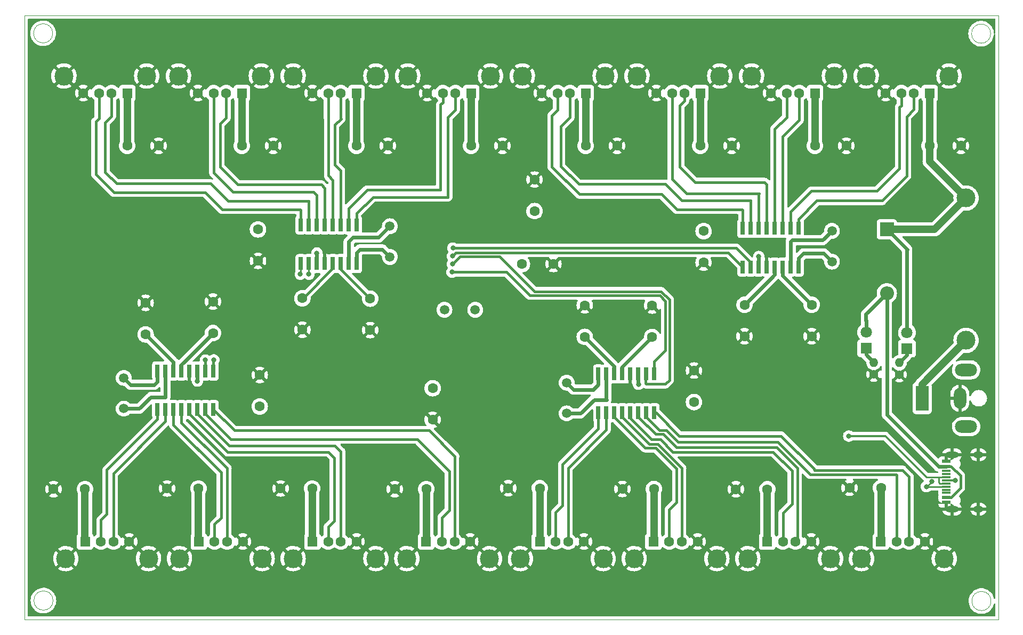
<source format=gbr>
%TF.GenerationSoftware,KiCad,Pcbnew,6.0.2+dfsg-1*%
%TF.CreationDate,2023-04-29T01:12:17-04:00*%
%TF.ProjectId,BFUSB_HUB,42465553-425f-4485-9542-2e6b69636164,rev?*%
%TF.SameCoordinates,Original*%
%TF.FileFunction,Copper,L1,Top*%
%TF.FilePolarity,Positive*%
%FSLAX46Y46*%
G04 Gerber Fmt 4.6, Leading zero omitted, Abs format (unit mm)*
G04 Created by KiCad (PCBNEW 6.0.2+dfsg-1) date 2023-04-29 01:12:17*
%MOMM*%
%LPD*%
G01*
G04 APERTURE LIST*
%TA.AperFunction,Profile*%
%ADD10C,0.100000*%
%TD*%
%TA.AperFunction,ComponentPad*%
%ADD11R,1.600000X1.600000*%
%TD*%
%TA.AperFunction,ComponentPad*%
%ADD12C,1.600000*%
%TD*%
%TA.AperFunction,ComponentPad*%
%ADD13C,3.000000*%
%TD*%
%TA.AperFunction,ComponentPad*%
%ADD14C,1.500000*%
%TD*%
%TA.AperFunction,ComponentPad*%
%ADD15R,1.800000X1.800000*%
%TD*%
%TA.AperFunction,ComponentPad*%
%ADD16C,1.800000*%
%TD*%
%TA.AperFunction,SMDPad,CuDef*%
%ADD17R,0.660400X2.032000*%
%TD*%
%TA.AperFunction,ComponentPad*%
%ADD18C,1.400000*%
%TD*%
%TA.AperFunction,ComponentPad*%
%ADD19O,1.400000X1.400000*%
%TD*%
%TA.AperFunction,SMDPad,CuDef*%
%ADD20R,1.450000X0.600000*%
%TD*%
%TA.AperFunction,SMDPad,CuDef*%
%ADD21R,1.450000X0.300000*%
%TD*%
%TA.AperFunction,ComponentPad*%
%ADD22O,2.100000X1.000000*%
%TD*%
%TA.AperFunction,ComponentPad*%
%ADD23O,1.600000X1.000000*%
%TD*%
%TA.AperFunction,ComponentPad*%
%ADD24R,2.000000X4.000000*%
%TD*%
%TA.AperFunction,ComponentPad*%
%ADD25O,2.000000X3.300000*%
%TD*%
%TA.AperFunction,ComponentPad*%
%ADD26O,3.500000X2.000000*%
%TD*%
%TA.AperFunction,ComponentPad*%
%ADD27R,2.200000X2.200000*%
%TD*%
%TA.AperFunction,ComponentPad*%
%ADD28O,2.200000X2.200000*%
%TD*%
%TA.AperFunction,ViaPad*%
%ADD29C,0.800000*%
%TD*%
%TA.AperFunction,Conductor*%
%ADD30C,1.200000*%
%TD*%
%TA.AperFunction,Conductor*%
%ADD31C,0.600000*%
%TD*%
%TA.AperFunction,Conductor*%
%ADD32C,0.400000*%
%TD*%
%TA.AperFunction,Conductor*%
%ADD33C,0.250000*%
%TD*%
%TA.AperFunction,Conductor*%
%ADD34C,0.300000*%
%TD*%
G04 APERTURE END LIST*
D10*
X71170000Y-15400000D02*
X225860000Y-15400000D01*
X225860000Y-15400000D02*
X225860000Y-111370000D01*
X225860000Y-111370000D02*
X71170000Y-111370000D01*
X71170000Y-111370000D02*
X71170000Y-15400000D01*
X224595691Y-18325000D02*
G75*
G03*
X224595691Y-18325000I-1520691J0D01*
G01*
X224648975Y-108425000D02*
G75*
G03*
X224648975Y-108425000I-1523975J0D01*
G01*
X75676843Y-108350000D02*
G75*
G03*
X75676843Y-108350000I-1526843J0D01*
G01*
X75620691Y-18275000D02*
G75*
G03*
X75620691Y-18275000I-1520691J0D01*
G01*
D11*
%TO.P,J17,1,VBUS*%
%TO.N,+5V*%
X98827857Y-98985000D03*
D12*
%TO.P,J17,2,D-*%
%TO.N,Net-(J17-Pad2)*%
X101327857Y-98985000D03*
%TO.P,J17,3,D+*%
%TO.N,Net-(J17-Pad3)*%
X103327857Y-98985000D03*
%TO.P,J17,4,GND*%
%TO.N,GND*%
X105827857Y-98985000D03*
D13*
%TO.P,J17,5,Shield*%
X108897857Y-101695000D03*
X95757857Y-101695000D03*
%TD*%
D12*
%TO.P,C3,1*%
%TO.N,GND*%
X152150000Y-41500000D03*
%TO.P,C3,2*%
%TO.N,Net-(C3-Pad2)*%
X152150000Y-46500000D03*
%TD*%
%TO.P,C2,1*%
%TO.N,GND*%
X155150000Y-54900000D03*
%TO.P,C2,2*%
%TO.N,Net-(C2-Pad2)*%
X150150000Y-54900000D03*
%TD*%
%TO.P,C31,1*%
%TO.N,+5V*%
X80750000Y-90650000D03*
%TO.P,C31,2*%
%TO.N,GND*%
X75750000Y-90650000D03*
%TD*%
D14*
%TO.P,Y5,1,1*%
%TO.N,Net-(U5-Pad15)*%
X86900000Y-77875000D03*
%TO.P,Y5,2,2*%
%TO.N,Net-(U5-Pad16)*%
X86900000Y-72995000D03*
%TD*%
D12*
%TO.P,C28,1*%
%TO.N,+5V*%
X134950000Y-90650000D03*
%TO.P,C28,2*%
%TO.N,GND*%
X129950000Y-90650000D03*
%TD*%
D15*
%TO.P,D3,1,K*%
%TO.N,Net-(D3-Pad1)*%
X211300000Y-68325000D03*
D16*
%TO.P,D3,2,A*%
%TO.N,+5V*%
X211300000Y-65785000D03*
%TD*%
D11*
%TO.P,J10,1,VBUS*%
%TO.N,+5V*%
X214900000Y-27765000D03*
D12*
%TO.P,J10,2,D-*%
%TO.N,Net-(J10-Pad2)*%
X212400000Y-27765000D03*
%TO.P,J10,3,D+*%
%TO.N,Net-(J10-Pad3)*%
X210400000Y-27765000D03*
%TO.P,J10,4,GND*%
%TO.N,GND*%
X207900000Y-27765000D03*
D13*
%TO.P,J10,5,Shield*%
X217970000Y-25055000D03*
X204830000Y-25055000D03*
%TD*%
D12*
%TO.P,C17,1*%
%TO.N,+5V*%
X105653571Y-36125000D03*
%TO.P,C17,2*%
%TO.N,GND*%
X110653571Y-36125000D03*
%TD*%
D17*
%TO.P,U3,1,DM4*%
%TO.N,Net-(J10-Pad2)*%
X194095000Y-49251600D03*
%TO.P,U3,2,DP4*%
%TO.N,Net-(J10-Pad3)*%
X192825000Y-49251600D03*
%TO.P,U3,3,DM3*%
%TO.N,Net-(J9-Pad2)*%
X191555000Y-49251600D03*
%TO.P,U3,4,DP3*%
%TO.N,Net-(J9-Pad3)*%
X190285000Y-49251600D03*
%TO.P,U3,5,DM2*%
%TO.N,Net-(J8-Pad2)*%
X189015000Y-49251600D03*
%TO.P,U3,6,DP2*%
%TO.N,Net-(J8-Pad3)*%
X187745000Y-49251600D03*
%TO.P,U3,7,DM1*%
%TO.N,Net-(J7-Pad2)*%
X186475000Y-49251600D03*
%TO.P,U3,8,DP1*%
%TO.N,Net-(J7-Pad3)*%
X185205000Y-49251600D03*
%TO.P,U3,9,DM*%
%TO.N,Net-(U1-Pad5)*%
X185205000Y-55398400D03*
%TO.P,U3,10,DP*%
%TO.N,Net-(U1-Pad6)*%
X186475000Y-55398400D03*
%TO.P,U3,11,VDD5*%
%TO.N,Net-(F4-Pad2)*%
X187745000Y-55398400D03*
%TO.P,U3,12,GND*%
%TO.N,GND*%
X189015000Y-55398400D03*
%TO.P,U3,13,VDD33*%
%TO.N,Net-(C10-Pad2)*%
X190285000Y-55398400D03*
%TO.P,U3,14,VDD18*%
%TO.N,Net-(C11-Pad2)*%
X191555000Y-55398400D03*
%TO.P,U3,15,XOUT*%
%TO.N,Net-(U3-Pad15)*%
X192825000Y-55398400D03*
%TO.P,U3,16,XIN*%
%TO.N,Net-(U3-Pad16)*%
X194095000Y-55398400D03*
%TD*%
D14*
%TO.P,Y2,1,1*%
%TO.N,Net-(U2-Pad15)*%
X129175000Y-48900000D03*
%TO.P,Y2,2,2*%
%TO.N,Net-(U2-Pad16)*%
X129175000Y-53780000D03*
%TD*%
D17*
%TO.P,U5,1,DM4*%
%TO.N,Net-(J18-Pad2)*%
X92255000Y-78023400D03*
%TO.P,U5,2,DP4*%
%TO.N,Net-(J18-Pad3)*%
X93525000Y-78023400D03*
%TO.P,U5,3,DM3*%
%TO.N,Net-(J17-Pad2)*%
X94795000Y-78023400D03*
%TO.P,U5,4,DP3*%
%TO.N,Net-(J17-Pad3)*%
X96065000Y-78023400D03*
%TO.P,U5,5,DM2*%
%TO.N,Net-(J16-Pad2)*%
X97335000Y-78023400D03*
%TO.P,U5,6,DP2*%
%TO.N,Net-(J16-Pad3)*%
X98605000Y-78023400D03*
%TO.P,U5,7,DM1*%
%TO.N,Net-(J15-Pad2)*%
X99875000Y-78023400D03*
%TO.P,U5,8,DP1*%
%TO.N,Net-(J15-Pad3)*%
X101145000Y-78023400D03*
%TO.P,U5,9,DM*%
%TO.N,Net-(U1-Pad1)*%
X101145000Y-71876600D03*
%TO.P,U5,10,DP*%
%TO.N,Net-(U1-Pad2)*%
X99875000Y-71876600D03*
%TO.P,U5,11,VDD5*%
%TO.N,Net-(F6-Pad2)*%
X98605000Y-71876600D03*
%TO.P,U5,12,GND*%
%TO.N,GND*%
X97335000Y-71876600D03*
%TO.P,U5,13,VDD33*%
%TO.N,Net-(C14-Pad2)*%
X96065000Y-71876600D03*
%TO.P,U5,14,VDD18*%
%TO.N,Net-(C15-Pad2)*%
X94795000Y-71876600D03*
%TO.P,U5,15,XOUT*%
%TO.N,Net-(U5-Pad15)*%
X93525000Y-71876600D03*
%TO.P,U5,16,XIN*%
%TO.N,Net-(U5-Pad16)*%
X92255000Y-71876600D03*
%TD*%
D18*
%TO.P,R1,1*%
%TO.N,GND*%
X206025000Y-72425000D03*
D19*
%TO.P,R1,2*%
%TO.N,Net-(D2-Pad1)*%
X206025000Y-70525000D03*
%TD*%
D17*
%TO.P,U2,1,DM4*%
%TO.N,Net-(J6-Pad2)*%
X123895000Y-48701600D03*
%TO.P,U2,2,DP4*%
%TO.N,Net-(J6-Pad3)*%
X122625000Y-48701600D03*
%TO.P,U2,3,DM3*%
%TO.N,Net-(J5-Pad2)*%
X121355000Y-48701600D03*
%TO.P,U2,4,DP3*%
%TO.N,Net-(J5-Pad3)*%
X120085000Y-48701600D03*
%TO.P,U2,5,DM2*%
%TO.N,Net-(J4-Pad2)*%
X118815000Y-48701600D03*
%TO.P,U2,6,DP2*%
%TO.N,Net-(J4-Pad3)*%
X117545000Y-48701600D03*
%TO.P,U2,7,DM1*%
%TO.N,Net-(J3-Pad2)*%
X116275000Y-48701600D03*
%TO.P,U2,8,DP1*%
%TO.N,Net-(J3-Pad3)*%
X115005000Y-48701600D03*
%TO.P,U2,9,DM*%
%TO.N,Net-(U1-Pad7)*%
X115005000Y-54848400D03*
%TO.P,U2,10,DP*%
%TO.N,Net-(U1-Pad8)*%
X116275000Y-54848400D03*
%TO.P,U2,11,VDD5*%
%TO.N,Net-(F3-Pad2)*%
X117545000Y-54848400D03*
%TO.P,U2,12,GND*%
%TO.N,GND*%
X118815000Y-54848400D03*
%TO.P,U2,13,VDD33*%
%TO.N,Net-(C8-Pad2)*%
X120085000Y-54848400D03*
%TO.P,U2,14,VDD18*%
%TO.N,Net-(C9-Pad2)*%
X121355000Y-54848400D03*
%TO.P,U2,15,XOUT*%
%TO.N,Net-(U2-Pad15)*%
X122625000Y-54848400D03*
%TO.P,U2,16,XIN*%
%TO.N,Net-(U2-Pad16)*%
X123895000Y-54848400D03*
%TD*%
D12*
%TO.P,C7,1*%
%TO.N,GND*%
X177475000Y-71825000D03*
%TO.P,C7,2*%
%TO.N,+5V*%
X177475000Y-76825000D03*
%TD*%
%TO.P,C19,1*%
%TO.N,+5V*%
X142060713Y-36125000D03*
%TO.P,C19,2*%
%TO.N,GND*%
X147060713Y-36125000D03*
%TD*%
D20*
%TO.P,J1,A1,GND*%
%TO.N,GND*%
X217535000Y-92755000D03*
%TO.P,J1,A4,VBUS*%
%TO.N,Net-(D1-Pad2)*%
X217535000Y-91955000D03*
D21*
%TO.P,J1,A5,CC1*%
%TO.N,unconnected-(J1-PadA5)*%
X217535000Y-90755000D03*
%TO.P,J1,A6,D+*%
%TO.N,Net-(J1-PadA6)*%
X217535000Y-89755000D03*
%TO.P,J1,A7,D-*%
%TO.N,Net-(J1-PadA7)*%
X217535000Y-89255000D03*
%TO.P,J1,A8,SBU1*%
%TO.N,unconnected-(J1-PadA8)*%
X217535000Y-88255000D03*
D20*
%TO.P,J1,A9,VBUS*%
%TO.N,Net-(D1-Pad2)*%
X217535000Y-87055000D03*
%TO.P,J1,A12,GND*%
%TO.N,GND*%
X217535000Y-86255000D03*
%TO.P,J1,B1,GND*%
X217535000Y-86255000D03*
%TO.P,J1,B4,VBUS*%
%TO.N,Net-(D1-Pad2)*%
X217535000Y-87055000D03*
D21*
%TO.P,J1,B5,CC2*%
%TO.N,unconnected-(J1-PadB5)*%
X217535000Y-87755000D03*
%TO.P,J1,B6,D+*%
%TO.N,Net-(J1-PadA6)*%
X217535000Y-88755000D03*
%TO.P,J1,B7,D-*%
%TO.N,Net-(J1-PadA7)*%
X217535000Y-90255000D03*
%TO.P,J1,B8,SBU2*%
%TO.N,unconnected-(J1-PadB8)*%
X217535000Y-91255000D03*
D20*
%TO.P,J1,B9,VBUS*%
%TO.N,Net-(D1-Pad2)*%
X217535000Y-91955000D03*
%TO.P,J1,B12,GND*%
%TO.N,GND*%
X217535000Y-92755000D03*
D22*
%TO.P,J1,S1,SHIELD*%
X218450000Y-93825000D03*
D23*
X222630000Y-85185000D03*
X222630000Y-93825000D03*
D22*
X218450000Y-85185000D03*
%TD*%
D12*
%TO.P,C25,1*%
%TO.N,+5V*%
X189125000Y-90675000D03*
%TO.P,C25,2*%
%TO.N,GND*%
X184125000Y-90675000D03*
%TD*%
D14*
%TO.P,Y3,1,1*%
%TO.N,Net-(U3-Pad15)*%
X199375000Y-49645000D03*
%TO.P,Y3,2,2*%
%TO.N,Net-(U3-Pad16)*%
X199375000Y-54525000D03*
%TD*%
D17*
%TO.P,U4,1,DM4*%
%TO.N,Net-(J14-Pad2)*%
X162280000Y-78521800D03*
%TO.P,U4,2,DP4*%
%TO.N,Net-(J14-Pad3)*%
X163550000Y-78521800D03*
%TO.P,U4,3,DM3*%
%TO.N,Net-(J13-Pad2)*%
X164820000Y-78521800D03*
%TO.P,U4,4,DP3*%
%TO.N,Net-(J13-Pad3)*%
X166090000Y-78521800D03*
%TO.P,U4,5,DM2*%
%TO.N,Net-(J12-Pad2)*%
X167360000Y-78521800D03*
%TO.P,U4,6,DP2*%
%TO.N,Net-(J12-Pad3)*%
X168630000Y-78521800D03*
%TO.P,U4,7,DM1*%
%TO.N,Net-(J11-Pad2)*%
X169900000Y-78521800D03*
%TO.P,U4,8,DP1*%
%TO.N,Net-(J11-Pad3)*%
X171170000Y-78521800D03*
%TO.P,U4,9,DM*%
%TO.N,Net-(U1-Pad3)*%
X171170000Y-72375000D03*
%TO.P,U4,10,DP*%
%TO.N,Net-(U1-Pad4)*%
X169900000Y-72375000D03*
%TO.P,U4,11,VDD5*%
%TO.N,Net-(F5-Pad2)*%
X168630000Y-72375000D03*
%TO.P,U4,12,GND*%
%TO.N,GND*%
X167360000Y-72375000D03*
%TO.P,U4,13,VDD33*%
%TO.N,Net-(C12-Pad2)*%
X166090000Y-72375000D03*
%TO.P,U4,14,VDD18*%
%TO.N,Net-(C13-Pad2)*%
X164820000Y-72375000D03*
%TO.P,U4,15,XOUT*%
%TO.N,Net-(U4-Pad15)*%
X163550000Y-72375000D03*
%TO.P,U4,16,XIN*%
%TO.N,Net-(U4-Pad16)*%
X162280000Y-72375000D03*
%TD*%
D11*
%TO.P,J3,1,VBUS*%
%TO.N,+5V*%
X87475000Y-27765000D03*
D12*
%TO.P,J3,2,D-*%
%TO.N,Net-(J3-Pad2)*%
X84975000Y-27765000D03*
%TO.P,J3,3,D+*%
%TO.N,Net-(J3-Pad3)*%
X82975000Y-27765000D03*
%TO.P,J3,4,GND*%
%TO.N,GND*%
X80475000Y-27765000D03*
D13*
%TO.P,J3,5,Shield*%
X90545000Y-25055000D03*
X77405000Y-25055000D03*
%TD*%
D14*
%TO.P,Y4,1,1*%
%TO.N,Net-(U4-Pad15)*%
X157250000Y-78625000D03*
%TO.P,Y4,2,2*%
%TO.N,Net-(U4-Pad16)*%
X157250000Y-73745000D03*
%TD*%
D12*
%TO.P,C22,1*%
%TO.N,+5V*%
X196671426Y-36125000D03*
%TO.P,C22,2*%
%TO.N,GND*%
X201671426Y-36125000D03*
%TD*%
%TO.P,C27,1*%
%TO.N,+5V*%
X152975000Y-90500000D03*
%TO.P,C27,2*%
%TO.N,GND*%
X147975000Y-90500000D03*
%TD*%
%TO.P,C4,1*%
%TO.N,GND*%
X179000000Y-54675000D03*
%TO.P,C4,2*%
%TO.N,+5V*%
X179000000Y-49675000D03*
%TD*%
%TO.P,C8,1*%
%TO.N,GND*%
X115275000Y-65350000D03*
%TO.P,C8,2*%
%TO.N,Net-(C8-Pad2)*%
X115275000Y-60350000D03*
%TD*%
%TO.P,C26,1*%
%TO.N,+5V*%
X171100000Y-90625000D03*
%TO.P,C26,2*%
%TO.N,GND*%
X166100000Y-90625000D03*
%TD*%
%TO.P,C14,1*%
%TO.N,GND*%
X101075000Y-60875000D03*
%TO.P,C14,2*%
%TO.N,Net-(C14-Pad2)*%
X101075000Y-65875000D03*
%TD*%
%TO.P,C11,1*%
%TO.N,GND*%
X196175000Y-66375000D03*
%TO.P,C11,2*%
%TO.N,Net-(C11-Pad2)*%
X196175000Y-61375000D03*
%TD*%
%TO.P,C10,1*%
%TO.N,GND*%
X185500000Y-66375000D03*
%TO.P,C10,2*%
%TO.N,Net-(C10-Pad2)*%
X185500000Y-61375000D03*
%TD*%
%TO.P,C9,1*%
%TO.N,GND*%
X126050000Y-65400000D03*
%TO.P,C9,2*%
%TO.N,Net-(C9-Pad2)*%
X126050000Y-60400000D03*
%TD*%
D15*
%TO.P,D2,1,K*%
%TO.N,Net-(D2-Pad1)*%
X204800000Y-68300000D03*
D16*
%TO.P,D2,2,A*%
%TO.N,Net-(D1-Pad2)*%
X204800000Y-65760000D03*
%TD*%
D11*
%TO.P,J11,1,VBUS*%
%TO.N,+5V*%
X207145000Y-98985000D03*
D12*
%TO.P,J11,2,D-*%
%TO.N,Net-(J11-Pad2)*%
X209645000Y-98985000D03*
%TO.P,J11,3,D+*%
%TO.N,Net-(J11-Pad3)*%
X211645000Y-98985000D03*
%TO.P,J11,4,GND*%
%TO.N,GND*%
X214145000Y-98985000D03*
D13*
%TO.P,J11,5,Shield*%
X217215000Y-101695000D03*
X204075000Y-101695000D03*
%TD*%
D12*
%TO.P,C16,1*%
%TO.N,+5V*%
X87450000Y-36125000D03*
%TO.P,C16,2*%
%TO.N,GND*%
X92450000Y-36125000D03*
%TD*%
D11*
%TO.P,J8,1,VBUS*%
%TO.N,+5V*%
X178492855Y-27765000D03*
D12*
%TO.P,J8,2,D-*%
%TO.N,Net-(J8-Pad2)*%
X175992855Y-27765000D03*
%TO.P,J8,3,D+*%
%TO.N,Net-(J8-Pad3)*%
X173992855Y-27765000D03*
%TO.P,J8,4,GND*%
%TO.N,GND*%
X171492855Y-27765000D03*
D13*
%TO.P,J8,5,Shield*%
X181562855Y-25055000D03*
X168422855Y-25055000D03*
%TD*%
D12*
%TO.P,C6,1*%
%TO.N,GND*%
X108500000Y-72525000D03*
%TO.P,C6,2*%
%TO.N,+5V*%
X108500000Y-77525000D03*
%TD*%
D11*
%TO.P,J18,1,VBUS*%
%TO.N,+5V*%
X80775000Y-98985000D03*
D12*
%TO.P,J18,2,D-*%
%TO.N,Net-(J18-Pad2)*%
X83275000Y-98985000D03*
%TO.P,J18,3,D+*%
%TO.N,Net-(J18-Pad3)*%
X85275000Y-98985000D03*
%TO.P,J18,4,GND*%
%TO.N,GND*%
X87775000Y-98985000D03*
D13*
%TO.P,J18,5,Shield*%
X77705000Y-101695000D03*
X90845000Y-101695000D03*
%TD*%
D12*
%TO.P,C1,1*%
%TO.N,GND*%
X135975000Y-79625000D03*
%TO.P,C1,2*%
%TO.N,+5V*%
X135975000Y-74625000D03*
%TD*%
D24*
%TO.P,J2,1*%
%TO.N,Net-(F1-Pad2)*%
X213700000Y-76225000D03*
D25*
%TO.P,J2,2*%
%TO.N,GND*%
X219700000Y-76225000D03*
D26*
%TO.P,J2,MP*%
%TO.N,N/C*%
X220700000Y-80725000D03*
X220700000Y-71725000D03*
%TD*%
D12*
%TO.P,C12,1*%
%TO.N,GND*%
X170825000Y-61500000D03*
%TO.P,C12,2*%
%TO.N,Net-(C12-Pad2)*%
X170825000Y-66500000D03*
%TD*%
%TO.P,C23,1*%
%TO.N,+5V*%
X214875000Y-36125000D03*
%TO.P,C23,2*%
%TO.N,GND*%
X219875000Y-36125000D03*
%TD*%
%TO.P,C20,1*%
%TO.N,+5V*%
X160264284Y-36125000D03*
%TO.P,C20,2*%
%TO.N,GND*%
X165264284Y-36125000D03*
%TD*%
D11*
%TO.P,J16,1,VBUS*%
%TO.N,+5V*%
X116880714Y-98985000D03*
D12*
%TO.P,J16,2,D-*%
%TO.N,Net-(J16-Pad2)*%
X119380714Y-98985000D03*
%TO.P,J16,3,D+*%
%TO.N,Net-(J16-Pad3)*%
X121380714Y-98985000D03*
%TO.P,J16,4,GND*%
%TO.N,GND*%
X123880714Y-98985000D03*
D13*
%TO.P,J16,5,Shield*%
X113810714Y-101695000D03*
X126950714Y-101695000D03*
%TD*%
D12*
%TO.P,C5,1*%
%TO.N,GND*%
X108225000Y-54400000D03*
%TO.P,C5,2*%
%TO.N,+5V*%
X108225000Y-49400000D03*
%TD*%
D11*
%TO.P,J14,1,VBUS*%
%TO.N,+5V*%
X152986428Y-98985000D03*
D12*
%TO.P,J14,2,D-*%
%TO.N,Net-(J14-Pad2)*%
X155486428Y-98985000D03*
%TO.P,J14,3,D+*%
%TO.N,Net-(J14-Pad3)*%
X157486428Y-98985000D03*
%TO.P,J14,4,GND*%
%TO.N,GND*%
X159986428Y-98985000D03*
D13*
%TO.P,J14,5,Shield*%
X163056428Y-101695000D03*
X149916428Y-101695000D03*
%TD*%
D11*
%TO.P,J6,1,VBUS*%
%TO.N,+5V*%
X142085713Y-27765000D03*
D12*
%TO.P,J6,2,D-*%
%TO.N,Net-(J6-Pad2)*%
X139585713Y-27765000D03*
%TO.P,J6,3,D+*%
%TO.N,Net-(J6-Pad3)*%
X137585713Y-27765000D03*
%TO.P,J6,4,GND*%
%TO.N,GND*%
X135085713Y-27765000D03*
D13*
%TO.P,J6,5,Shield*%
X145155713Y-25055000D03*
X132015713Y-25055000D03*
%TD*%
D12*
%TO.P,C24,1*%
%TO.N,+5V*%
X207175000Y-90450000D03*
%TO.P,C24,2*%
%TO.N,GND*%
X202175000Y-90450000D03*
%TD*%
D27*
%TO.P,D1,1,K*%
%TO.N,+5V*%
X208100000Y-49395000D03*
D28*
%TO.P,D1,2,A*%
%TO.N,Net-(D1-Pad2)*%
X208100000Y-59555000D03*
%TD*%
D12*
%TO.P,C13,1*%
%TO.N,GND*%
X160125000Y-61475000D03*
%TO.P,C13,2*%
%TO.N,Net-(C13-Pad2)*%
X160125000Y-66475000D03*
%TD*%
D11*
%TO.P,J4,1,VBUS*%
%TO.N,+5V*%
X105678571Y-27765000D03*
D12*
%TO.P,J4,2,D-*%
%TO.N,Net-(J4-Pad2)*%
X103178571Y-27765000D03*
%TO.P,J4,3,D+*%
%TO.N,Net-(J4-Pad3)*%
X101178571Y-27765000D03*
%TO.P,J4,4,GND*%
%TO.N,GND*%
X98678571Y-27765000D03*
D13*
%TO.P,J4,5,Shield*%
X108748571Y-25055000D03*
X95608571Y-25055000D03*
%TD*%
D11*
%TO.P,J9,1,VBUS*%
%TO.N,+5V*%
X196696426Y-27765000D03*
D12*
%TO.P,J9,2,D-*%
%TO.N,Net-(J9-Pad2)*%
X194196426Y-27765000D03*
%TO.P,J9,3,D+*%
%TO.N,Net-(J9-Pad3)*%
X192196426Y-27765000D03*
%TO.P,J9,4,GND*%
%TO.N,GND*%
X189696426Y-27765000D03*
D13*
%TO.P,J9,5,Shield*%
X199766426Y-25055000D03*
X186626426Y-25055000D03*
%TD*%
D12*
%TO.P,C29,1*%
%TO.N,+5V*%
X116825000Y-90550000D03*
%TO.P,C29,2*%
%TO.N,GND*%
X111825000Y-90550000D03*
%TD*%
%TO.P,C21,1*%
%TO.N,+5V*%
X178467855Y-36125000D03*
%TO.P,C21,2*%
%TO.N,GND*%
X183467855Y-36125000D03*
%TD*%
D11*
%TO.P,J5,1,VBUS*%
%TO.N,+5V*%
X123882142Y-27765000D03*
D12*
%TO.P,J5,2,D-*%
%TO.N,Net-(J5-Pad2)*%
X121382142Y-27765000D03*
%TO.P,J5,3,D+*%
%TO.N,Net-(J5-Pad3)*%
X119382142Y-27765000D03*
%TO.P,J5,4,GND*%
%TO.N,GND*%
X116882142Y-27765000D03*
D13*
%TO.P,J5,5,Shield*%
X126952142Y-25055000D03*
X113812142Y-25055000D03*
%TD*%
D11*
%TO.P,J7,1,VBUS*%
%TO.N,+5V*%
X160289284Y-27765000D03*
D12*
%TO.P,J7,2,D-*%
%TO.N,Net-(J7-Pad2)*%
X157789284Y-27765000D03*
%TO.P,J7,3,D+*%
%TO.N,Net-(J7-Pad3)*%
X155789284Y-27765000D03*
%TO.P,J7,4,GND*%
%TO.N,GND*%
X153289284Y-27765000D03*
D13*
%TO.P,J7,5,Shield*%
X163359284Y-25055000D03*
X150219284Y-25055000D03*
%TD*%
D18*
%TO.P,R2,1*%
%TO.N,GND*%
X210075000Y-72470000D03*
D19*
%TO.P,R2,2*%
%TO.N,Net-(D3-Pad1)*%
X210075000Y-70570000D03*
%TD*%
D12*
%TO.P,C15,1*%
%TO.N,GND*%
X90375000Y-61075000D03*
%TO.P,C15,2*%
%TO.N,Net-(C15-Pad2)*%
X90375000Y-66075000D03*
%TD*%
D11*
%TO.P,J15,1,VBUS*%
%TO.N,+5V*%
X134933571Y-98985000D03*
D12*
%TO.P,J15,2,D-*%
%TO.N,Net-(J15-Pad2)*%
X137433571Y-98985000D03*
%TO.P,J15,3,D+*%
%TO.N,Net-(J15-Pad3)*%
X139433571Y-98985000D03*
%TO.P,J15,4,GND*%
%TO.N,GND*%
X141933571Y-98985000D03*
D13*
%TO.P,J15,5,Shield*%
X131863571Y-101695000D03*
X145003571Y-101695000D03*
%TD*%
D11*
%TO.P,J12,1,VBUS*%
%TO.N,+5V*%
X189092142Y-98985000D03*
D12*
%TO.P,J12,2,D-*%
%TO.N,Net-(J12-Pad2)*%
X191592142Y-98985000D03*
%TO.P,J12,3,D+*%
%TO.N,Net-(J12-Pad3)*%
X193592142Y-98985000D03*
%TO.P,J12,4,GND*%
%TO.N,GND*%
X196092142Y-98985000D03*
D13*
%TO.P,J12,5,Shield*%
X199162142Y-101695000D03*
X186022142Y-101695000D03*
%TD*%
D12*
%TO.P,C30,1*%
%TO.N,+5V*%
X98775000Y-90550000D03*
%TO.P,C30,2*%
%TO.N,GND*%
X93775000Y-90550000D03*
%TD*%
D11*
%TO.P,J13,1,VBUS*%
%TO.N,+5V*%
X171039285Y-98985000D03*
D12*
%TO.P,J13,2,D-*%
%TO.N,Net-(J13-Pad2)*%
X173539285Y-98985000D03*
%TO.P,J13,3,D+*%
%TO.N,Net-(J13-Pad3)*%
X175539285Y-98985000D03*
%TO.P,J13,4,GND*%
%TO.N,GND*%
X178039285Y-98985000D03*
D13*
%TO.P,J13,5,Shield*%
X181109285Y-101695000D03*
X167969285Y-101695000D03*
%TD*%
%TO.P,F1,1*%
%TO.N,+5V*%
X220675000Y-44425000D03*
%TO.P,F1,2*%
%TO.N,Net-(F1-Pad2)*%
X220675000Y-67025000D03*
%TD*%
D12*
%TO.P,C18,1*%
%TO.N,+5V*%
X123857142Y-36125000D03*
%TO.P,C18,2*%
%TO.N,GND*%
X128857142Y-36125000D03*
%TD*%
D14*
%TO.P,Y1,1,1*%
%TO.N,Net-(U1-Pad16)*%
X142725000Y-62175000D03*
%TO.P,Y1,2,2*%
%TO.N,Net-(U1-Pad15)*%
X137845000Y-62175000D03*
%TD*%
D29*
%TO.N,GND*%
X151775000Y-54450000D03*
%TO.N,Net-(F3-Pad2)*%
X117575000Y-53175000D03*
%TO.N,Net-(F4-Pad2)*%
X187750000Y-53725000D03*
%TO.N,Net-(F5-Pad2)*%
X168650000Y-74000000D03*
%TO.N,Net-(F6-Pad2)*%
X98600000Y-73500000D03*
%TO.N,Net-(J1-PadA6)*%
X202050000Y-82225000D03*
%TO.N,Net-(J1-PadA7)*%
X219000000Y-89275000D03*
X214375000Y-90250000D03*
X215250000Y-89475000D03*
%TO.N,Net-(U1-Pad1)*%
X101200000Y-70125000D03*
%TO.N,Net-(U1-Pad2)*%
X99875000Y-70175000D03*
%TO.N,Net-(U1-Pad3)*%
X139050000Y-56200000D03*
%TO.N,Net-(U1-Pad4)*%
X139100000Y-54925000D03*
%TO.N,Net-(U1-Pad5)*%
X139100000Y-53650000D03*
%TO.N,Net-(U1-Pad6)*%
X139175000Y-52375000D03*
%TO.N,Net-(U1-Pad7)*%
X114950000Y-56525000D03*
%TO.N,Net-(U1-Pad8)*%
X116300000Y-56525000D03*
%TD*%
D30*
%TO.N,+5V*%
X134950000Y-98968571D02*
X134933571Y-98985000D01*
X80750000Y-90650000D02*
X80750000Y-98960000D01*
X189125000Y-90675000D02*
X189125000Y-98952142D01*
X105653571Y-27790000D02*
X105678571Y-27765000D01*
X87450000Y-36125000D02*
X87450000Y-27790000D01*
X207175000Y-98955000D02*
X207145000Y-98985000D01*
X207175000Y-90450000D02*
X207175000Y-98955000D01*
X171100000Y-98924285D02*
X171039285Y-98985000D01*
D31*
X208145000Y-49395000D02*
X211325000Y-52575000D01*
D30*
X196671426Y-27790000D02*
X196696426Y-27765000D01*
X215705000Y-49395000D02*
X220675000Y-44425000D01*
D31*
X211300000Y-52600000D02*
X211300000Y-65785000D01*
D30*
X116825000Y-98929286D02*
X116880714Y-98985000D01*
X152975000Y-90500000D02*
X152975000Y-98973572D01*
X142060713Y-36125000D02*
X142060713Y-27790000D01*
X87450000Y-27790000D02*
X87475000Y-27765000D01*
D31*
X211325000Y-52575000D02*
X211300000Y-52600000D01*
D30*
X116825000Y-90550000D02*
X116825000Y-98929286D01*
X171100000Y-90625000D02*
X171100000Y-98924285D01*
X160264284Y-27790000D02*
X160289284Y-27765000D01*
X98775000Y-90550000D02*
X98775000Y-98932143D01*
X123857142Y-27790000D02*
X123882142Y-27765000D01*
X214875000Y-27790000D02*
X214900000Y-27765000D01*
X208100000Y-49395000D02*
X215705000Y-49395000D01*
X178467855Y-36125000D02*
X178467855Y-27790000D01*
X105653571Y-36125000D02*
X105653571Y-27790000D01*
X196671426Y-36125000D02*
X196671426Y-27790000D01*
X220675000Y-44425000D02*
X214875000Y-38625000D01*
D31*
X208100000Y-49395000D02*
X208145000Y-49395000D01*
D30*
X189125000Y-98952142D02*
X189092142Y-98985000D01*
X214875000Y-36125000D02*
X214875000Y-27790000D01*
X80750000Y-98960000D02*
X80775000Y-98985000D01*
X160264284Y-36125000D02*
X160264284Y-27790000D01*
X134950000Y-90650000D02*
X134950000Y-98968571D01*
X214875000Y-38625000D02*
X214875000Y-36125000D01*
X123857142Y-36125000D02*
X123857142Y-27790000D01*
X152975000Y-98973572D02*
X152986428Y-98985000D01*
X178467855Y-27790000D02*
X178492855Y-27765000D01*
X142060713Y-27790000D02*
X142085713Y-27765000D01*
X98775000Y-98932143D02*
X98827857Y-98985000D01*
D32*
%TO.N,Net-(C8-Pad2)*%
X115300000Y-60375000D02*
X120085000Y-55590000D01*
X120085000Y-55590000D02*
X120085000Y-54848400D01*
%TO.N,Net-(C9-Pad2)*%
X126050000Y-60400000D02*
X121355000Y-55705000D01*
X121355000Y-55705000D02*
X121355000Y-54848400D01*
D31*
%TO.N,Net-(C10-Pad2)*%
X190285000Y-56590000D02*
X185500000Y-61375000D01*
X190285000Y-55398400D02*
X190285000Y-56590000D01*
%TO.N,Net-(C11-Pad2)*%
X191555000Y-55398400D02*
X191555000Y-56755000D01*
X191555000Y-56755000D02*
X196175000Y-61375000D01*
%TO.N,Net-(C12-Pad2)*%
X170825000Y-66500000D02*
X166090000Y-71235000D01*
X166090000Y-71235000D02*
X166090000Y-72375000D01*
%TO.N,Net-(C13-Pad2)*%
X160125000Y-66475000D02*
X164820000Y-71170000D01*
X164820000Y-71170000D02*
X164820000Y-72375000D01*
%TO.N,Net-(C14-Pad2)*%
X96065000Y-71876600D02*
X96065000Y-70885000D01*
X96065000Y-70885000D02*
X101075000Y-65875000D01*
%TO.N,Net-(C15-Pad2)*%
X94795000Y-70495000D02*
X90375000Y-66075000D01*
X94795000Y-71876600D02*
X94795000Y-70495000D01*
D32*
%TO.N,Net-(D1-Pad2)*%
X217535000Y-87055000D02*
X218324661Y-87055000D01*
D31*
X204775000Y-63850000D02*
X204800000Y-63875000D01*
D32*
X218320000Y-91955000D02*
X217535000Y-91955000D01*
X219799511Y-88529850D02*
X219799511Y-90475489D01*
X218324661Y-87055000D02*
X219799511Y-88529850D01*
D31*
X208100000Y-59555000D02*
X204775000Y-62880000D01*
D32*
X219799511Y-90475489D02*
X218320000Y-91955000D01*
D31*
X208100000Y-78844022D02*
X208100000Y-59555000D01*
X204800000Y-63875000D02*
X204800000Y-65760000D01*
X216310978Y-87055000D02*
X208100000Y-78844022D01*
X204775000Y-62880000D02*
X204775000Y-63850000D01*
X217535000Y-87055000D02*
X216310978Y-87055000D01*
D30*
%TO.N,Net-(F1-Pad2)*%
X213700000Y-74000000D02*
X220675000Y-67025000D01*
X213700000Y-76225000D02*
X213700000Y-74000000D01*
D31*
%TO.N,Net-(F3-Pad2)*%
X117545000Y-53205000D02*
X117575000Y-53175000D01*
X117545000Y-54848400D02*
X117545000Y-53205000D01*
%TO.N,Net-(F4-Pad2)*%
X187745000Y-55398400D02*
X187745000Y-53730000D01*
X187745000Y-53730000D02*
X187750000Y-53725000D01*
%TO.N,Net-(F5-Pad2)*%
X168630000Y-72375000D02*
X168630000Y-73980000D01*
X168630000Y-73980000D02*
X168650000Y-74000000D01*
%TO.N,Net-(F6-Pad2)*%
X98600000Y-73500000D02*
X98600000Y-71881600D01*
X98600000Y-71881600D02*
X98605000Y-71876600D01*
D33*
%TO.N,Net-(J1-PadA6)*%
X217535000Y-89755000D02*
X216510978Y-89755000D01*
D34*
X207875000Y-82225000D02*
X214400000Y-88750000D01*
D33*
X217530000Y-88750000D02*
X217535000Y-88755000D01*
D34*
X202050000Y-82225000D02*
X207875000Y-82225000D01*
D33*
X216325000Y-89569022D02*
X216325000Y-88825000D01*
X214400000Y-88750000D02*
X216400000Y-88750000D01*
X216325000Y-88825000D02*
X216400000Y-88750000D01*
X216400000Y-88750000D02*
X217530000Y-88750000D01*
X216510978Y-89755000D02*
X216325000Y-89569022D01*
%TO.N,Net-(J1-PadA7)*%
X214380000Y-90255000D02*
X214375000Y-90250000D01*
X214475000Y-90250000D02*
X215250000Y-89475000D01*
D34*
X217535000Y-89255000D02*
X218980000Y-89255000D01*
D33*
X214375000Y-90250000D02*
X214475000Y-90250000D01*
X217535000Y-90255000D02*
X214380000Y-90255000D01*
D34*
X218980000Y-89255000D02*
X219000000Y-89275000D01*
D32*
%TO.N,Net-(U1-Pad1)*%
X101145000Y-70180000D02*
X101200000Y-70125000D01*
X101145000Y-71876600D02*
X101145000Y-70180000D01*
%TO.N,Net-(U1-Pad2)*%
X99875000Y-71876600D02*
X99875000Y-70175000D01*
%TO.N,Net-(U1-Pad3)*%
X151425000Y-59900000D02*
X172050000Y-59900000D01*
X172050000Y-59900000D02*
X172950000Y-60800000D01*
X172950000Y-60800000D02*
X172950000Y-68575000D01*
X139050000Y-56200000D02*
X147725000Y-56200000D01*
X171170000Y-70355000D02*
X171170000Y-72375000D01*
X172950000Y-68575000D02*
X171170000Y-70355000D01*
X147725000Y-56200000D02*
X151425000Y-59900000D01*
%TO.N,Net-(U1-Pad4)*%
X146575489Y-53700489D02*
X152150000Y-59275000D01*
X169775000Y-73900000D02*
X169775000Y-72500000D01*
X140324511Y-53700489D02*
X146575489Y-53700489D01*
X169850000Y-73975000D02*
X169775000Y-73900000D01*
X152150000Y-59275000D02*
X172272849Y-59275000D01*
X172272849Y-59275000D02*
X173549520Y-60551671D01*
X173549520Y-73325480D02*
X172900000Y-73975000D01*
X169775000Y-72500000D02*
X169900000Y-72375000D01*
X173549520Y-60551671D02*
X173549520Y-73325480D01*
X172900000Y-73975000D02*
X169850000Y-73975000D01*
X139100000Y-54925000D02*
X140324511Y-53700489D01*
%TO.N,Net-(U1-Pad5)*%
X139649031Y-53100969D02*
X182907569Y-53100969D01*
X139100000Y-53650000D02*
X139649031Y-53100969D01*
X182907569Y-53100969D02*
X185205000Y-55398400D01*
%TO.N,Net-(U1-Pad6)*%
X186475000Y-54675000D02*
X186475000Y-55398400D01*
X139175000Y-52375000D02*
X184175000Y-52375000D01*
X184175000Y-52375000D02*
X186475000Y-54675000D01*
D33*
%TO.N,Net-(U1-Pad7)*%
X115005000Y-54848400D02*
X115005000Y-56470000D01*
X115005000Y-56470000D02*
X114950000Y-56525000D01*
%TO.N,Net-(U1-Pad8)*%
X116275000Y-54848400D02*
X116275000Y-56500000D01*
X116275000Y-56500000D02*
X116300000Y-56525000D01*
D31*
%TO.N,Net-(U2-Pad16)*%
X124375000Y-52600000D02*
X127995000Y-52600000D01*
X123895000Y-54848400D02*
X123895000Y-53080000D01*
X123895000Y-53080000D02*
X124375000Y-52600000D01*
X127995000Y-52600000D02*
X129175000Y-53780000D01*
%TO.N,Net-(U2-Pad15)*%
X129175000Y-48900000D02*
X127375000Y-50700000D01*
X122625000Y-51375000D02*
X122625000Y-54848400D01*
X123300000Y-50700000D02*
X122625000Y-51375000D01*
X127375000Y-50700000D02*
X123300000Y-50700000D01*
%TO.N,Net-(U3-Pad16)*%
X194850000Y-53225000D02*
X198075000Y-53225000D01*
X198075000Y-53225000D02*
X199375000Y-54525000D01*
X194095000Y-53980000D02*
X194850000Y-53225000D01*
X194095000Y-55398400D02*
X194095000Y-53980000D01*
%TO.N,Net-(U3-Pad15)*%
X197895000Y-51125000D02*
X199375000Y-49645000D01*
X193050000Y-51125000D02*
X197895000Y-51125000D01*
X192825000Y-51350000D02*
X193050000Y-51125000D01*
X192825000Y-55398400D02*
X192825000Y-51350000D01*
%TO.N,Net-(U4-Pad16)*%
X161475000Y-74850000D02*
X158355000Y-74850000D01*
X162280000Y-74045000D02*
X161475000Y-74850000D01*
X162280000Y-72375000D02*
X162280000Y-74045000D01*
X158355000Y-74850000D02*
X157250000Y-73745000D01*
%TO.N,Net-(U4-Pad15)*%
X163550000Y-76425000D02*
X163550000Y-72375000D01*
X159450000Y-78625000D02*
X161625000Y-76450000D01*
X163575000Y-76450000D02*
X163550000Y-76425000D01*
X161625000Y-76450000D02*
X163575000Y-76450000D01*
X157250000Y-78625000D02*
X159450000Y-78625000D01*
%TO.N,Net-(U5-Pad16)*%
X92255000Y-71876600D02*
X92255000Y-73570000D01*
X87980000Y-74075000D02*
X86900000Y-72995000D01*
X91750000Y-74075000D02*
X87980000Y-74075000D01*
X92255000Y-73570000D02*
X91750000Y-74075000D01*
%TO.N,Net-(U5-Pad15)*%
X89375000Y-77875000D02*
X91225000Y-76025000D01*
X91225000Y-76025000D02*
X93500000Y-76025000D01*
X93525000Y-76000000D02*
X93525000Y-71876600D01*
X86900000Y-77875000D02*
X89375000Y-77875000D01*
X93500000Y-76025000D02*
X93525000Y-76000000D01*
D32*
%TO.N,Net-(J3-Pad2)*%
X84975000Y-27765000D02*
X84975000Y-31400000D01*
X116300000Y-44925000D02*
X116275000Y-44950000D01*
X83950000Y-40300000D02*
X85800000Y-42150000D01*
X84975000Y-31400000D02*
X83950000Y-32425000D01*
X85800000Y-42150000D02*
X100675000Y-42150000D01*
X103450000Y-44925000D02*
X116300000Y-44925000D01*
X100675000Y-42150000D02*
X103450000Y-44925000D01*
X116275000Y-44950000D02*
X116275000Y-48701600D01*
X83950000Y-32425000D02*
X83950000Y-40300000D01*
%TO.N,Net-(J3-Pad3)*%
X99850000Y-43550000D02*
X102550000Y-46250000D01*
X85350000Y-43550000D02*
X99850000Y-43550000D01*
X114900000Y-46250000D02*
X115005000Y-46355000D01*
X82975000Y-31750000D02*
X82450000Y-32275000D01*
X102550000Y-46250000D02*
X114900000Y-46250000D01*
X115005000Y-46355000D02*
X115005000Y-48701600D01*
X82450000Y-32275000D02*
X82450000Y-40650000D01*
X82975000Y-27765000D02*
X82975000Y-31750000D01*
X82450000Y-40650000D02*
X85350000Y-43550000D01*
%TO.N,Net-(J4-Pad2)*%
X103178571Y-31671429D02*
X102225000Y-32625000D01*
X118275000Y-42300000D02*
X118815000Y-42840000D01*
X103178571Y-27765000D02*
X103178571Y-31671429D01*
X105025000Y-42300000D02*
X118275000Y-42300000D01*
X118815000Y-42840000D02*
X118815000Y-48701600D01*
X102225000Y-39500000D02*
X105025000Y-42300000D01*
X102225000Y-32625000D02*
X102225000Y-39500000D01*
%TO.N,Net-(J4-Pad3)*%
X101178571Y-40403571D02*
X104275000Y-43500000D01*
X104275000Y-43500000D02*
X117075000Y-43500000D01*
X101178571Y-27765000D02*
X101178571Y-40403571D01*
X117545000Y-43970000D02*
X117545000Y-48701600D01*
X117075000Y-43500000D02*
X117545000Y-43970000D01*
%TO.N,Net-(J5-Pad2)*%
X121355000Y-40105000D02*
X120425000Y-39175000D01*
X120425000Y-39175000D02*
X120425000Y-32825000D01*
X120425000Y-32825000D02*
X121425000Y-31825000D01*
X121382142Y-31782142D02*
X121382142Y-27765000D01*
X121425000Y-31825000D02*
X121382142Y-31782142D01*
X121355000Y-48701600D02*
X121355000Y-40105000D01*
%TO.N,Net-(J5-Pad3)*%
X119400000Y-31725000D02*
X119382142Y-31707142D01*
X119400000Y-40875000D02*
X119400000Y-31725000D01*
X120085000Y-48701600D02*
X120085000Y-41560000D01*
X120085000Y-41560000D02*
X119400000Y-40875000D01*
X119382142Y-31707142D02*
X119382142Y-27765000D01*
%TO.N,Net-(J6-Pad2)*%
X123895000Y-46880000D02*
X126500000Y-44275000D01*
X138400000Y-44275000D02*
X138400000Y-31625000D01*
X123895000Y-48701600D02*
X123895000Y-46880000D01*
X138400000Y-31625000D02*
X139585713Y-30439287D01*
X139585713Y-30439287D02*
X139585713Y-27765000D01*
X126500000Y-44275000D02*
X138400000Y-44275000D01*
%TO.N,Net-(J6-Pad3)*%
X137175000Y-43125000D02*
X137225000Y-43075000D01*
X122625000Y-48701600D02*
X122625000Y-46050000D01*
X122625000Y-46050000D02*
X125550000Y-43125000D01*
X137225000Y-29600000D02*
X137585713Y-29239287D01*
X137585713Y-29239287D02*
X137585713Y-27765000D01*
X137225000Y-43075000D02*
X137225000Y-29600000D01*
X125550000Y-43125000D02*
X137175000Y-43125000D01*
%TO.N,Net-(J7-Pad2)*%
X156325000Y-33075000D02*
X156325000Y-39375000D01*
X157789284Y-31610716D02*
X156325000Y-33075000D01*
X157789284Y-27765000D02*
X157789284Y-31610716D01*
X172950000Y-42225000D02*
X175550000Y-44825000D01*
X186475000Y-44875000D02*
X186475000Y-49251600D01*
X186425000Y-44825000D02*
X186475000Y-44875000D01*
X159175000Y-42225000D02*
X172950000Y-42225000D01*
X156325000Y-39375000D02*
X159175000Y-42225000D01*
X175550000Y-44825000D02*
X186425000Y-44825000D01*
%TO.N,Net-(J7-Pad3)*%
X185205000Y-46330000D02*
X185205000Y-49251600D01*
X159250000Y-43825000D02*
X172325000Y-43825000D01*
X185125000Y-46250000D02*
X185205000Y-46330000D01*
X154900000Y-39475000D02*
X159250000Y-43825000D01*
X155789284Y-30435716D02*
X154900000Y-31325000D01*
X154900000Y-31325000D02*
X154900000Y-39475000D01*
X155789284Y-27765000D02*
X155789284Y-30435716D01*
X174750000Y-46250000D02*
X185125000Y-46250000D01*
X172325000Y-43825000D02*
X174750000Y-46250000D01*
%TO.N,Net-(J8-Pad2)*%
X175992855Y-28957145D02*
X175992855Y-27765000D01*
X188700000Y-41925000D02*
X177625000Y-41925000D01*
X175225000Y-39525000D02*
X175225000Y-29725000D01*
X189015000Y-42240000D02*
X188700000Y-41925000D01*
X177625000Y-41925000D02*
X175225000Y-39525000D01*
X189015000Y-49251600D02*
X189015000Y-42240000D01*
X175225000Y-29725000D02*
X175992855Y-28957145D01*
%TO.N,Net-(J8-Pad3)*%
X173992855Y-27765000D02*
X173992855Y-41415704D01*
X187775000Y-43700000D02*
X187745000Y-43730000D01*
X173992855Y-41415704D02*
X176277151Y-43700000D01*
X187745000Y-43730000D02*
X187745000Y-49251600D01*
X176277151Y-43700000D02*
X187775000Y-43700000D01*
%TO.N,Net-(J9-Pad2)*%
X194196426Y-32053574D02*
X191555000Y-34695000D01*
X191555000Y-34695000D02*
X191555000Y-49251600D01*
X194196426Y-27765000D02*
X194196426Y-32053574D01*
%TO.N,Net-(J9-Pad3)*%
X190285000Y-49251600D02*
X190285000Y-33490000D01*
X190285000Y-33490000D02*
X192196426Y-31578574D01*
X192196426Y-31578574D02*
X192196426Y-27765000D01*
%TO.N,Net-(J10-Pad2)*%
X194095000Y-47755000D02*
X197000000Y-44850000D01*
X211250000Y-31500000D02*
X212400000Y-30350000D01*
X197000000Y-44850000D02*
X207350000Y-44850000D01*
X211250000Y-40950000D02*
X211250000Y-31500000D01*
X194095000Y-49251600D02*
X194095000Y-47755000D01*
X212400000Y-30350000D02*
X212400000Y-27765000D01*
X207350000Y-44850000D02*
X211250000Y-40950000D01*
%TO.N,Net-(J10-Pad3)*%
X210100000Y-39775000D02*
X206550000Y-43325000D01*
X206550000Y-43325000D02*
X196075000Y-43325000D01*
X210100000Y-30025000D02*
X210100000Y-39775000D01*
X210400000Y-29725000D02*
X210100000Y-30025000D01*
X196075000Y-43325000D02*
X192825000Y-46575000D01*
X210400000Y-27765000D02*
X210400000Y-29725000D01*
X192825000Y-46575000D02*
X192825000Y-49251600D01*
%TO.N,Net-(J11-Pad3)*%
X196500000Y-87525000D02*
X196600000Y-87625000D01*
X171170000Y-78521800D02*
X171471800Y-78521800D01*
X191325000Y-82200000D02*
X196500000Y-87375000D01*
X171471800Y-78521800D02*
X175150000Y-82200000D01*
X196600000Y-87625000D02*
X210600000Y-87625000D01*
X175150000Y-82200000D02*
X191325000Y-82200000D01*
X211645000Y-88670000D02*
X211645000Y-98985000D01*
X210600000Y-87625000D02*
X211645000Y-88670000D01*
X196500000Y-87375000D02*
X196500000Y-87525000D01*
%TO.N,Net-(J11-Pad2)*%
X169900000Y-79207600D02*
X172017880Y-81325480D01*
X172017880Y-81325480D02*
X173075480Y-81325480D01*
X173075480Y-81325480D02*
X174950000Y-83200000D01*
X190800000Y-83200000D02*
X195925000Y-88325000D01*
X174950000Y-83200000D02*
X190800000Y-83200000D01*
X209575000Y-88325000D02*
X209645000Y-88395000D01*
X169900000Y-78521800D02*
X169900000Y-79207600D01*
X195925000Y-88325000D02*
X209575000Y-88325000D01*
X209645000Y-88395000D02*
X209645000Y-98985000D01*
%TO.N,Net-(J12-Pad2)*%
X191592142Y-94432858D02*
X191592142Y-98985000D01*
X190050000Y-84750000D02*
X193025000Y-87725000D01*
X167360000Y-78521800D02*
X167360000Y-79397022D01*
X172125000Y-82775000D02*
X174100000Y-84750000D01*
X193025000Y-87725000D02*
X193025000Y-93000000D01*
X174100000Y-84750000D02*
X190050000Y-84750000D01*
X167360000Y-79397022D02*
X170737978Y-82775000D01*
X193025000Y-93000000D02*
X191592142Y-94432858D01*
X170737978Y-82775000D02*
X172125000Y-82775000D01*
%TO.N,Net-(J12-Pad3)*%
X193875000Y-87350000D02*
X193875000Y-98702142D01*
X168630000Y-78521800D02*
X168630000Y-79207600D01*
X172550000Y-81925000D02*
X174675000Y-84050000D01*
X168630000Y-79207600D02*
X171347400Y-81925000D01*
X190575000Y-84050000D02*
X193875000Y-87350000D01*
X171347400Y-81925000D02*
X172550000Y-81925000D01*
X174675000Y-84050000D02*
X190575000Y-84050000D01*
X193875000Y-98702142D02*
X193592142Y-98985000D01*
%TO.N,Net-(J13-Pad2)*%
X164820000Y-79207600D02*
X169737400Y-84125000D01*
X174700000Y-92750000D02*
X173539285Y-93910715D01*
X169737400Y-84125000D02*
X171400000Y-84125000D01*
X173539285Y-93910715D02*
X173539285Y-98985000D01*
X174700000Y-87425000D02*
X174700000Y-92750000D01*
X171400000Y-84125000D02*
X174700000Y-87425000D01*
X164820000Y-78521800D02*
X164820000Y-79207600D01*
%TO.N,Net-(J13-Pad3)*%
X166090000Y-78521800D02*
X166090000Y-79207600D01*
X175539285Y-87335715D02*
X175539285Y-98985000D01*
X166090000Y-79207600D02*
X170407880Y-83525480D01*
X175550000Y-87325000D02*
X175539285Y-87335715D01*
X170407880Y-83525480D02*
X171750480Y-83525480D01*
X171750480Y-83525480D02*
X175550000Y-87325000D01*
%TO.N,Net-(J14-Pad2)*%
X155486428Y-94363572D02*
X155486428Y-98985000D01*
X162280000Y-78521800D02*
X162280000Y-81020000D01*
X156575000Y-93275000D02*
X155486428Y-94363572D01*
X162280000Y-81020000D02*
X156575000Y-86725000D01*
X156575000Y-86725000D02*
X156575000Y-93275000D01*
%TO.N,Net-(J14-Pad3)*%
X157486428Y-87288572D02*
X157486428Y-98985000D01*
X163550000Y-78521800D02*
X163550000Y-81225000D01*
X163550000Y-81225000D02*
X157486428Y-87288572D01*
%TO.N,Net-(J15-Pad3)*%
X135400000Y-81350000D02*
X139500000Y-85450000D01*
X139500000Y-85450000D02*
X139433571Y-85516429D01*
X104471600Y-81350000D02*
X135400000Y-81350000D01*
X101145000Y-78023400D02*
X104471600Y-81350000D01*
X139433571Y-85516429D02*
X139433571Y-98985000D01*
%TO.N,Net-(J15-Pad2)*%
X138600000Y-87800000D02*
X138600000Y-94000000D01*
X137433571Y-95166429D02*
X137433571Y-98985000D01*
X133525000Y-82725000D02*
X138600000Y-87800000D01*
X99875000Y-78709200D02*
X103890800Y-82725000D01*
X99875000Y-78023400D02*
X99875000Y-78709200D01*
X103890800Y-82725000D02*
X133525000Y-82725000D01*
X138600000Y-94000000D02*
X137433571Y-95166429D01*
%TO.N,Net-(J16-Pad2)*%
X97335000Y-78023400D02*
X97335000Y-78709200D01*
X120300000Y-95700000D02*
X119380714Y-96619286D01*
X120300000Y-85675000D02*
X120300000Y-95700000D01*
X119380714Y-96619286D02*
X119380714Y-98985000D01*
X97335000Y-78709200D02*
X103375800Y-84750000D01*
X119375000Y-84750000D02*
X120300000Y-85675000D01*
X103375800Y-84750000D02*
X119375000Y-84750000D01*
%TO.N,Net-(J16-Pad3)*%
X103645800Y-83750000D02*
X120450000Y-83750000D01*
X98605000Y-78709200D02*
X103645800Y-83750000D01*
X121380714Y-84680714D02*
X121380714Y-98985000D01*
X98605000Y-78023400D02*
X98605000Y-78709200D01*
X120450000Y-83750000D02*
X121380714Y-84680714D01*
%TO.N,Net-(J17-Pad2)*%
X102350000Y-88025000D02*
X102350000Y-95225000D01*
X94795000Y-78023400D02*
X94795000Y-80470000D01*
X102350000Y-95225000D02*
X101327857Y-96247143D01*
X101327857Y-96247143D02*
X101327857Y-98985000D01*
X94795000Y-80470000D02*
X102350000Y-88025000D01*
%TO.N,Net-(J17-Pad3)*%
X96065000Y-78023400D02*
X96065000Y-80090000D01*
X103327857Y-87352857D02*
X103327857Y-98985000D01*
X96065000Y-80090000D02*
X103327857Y-87352857D01*
%TO.N,Net-(J18-Pad2)*%
X84225000Y-87600000D02*
X84225000Y-94600000D01*
X83275000Y-95550000D02*
X83275000Y-98985000D01*
X84225000Y-94600000D02*
X83275000Y-95550000D01*
X92255000Y-79570000D02*
X84225000Y-87600000D01*
X92255000Y-78023400D02*
X92255000Y-79570000D01*
%TO.N,Net-(J18-Pad3)*%
X85275000Y-88150000D02*
X85275000Y-98985000D01*
X93525000Y-79900000D02*
X85275000Y-88150000D01*
X93525000Y-78023400D02*
X93525000Y-79900000D01*
D31*
%TO.N,Net-(D2-Pad1)*%
X204800000Y-68300000D02*
X204800000Y-69300000D01*
X204800000Y-69300000D02*
X206025000Y-70525000D01*
%TO.N,Net-(D3-Pad1)*%
X211300000Y-69345000D02*
X210075000Y-70570000D01*
X211300000Y-68325000D02*
X211300000Y-69345000D01*
%TD*%
%TA.AperFunction,Conductor*%
%TO.N,GND*%
G36*
X225294121Y-15928002D02*
G01*
X225340614Y-15981658D01*
X225352000Y-16034000D01*
X225352000Y-18197045D01*
X225331998Y-18265166D01*
X225278342Y-18311659D01*
X225208068Y-18321763D01*
X225143488Y-18292269D01*
X225105104Y-18232543D01*
X225100292Y-18205615D01*
X225089909Y-18053309D01*
X225089908Y-18053303D01*
X225089617Y-18049032D01*
X225086136Y-18032220D01*
X225056496Y-17889093D01*
X225033525Y-17778170D01*
X224941191Y-17517427D01*
X224814324Y-17271628D01*
X224655273Y-17045320D01*
X224466979Y-16842693D01*
X224463664Y-16839979D01*
X224463660Y-16839976D01*
X224256246Y-16670210D01*
X224252928Y-16667494D01*
X224151356Y-16605250D01*
X224020731Y-16525202D01*
X224020723Y-16525198D01*
X224017081Y-16522966D01*
X224013164Y-16521247D01*
X224013161Y-16521245D01*
X223885957Y-16465407D01*
X223763800Y-16411784D01*
X223759672Y-16410608D01*
X223759669Y-16410607D01*
X223501902Y-16337180D01*
X223501903Y-16337180D01*
X223497774Y-16336004D01*
X223293933Y-16306993D01*
X223228177Y-16297635D01*
X223228175Y-16297635D01*
X223223925Y-16297030D01*
X223078837Y-16296270D01*
X222951607Y-16295604D01*
X222951601Y-16295604D01*
X222947320Y-16295582D01*
X222943076Y-16296141D01*
X222943072Y-16296141D01*
X222823083Y-16311938D01*
X222673077Y-16331686D01*
X222406272Y-16404676D01*
X222402324Y-16406360D01*
X222155794Y-16511514D01*
X222155790Y-16511516D01*
X222151842Y-16513200D01*
X221914493Y-16655250D01*
X221911142Y-16657934D01*
X221911140Y-16657936D01*
X221899210Y-16667494D01*
X221698619Y-16828197D01*
X221561935Y-16972232D01*
X221536689Y-16998836D01*
X221508214Y-17028842D01*
X221505715Y-17032320D01*
X221505714Y-17032321D01*
X221349310Y-17249981D01*
X221349307Y-17249986D01*
X221346802Y-17253472D01*
X221217368Y-17497929D01*
X221122309Y-17757691D01*
X221063383Y-18027950D01*
X221041680Y-18303706D01*
X221042093Y-18310861D01*
X221057603Y-18579856D01*
X221058428Y-18584061D01*
X221058429Y-18584069D01*
X221070932Y-18647796D01*
X221110856Y-18851291D01*
X221112243Y-18855341D01*
X221112244Y-18855346D01*
X221198258Y-19106570D01*
X221200455Y-19112986D01*
X221324740Y-19360101D01*
X221327166Y-19363630D01*
X221327169Y-19363636D01*
X221364548Y-19418022D01*
X221481413Y-19588061D01*
X221667575Y-19792650D01*
X221670864Y-19795400D01*
X221876487Y-19967328D01*
X221876492Y-19967332D01*
X221879779Y-19970080D01*
X221941783Y-20008975D01*
X222110461Y-20114787D01*
X222110465Y-20114789D01*
X222114101Y-20117070D01*
X222366203Y-20230898D01*
X222370323Y-20232118D01*
X222370322Y-20232118D01*
X222627308Y-20308241D01*
X222627312Y-20308242D01*
X222631421Y-20309459D01*
X222635655Y-20310107D01*
X222635660Y-20310108D01*
X222874982Y-20346729D01*
X222904847Y-20351299D01*
X223045644Y-20353511D01*
X223177131Y-20355577D01*
X223177137Y-20355577D01*
X223181422Y-20355644D01*
X223456027Y-20322413D01*
X223723582Y-20252222D01*
X223979135Y-20146368D01*
X224217958Y-20006811D01*
X224435631Y-19836134D01*
X224481516Y-19788785D01*
X224625144Y-19640572D01*
X224628127Y-19637494D01*
X224630660Y-19634046D01*
X224630664Y-19634041D01*
X224789345Y-19418022D01*
X224791883Y-19414567D01*
X224833744Y-19337469D01*
X224921819Y-19175254D01*
X224921820Y-19175252D01*
X224923869Y-19171478D01*
X225021643Y-18912726D01*
X225070869Y-18697796D01*
X225082439Y-18647279D01*
X225082440Y-18647274D01*
X225083396Y-18643099D01*
X225100499Y-18451464D01*
X225126477Y-18385391D01*
X225184053Y-18343852D01*
X225254947Y-18340035D01*
X225316651Y-18375152D01*
X225349573Y-18438054D01*
X225352000Y-18462665D01*
X225352000Y-107928623D01*
X225331998Y-107996744D01*
X225278342Y-108043237D01*
X225208068Y-108053341D01*
X225143488Y-108023847D01*
X225105104Y-107964121D01*
X225102618Y-107954174D01*
X225087564Y-107881482D01*
X225086695Y-107877285D01*
X224994212Y-107616120D01*
X224867140Y-107369922D01*
X224864677Y-107366417D01*
X224710295Y-107146754D01*
X224710290Y-107146748D01*
X224707831Y-107143249D01*
X224519233Y-106940293D01*
X224515918Y-106937579D01*
X224515914Y-106937576D01*
X224308153Y-106767526D01*
X224304835Y-106764810D01*
X224068606Y-106620049D01*
X224051350Y-106612474D01*
X223818843Y-106510410D01*
X223818839Y-106510409D01*
X223814915Y-106508686D01*
X223548459Y-106432784D01*
X223343587Y-106403627D01*
X223278418Y-106394352D01*
X223278416Y-106394352D01*
X223274166Y-106393747D01*
X223269877Y-106393725D01*
X223269870Y-106393724D01*
X223001399Y-106392318D01*
X223001392Y-106392318D01*
X222997113Y-106392296D01*
X222992869Y-106392855D01*
X222992865Y-106392855D01*
X222872204Y-106408741D01*
X222722427Y-106428459D01*
X222718287Y-106429592D01*
X222718285Y-106429592D01*
X222642499Y-106450325D01*
X222455190Y-106501567D01*
X222451242Y-106503251D01*
X222204299Y-106608581D01*
X222204295Y-106608583D01*
X222200347Y-106610267D01*
X221962615Y-106752547D01*
X221746391Y-106925774D01*
X221555678Y-107126744D01*
X221394004Y-107351737D01*
X221391995Y-107355532D01*
X221391994Y-107355533D01*
X221382360Y-107373729D01*
X221264361Y-107596590D01*
X221251371Y-107632088D01*
X221195354Y-107785162D01*
X221169148Y-107856772D01*
X221110126Y-108127469D01*
X221088389Y-108403672D01*
X221088801Y-108410815D01*
X221104337Y-108680269D01*
X221105162Y-108684476D01*
X221105163Y-108684481D01*
X221133283Y-108827807D01*
X221157677Y-108952143D01*
X221159064Y-108956194D01*
X221237957Y-109186622D01*
X221247420Y-109214262D01*
X221281899Y-109282816D01*
X221360504Y-109439103D01*
X221371907Y-109461776D01*
X221374333Y-109465305D01*
X221374336Y-109465311D01*
X221526403Y-109686569D01*
X221528834Y-109690106D01*
X221715296Y-109895026D01*
X221798716Y-109964776D01*
X221924552Y-110069992D01*
X221924557Y-110069996D01*
X221927844Y-110072744D01*
X222043378Y-110145218D01*
X222158905Y-110217688D01*
X222158909Y-110217690D01*
X222162545Y-110219971D01*
X222288800Y-110276977D01*
X222411143Y-110332218D01*
X222411147Y-110332220D01*
X222415055Y-110333984D01*
X222419175Y-110335204D01*
X222419174Y-110335204D01*
X222676590Y-110411454D01*
X222676594Y-110411455D01*
X222680703Y-110412672D01*
X222684937Y-110413320D01*
X222684942Y-110413321D01*
X222927946Y-110450506D01*
X222954571Y-110454580D01*
X223095599Y-110456796D01*
X223227303Y-110458865D01*
X223227309Y-110458865D01*
X223231594Y-110458932D01*
X223506644Y-110425647D01*
X223774632Y-110355342D01*
X223778592Y-110353702D01*
X223778597Y-110353700D01*
X223953083Y-110281425D01*
X224030599Y-110249317D01*
X224204829Y-110147505D01*
X224266105Y-110111698D01*
X224266106Y-110111697D01*
X224269808Y-110109534D01*
X224487834Y-109938580D01*
X224680641Y-109739619D01*
X224683174Y-109736171D01*
X224683178Y-109736166D01*
X224842124Y-109519786D01*
X224844662Y-109516331D01*
X224885698Y-109440752D01*
X224974812Y-109276625D01*
X224974813Y-109276623D01*
X224976862Y-109272849D01*
X225074795Y-109013678D01*
X225103180Y-108889743D01*
X225137885Y-108827807D01*
X225200566Y-108794467D01*
X225271322Y-108800306D01*
X225327689Y-108843473D01*
X225351770Y-108910261D01*
X225352000Y-108917873D01*
X225352000Y-110736000D01*
X225331998Y-110804121D01*
X225278342Y-110850614D01*
X225226000Y-110862000D01*
X71804000Y-110862000D01*
X71735879Y-110841998D01*
X71689386Y-110788342D01*
X71678000Y-110736000D01*
X71678000Y-108328642D01*
X72110514Y-108328642D01*
X72110925Y-108335775D01*
X72126485Y-108605629D01*
X72127310Y-108609834D01*
X72127311Y-108609842D01*
X72141129Y-108680269D01*
X72179900Y-108877887D01*
X72181287Y-108881937D01*
X72181288Y-108881942D01*
X72227765Y-109017690D01*
X72269770Y-109140376D01*
X72304891Y-109210206D01*
X72341410Y-109282816D01*
X72394432Y-109388240D01*
X72551580Y-109616892D01*
X72738306Y-109822101D01*
X72741595Y-109824851D01*
X72947862Y-109997317D01*
X72947867Y-109997321D01*
X72951154Y-110000069D01*
X73186186Y-110147505D01*
X73439053Y-110261678D01*
X73443164Y-110262896D01*
X73443170Y-110262898D01*
X73677190Y-110332218D01*
X73705075Y-110340478D01*
X73709309Y-110341126D01*
X73709314Y-110341127D01*
X73949318Y-110377852D01*
X73979331Y-110382445D01*
X74120570Y-110384664D01*
X74252453Y-110386736D01*
X74252459Y-110386736D01*
X74256744Y-110386803D01*
X74532183Y-110353471D01*
X74800549Y-110283067D01*
X75056877Y-110176892D01*
X75172147Y-110109534D01*
X75292726Y-110039073D01*
X75292727Y-110039073D01*
X75296424Y-110036912D01*
X75418451Y-109941231D01*
X75511385Y-109868361D01*
X75514757Y-109865717D01*
X75707837Y-109666474D01*
X75710370Y-109663026D01*
X75710374Y-109663021D01*
X75869552Y-109446326D01*
X75872090Y-109442871D01*
X75881500Y-109425540D01*
X76002426Y-109202821D01*
X76002427Y-109202819D01*
X76004476Y-109199045D01*
X76097773Y-108952143D01*
X76101029Y-108943527D01*
X76101030Y-108943523D01*
X76102547Y-108939509D01*
X76161921Y-108680269D01*
X76163529Y-108673247D01*
X76163530Y-108673243D01*
X76164487Y-108669063D01*
X76169773Y-108609842D01*
X76188931Y-108395178D01*
X76189151Y-108392714D01*
X76189598Y-108350000D01*
X76181258Y-108227663D01*
X76171019Y-108077472D01*
X76171018Y-108077466D01*
X76170727Y-108073195D01*
X76166616Y-108053341D01*
X76129320Y-107873247D01*
X76114464Y-107801512D01*
X76021850Y-107539978D01*
X75924692Y-107351737D01*
X75896564Y-107297240D01*
X75896564Y-107297239D01*
X75894599Y-107293433D01*
X75884461Y-107279007D01*
X75786840Y-107140108D01*
X75735065Y-107066439D01*
X75604351Y-106925774D01*
X75549122Y-106866340D01*
X75549119Y-106866337D01*
X75546201Y-106863197D01*
X75331501Y-106687467D01*
X75094938Y-106542501D01*
X75077650Y-106534912D01*
X74844817Y-106432705D01*
X74844814Y-106432704D01*
X74840889Y-106430981D01*
X74574056Y-106354972D01*
X74569814Y-106354368D01*
X74569808Y-106354367D01*
X74367569Y-106325584D01*
X74299376Y-106315879D01*
X74153682Y-106315117D01*
X74026219Y-106314449D01*
X74026213Y-106314449D01*
X74021933Y-106314427D01*
X74017689Y-106314986D01*
X74017685Y-106314986D01*
X73896992Y-106330876D01*
X73746858Y-106350641D01*
X73742718Y-106351774D01*
X73742716Y-106351774D01*
X73726724Y-106356149D01*
X73479244Y-106423852D01*
X73475296Y-106425536D01*
X73227994Y-106531019D01*
X73227990Y-106531021D01*
X73224042Y-106532705D01*
X72985974Y-106675186D01*
X72982623Y-106677870D01*
X72982621Y-106677872D01*
X72892164Y-106750342D01*
X72769445Y-106848658D01*
X72578463Y-107049911D01*
X72416561Y-107275222D01*
X72414557Y-107279007D01*
X72347665Y-107405345D01*
X72286735Y-107520421D01*
X72285263Y-107524444D01*
X72285261Y-107524448D01*
X72193796Y-107774387D01*
X72191387Y-107780970D01*
X72132282Y-108052049D01*
X72110514Y-108328642D01*
X71678000Y-108328642D01*
X71678000Y-103284654D01*
X76480618Y-103284654D01*
X76487673Y-103294627D01*
X76518679Y-103320551D01*
X76525598Y-103325579D01*
X76750272Y-103466515D01*
X76757807Y-103470556D01*
X76999520Y-103579694D01*
X77007551Y-103582680D01*
X77261832Y-103658002D01*
X77270184Y-103659869D01*
X77532340Y-103699984D01*
X77540874Y-103700700D01*
X77806045Y-103704867D01*
X77814596Y-103704418D01*
X78077883Y-103672557D01*
X78086284Y-103670955D01*
X78342824Y-103603653D01*
X78350926Y-103600926D01*
X78595949Y-103499434D01*
X78603617Y-103495628D01*
X78832598Y-103361822D01*
X78839679Y-103357009D01*
X78919655Y-103294301D01*
X78926545Y-103284654D01*
X89620618Y-103284654D01*
X89627673Y-103294627D01*
X89658679Y-103320551D01*
X89665598Y-103325579D01*
X89890272Y-103466515D01*
X89897807Y-103470556D01*
X90139520Y-103579694D01*
X90147551Y-103582680D01*
X90401832Y-103658002D01*
X90410184Y-103659869D01*
X90672340Y-103699984D01*
X90680874Y-103700700D01*
X90946045Y-103704867D01*
X90954596Y-103704418D01*
X91217883Y-103672557D01*
X91226284Y-103670955D01*
X91482824Y-103603653D01*
X91490926Y-103600926D01*
X91735949Y-103499434D01*
X91743617Y-103495628D01*
X91972598Y-103361822D01*
X91979679Y-103357009D01*
X92059655Y-103294301D01*
X92066545Y-103284654D01*
X94533475Y-103284654D01*
X94540530Y-103294627D01*
X94571536Y-103320551D01*
X94578455Y-103325579D01*
X94803129Y-103466515D01*
X94810664Y-103470556D01*
X95052377Y-103579694D01*
X95060408Y-103582680D01*
X95314689Y-103658002D01*
X95323041Y-103659869D01*
X95585197Y-103699984D01*
X95593731Y-103700700D01*
X95858902Y-103704867D01*
X95867453Y-103704418D01*
X96130740Y-103672557D01*
X96139141Y-103670955D01*
X96395681Y-103603653D01*
X96403783Y-103600926D01*
X96648806Y-103499434D01*
X96656474Y-103495628D01*
X96885455Y-103361822D01*
X96892536Y-103357009D01*
X96972512Y-103294301D01*
X96979402Y-103284654D01*
X107673475Y-103284654D01*
X107680530Y-103294627D01*
X107711536Y-103320551D01*
X107718455Y-103325579D01*
X107943129Y-103466515D01*
X107950664Y-103470556D01*
X108192377Y-103579694D01*
X108200408Y-103582680D01*
X108454689Y-103658002D01*
X108463041Y-103659869D01*
X108725197Y-103699984D01*
X108733731Y-103700700D01*
X108998902Y-103704867D01*
X109007453Y-103704418D01*
X109270740Y-103672557D01*
X109279141Y-103670955D01*
X109535681Y-103603653D01*
X109543783Y-103600926D01*
X109788806Y-103499434D01*
X109796474Y-103495628D01*
X110025455Y-103361822D01*
X110032536Y-103357009D01*
X110112512Y-103294301D01*
X110119402Y-103284654D01*
X112586332Y-103284654D01*
X112593387Y-103294627D01*
X112624393Y-103320551D01*
X112631312Y-103325579D01*
X112855986Y-103466515D01*
X112863521Y-103470556D01*
X113105234Y-103579694D01*
X113113265Y-103582680D01*
X113367546Y-103658002D01*
X113375898Y-103659869D01*
X113638054Y-103699984D01*
X113646588Y-103700700D01*
X113911759Y-103704867D01*
X113920310Y-103704418D01*
X114183597Y-103672557D01*
X114191998Y-103670955D01*
X114448538Y-103603653D01*
X114456640Y-103600926D01*
X114701663Y-103499434D01*
X114709331Y-103495628D01*
X114938312Y-103361822D01*
X114945393Y-103357009D01*
X115025369Y-103294301D01*
X115032259Y-103284654D01*
X125726332Y-103284654D01*
X125733387Y-103294627D01*
X125764393Y-103320551D01*
X125771312Y-103325579D01*
X125995986Y-103466515D01*
X126003521Y-103470556D01*
X126245234Y-103579694D01*
X126253265Y-103582680D01*
X126507546Y-103658002D01*
X126515898Y-103659869D01*
X126778054Y-103699984D01*
X126786588Y-103700700D01*
X127051759Y-103704867D01*
X127060310Y-103704418D01*
X127323597Y-103672557D01*
X127331998Y-103670955D01*
X127588538Y-103603653D01*
X127596640Y-103600926D01*
X127841663Y-103499434D01*
X127849331Y-103495628D01*
X128078312Y-103361822D01*
X128085393Y-103357009D01*
X128165369Y-103294301D01*
X128172259Y-103284654D01*
X130639189Y-103284654D01*
X130646244Y-103294627D01*
X130677250Y-103320551D01*
X130684169Y-103325579D01*
X130908843Y-103466515D01*
X130916378Y-103470556D01*
X131158091Y-103579694D01*
X131166122Y-103582680D01*
X131420403Y-103658002D01*
X131428755Y-103659869D01*
X131690911Y-103699984D01*
X131699445Y-103700700D01*
X131964616Y-103704867D01*
X131973167Y-103704418D01*
X132236454Y-103672557D01*
X132244855Y-103670955D01*
X132501395Y-103603653D01*
X132509497Y-103600926D01*
X132754520Y-103499434D01*
X132762188Y-103495628D01*
X132991169Y-103361822D01*
X132998250Y-103357009D01*
X133078226Y-103294301D01*
X133085116Y-103284654D01*
X143779189Y-103284654D01*
X143786244Y-103294627D01*
X143817250Y-103320551D01*
X143824169Y-103325579D01*
X144048843Y-103466515D01*
X144056378Y-103470556D01*
X144298091Y-103579694D01*
X144306122Y-103582680D01*
X144560403Y-103658002D01*
X144568755Y-103659869D01*
X144830911Y-103699984D01*
X144839445Y-103700700D01*
X145104616Y-103704867D01*
X145113167Y-103704418D01*
X145376454Y-103672557D01*
X145384855Y-103670955D01*
X145641395Y-103603653D01*
X145649497Y-103600926D01*
X145894520Y-103499434D01*
X145902188Y-103495628D01*
X146131169Y-103361822D01*
X146138250Y-103357009D01*
X146218226Y-103294301D01*
X146225116Y-103284654D01*
X148692046Y-103284654D01*
X148699101Y-103294627D01*
X148730107Y-103320551D01*
X148737026Y-103325579D01*
X148961700Y-103466515D01*
X148969235Y-103470556D01*
X149210948Y-103579694D01*
X149218979Y-103582680D01*
X149473260Y-103658002D01*
X149481612Y-103659869D01*
X149743768Y-103699984D01*
X149752302Y-103700700D01*
X150017473Y-103704867D01*
X150026024Y-103704418D01*
X150289311Y-103672557D01*
X150297712Y-103670955D01*
X150554252Y-103603653D01*
X150562354Y-103600926D01*
X150807377Y-103499434D01*
X150815045Y-103495628D01*
X151044026Y-103361822D01*
X151051107Y-103357009D01*
X151131083Y-103294301D01*
X151137973Y-103284654D01*
X161832046Y-103284654D01*
X161839101Y-103294627D01*
X161870107Y-103320551D01*
X161877026Y-103325579D01*
X162101700Y-103466515D01*
X162109235Y-103470556D01*
X162350948Y-103579694D01*
X162358979Y-103582680D01*
X162613260Y-103658002D01*
X162621612Y-103659869D01*
X162883768Y-103699984D01*
X162892302Y-103700700D01*
X163157473Y-103704867D01*
X163166024Y-103704418D01*
X163429311Y-103672557D01*
X163437712Y-103670955D01*
X163694252Y-103603653D01*
X163702354Y-103600926D01*
X163947377Y-103499434D01*
X163955045Y-103495628D01*
X164184026Y-103361822D01*
X164191107Y-103357009D01*
X164271083Y-103294301D01*
X164277973Y-103284654D01*
X166744903Y-103284654D01*
X166751958Y-103294627D01*
X166782964Y-103320551D01*
X166789883Y-103325579D01*
X167014557Y-103466515D01*
X167022092Y-103470556D01*
X167263805Y-103579694D01*
X167271836Y-103582680D01*
X167526117Y-103658002D01*
X167534469Y-103659869D01*
X167796625Y-103699984D01*
X167805159Y-103700700D01*
X168070330Y-103704867D01*
X168078881Y-103704418D01*
X168342168Y-103672557D01*
X168350569Y-103670955D01*
X168607109Y-103603653D01*
X168615211Y-103600926D01*
X168860234Y-103499434D01*
X168867902Y-103495628D01*
X169096883Y-103361822D01*
X169103964Y-103357009D01*
X169183940Y-103294301D01*
X169190830Y-103284654D01*
X179884903Y-103284654D01*
X179891958Y-103294627D01*
X179922964Y-103320551D01*
X179929883Y-103325579D01*
X180154557Y-103466515D01*
X180162092Y-103470556D01*
X180403805Y-103579694D01*
X180411836Y-103582680D01*
X180666117Y-103658002D01*
X180674469Y-103659869D01*
X180936625Y-103699984D01*
X180945159Y-103700700D01*
X181210330Y-103704867D01*
X181218881Y-103704418D01*
X181482168Y-103672557D01*
X181490569Y-103670955D01*
X181747109Y-103603653D01*
X181755211Y-103600926D01*
X182000234Y-103499434D01*
X182007902Y-103495628D01*
X182236883Y-103361822D01*
X182243964Y-103357009D01*
X182323940Y-103294301D01*
X182330830Y-103284654D01*
X184797760Y-103284654D01*
X184804815Y-103294627D01*
X184835821Y-103320551D01*
X184842740Y-103325579D01*
X185067414Y-103466515D01*
X185074949Y-103470556D01*
X185316662Y-103579694D01*
X185324693Y-103582680D01*
X185578974Y-103658002D01*
X185587326Y-103659869D01*
X185849482Y-103699984D01*
X185858016Y-103700700D01*
X186123187Y-103704867D01*
X186131738Y-103704418D01*
X186395025Y-103672557D01*
X186403426Y-103670955D01*
X186659966Y-103603653D01*
X186668068Y-103600926D01*
X186913091Y-103499434D01*
X186920759Y-103495628D01*
X187149740Y-103361822D01*
X187156821Y-103357009D01*
X187236797Y-103294301D01*
X187243687Y-103284654D01*
X197937760Y-103284654D01*
X197944815Y-103294627D01*
X197975821Y-103320551D01*
X197982740Y-103325579D01*
X198207414Y-103466515D01*
X198214949Y-103470556D01*
X198456662Y-103579694D01*
X198464693Y-103582680D01*
X198718974Y-103658002D01*
X198727326Y-103659869D01*
X198989482Y-103699984D01*
X198998016Y-103700700D01*
X199263187Y-103704867D01*
X199271738Y-103704418D01*
X199535025Y-103672557D01*
X199543426Y-103670955D01*
X199799966Y-103603653D01*
X199808068Y-103600926D01*
X200053091Y-103499434D01*
X200060759Y-103495628D01*
X200289740Y-103361822D01*
X200296821Y-103357009D01*
X200376797Y-103294301D01*
X200383687Y-103284654D01*
X202850618Y-103284654D01*
X202857673Y-103294627D01*
X202888679Y-103320551D01*
X202895598Y-103325579D01*
X203120272Y-103466515D01*
X203127807Y-103470556D01*
X203369520Y-103579694D01*
X203377551Y-103582680D01*
X203631832Y-103658002D01*
X203640184Y-103659869D01*
X203902340Y-103699984D01*
X203910874Y-103700700D01*
X204176045Y-103704867D01*
X204184596Y-103704418D01*
X204447883Y-103672557D01*
X204456284Y-103670955D01*
X204712824Y-103603653D01*
X204720926Y-103600926D01*
X204965949Y-103499434D01*
X204973617Y-103495628D01*
X205202598Y-103361822D01*
X205209679Y-103357009D01*
X205289655Y-103294301D01*
X205296545Y-103284654D01*
X215990618Y-103284654D01*
X215997673Y-103294627D01*
X216028679Y-103320551D01*
X216035598Y-103325579D01*
X216260272Y-103466515D01*
X216267807Y-103470556D01*
X216509520Y-103579694D01*
X216517551Y-103582680D01*
X216771832Y-103658002D01*
X216780184Y-103659869D01*
X217042340Y-103699984D01*
X217050874Y-103700700D01*
X217316045Y-103704867D01*
X217324596Y-103704418D01*
X217587883Y-103672557D01*
X217596284Y-103670955D01*
X217852824Y-103603653D01*
X217860926Y-103600926D01*
X218105949Y-103499434D01*
X218113617Y-103495628D01*
X218342598Y-103361822D01*
X218349679Y-103357009D01*
X218429655Y-103294301D01*
X218438125Y-103282442D01*
X218431608Y-103270818D01*
X217227812Y-102067022D01*
X217213868Y-102059408D01*
X217212035Y-102059539D01*
X217205420Y-102063790D01*
X215997910Y-103271300D01*
X215990618Y-103284654D01*
X205296545Y-103284654D01*
X205298125Y-103282442D01*
X205291608Y-103270818D01*
X204087812Y-102067022D01*
X204073868Y-102059408D01*
X204072035Y-102059539D01*
X204065420Y-102063790D01*
X202857910Y-103271300D01*
X202850618Y-103284654D01*
X200383687Y-103284654D01*
X200385267Y-103282442D01*
X200378750Y-103270818D01*
X199174954Y-102067022D01*
X199161010Y-102059408D01*
X199159177Y-102059539D01*
X199152562Y-102063790D01*
X197945052Y-103271300D01*
X197937760Y-103284654D01*
X187243687Y-103284654D01*
X187245267Y-103282442D01*
X187238750Y-103270818D01*
X186034954Y-102067022D01*
X186021010Y-102059408D01*
X186019177Y-102059539D01*
X186012562Y-102063790D01*
X184805052Y-103271300D01*
X184797760Y-103284654D01*
X182330830Y-103284654D01*
X182332410Y-103282442D01*
X182325893Y-103270818D01*
X181122097Y-102067022D01*
X181108153Y-102059408D01*
X181106320Y-102059539D01*
X181099705Y-102063790D01*
X179892195Y-103271300D01*
X179884903Y-103284654D01*
X169190830Y-103284654D01*
X169192410Y-103282442D01*
X169185893Y-103270818D01*
X167982097Y-102067022D01*
X167968153Y-102059408D01*
X167966320Y-102059539D01*
X167959705Y-102063790D01*
X166752195Y-103271300D01*
X166744903Y-103284654D01*
X164277973Y-103284654D01*
X164279553Y-103282442D01*
X164273036Y-103270818D01*
X163069240Y-102067022D01*
X163055296Y-102059408D01*
X163053463Y-102059539D01*
X163046848Y-102063790D01*
X161839338Y-103271300D01*
X161832046Y-103284654D01*
X151137973Y-103284654D01*
X151139553Y-103282442D01*
X151133036Y-103270818D01*
X149929240Y-102067022D01*
X149915296Y-102059408D01*
X149913463Y-102059539D01*
X149906848Y-102063790D01*
X148699338Y-103271300D01*
X148692046Y-103284654D01*
X146225116Y-103284654D01*
X146226696Y-103282442D01*
X146220179Y-103270818D01*
X145016383Y-102067022D01*
X145002439Y-102059408D01*
X145000606Y-102059539D01*
X144993991Y-102063790D01*
X143786481Y-103271300D01*
X143779189Y-103284654D01*
X133085116Y-103284654D01*
X133086696Y-103282442D01*
X133080179Y-103270818D01*
X131876383Y-102067022D01*
X131862439Y-102059408D01*
X131860606Y-102059539D01*
X131853991Y-102063790D01*
X130646481Y-103271300D01*
X130639189Y-103284654D01*
X128172259Y-103284654D01*
X128173839Y-103282442D01*
X128167322Y-103270818D01*
X126963526Y-102067022D01*
X126949582Y-102059408D01*
X126947749Y-102059539D01*
X126941134Y-102063790D01*
X125733624Y-103271300D01*
X125726332Y-103284654D01*
X115032259Y-103284654D01*
X115033839Y-103282442D01*
X115027322Y-103270818D01*
X113823526Y-102067022D01*
X113809582Y-102059408D01*
X113807749Y-102059539D01*
X113801134Y-102063790D01*
X112593624Y-103271300D01*
X112586332Y-103284654D01*
X110119402Y-103284654D01*
X110120982Y-103282442D01*
X110114465Y-103270818D01*
X108910669Y-102067022D01*
X108896725Y-102059408D01*
X108894892Y-102059539D01*
X108888277Y-102063790D01*
X107680767Y-103271300D01*
X107673475Y-103284654D01*
X96979402Y-103284654D01*
X96980982Y-103282442D01*
X96974465Y-103270818D01*
X95770669Y-102067022D01*
X95756725Y-102059408D01*
X95754892Y-102059539D01*
X95748277Y-102063790D01*
X94540767Y-103271300D01*
X94533475Y-103284654D01*
X92066545Y-103284654D01*
X92068125Y-103282442D01*
X92061608Y-103270818D01*
X90857812Y-102067022D01*
X90843868Y-102059408D01*
X90842035Y-102059539D01*
X90835420Y-102063790D01*
X89627910Y-103271300D01*
X89620618Y-103284654D01*
X78926545Y-103284654D01*
X78928125Y-103282442D01*
X78921608Y-103270818D01*
X77717812Y-102067022D01*
X77703868Y-102059408D01*
X77702035Y-102059539D01*
X77695420Y-102063790D01*
X76487910Y-103271300D01*
X76480618Y-103284654D01*
X71678000Y-103284654D01*
X71678000Y-101678204D01*
X75692665Y-101678204D01*
X75707932Y-101942969D01*
X75709005Y-101951470D01*
X75760065Y-102211722D01*
X75762276Y-102219974D01*
X75848184Y-102470894D01*
X75851499Y-102478779D01*
X75970664Y-102715713D01*
X75975020Y-102723079D01*
X76104347Y-102911250D01*
X76114601Y-102919594D01*
X76128342Y-102912448D01*
X77332978Y-101707812D01*
X77339356Y-101696132D01*
X78069408Y-101696132D01*
X78069539Y-101697965D01*
X78073790Y-101704580D01*
X79280730Y-102911520D01*
X79292939Y-102918187D01*
X79304439Y-102909497D01*
X79401831Y-102776913D01*
X79406418Y-102769685D01*
X79532962Y-102536621D01*
X79536530Y-102528827D01*
X79630271Y-102280750D01*
X79632748Y-102272544D01*
X79691954Y-102014038D01*
X79693294Y-102005577D01*
X79717031Y-101739616D01*
X79717277Y-101734677D01*
X79717666Y-101697485D01*
X79717523Y-101692519D01*
X79716547Y-101678204D01*
X88832665Y-101678204D01*
X88847932Y-101942969D01*
X88849005Y-101951470D01*
X88900065Y-102211722D01*
X88902276Y-102219974D01*
X88988184Y-102470894D01*
X88991499Y-102478779D01*
X89110664Y-102715713D01*
X89115020Y-102723079D01*
X89244347Y-102911250D01*
X89254601Y-102919594D01*
X89268342Y-102912448D01*
X90472978Y-101707812D01*
X90479356Y-101696132D01*
X91209408Y-101696132D01*
X91209539Y-101697965D01*
X91213790Y-101704580D01*
X92420730Y-102911520D01*
X92432939Y-102918187D01*
X92444439Y-102909497D01*
X92541831Y-102776913D01*
X92546418Y-102769685D01*
X92672962Y-102536621D01*
X92676530Y-102528827D01*
X92770271Y-102280750D01*
X92772748Y-102272544D01*
X92831954Y-102014038D01*
X92833294Y-102005577D01*
X92857031Y-101739616D01*
X92857277Y-101734677D01*
X92857666Y-101697485D01*
X92857523Y-101692519D01*
X92856547Y-101678204D01*
X93745522Y-101678204D01*
X93760789Y-101942969D01*
X93761862Y-101951470D01*
X93812922Y-102211722D01*
X93815133Y-102219974D01*
X93901041Y-102470894D01*
X93904356Y-102478779D01*
X94023521Y-102715713D01*
X94027877Y-102723079D01*
X94157204Y-102911250D01*
X94167458Y-102919594D01*
X94181199Y-102912448D01*
X95385835Y-101707812D01*
X95392213Y-101696132D01*
X96122265Y-101696132D01*
X96122396Y-101697965D01*
X96126647Y-101704580D01*
X97333587Y-102911520D01*
X97345796Y-102918187D01*
X97357296Y-102909497D01*
X97454688Y-102776913D01*
X97459275Y-102769685D01*
X97585819Y-102536621D01*
X97589387Y-102528827D01*
X97683128Y-102280750D01*
X97685605Y-102272544D01*
X97744811Y-102014038D01*
X97746151Y-102005577D01*
X97769888Y-101739616D01*
X97770134Y-101734677D01*
X97770523Y-101697485D01*
X97770380Y-101692519D01*
X97769404Y-101678204D01*
X106885522Y-101678204D01*
X106900789Y-101942969D01*
X106901862Y-101951470D01*
X106952922Y-102211722D01*
X106955133Y-102219974D01*
X107041041Y-102470894D01*
X107044356Y-102478779D01*
X107163521Y-102715713D01*
X107167877Y-102723079D01*
X107297204Y-102911250D01*
X107307458Y-102919594D01*
X107321199Y-102912448D01*
X108525835Y-101707812D01*
X108532213Y-101696132D01*
X109262265Y-101696132D01*
X109262396Y-101697965D01*
X109266647Y-101704580D01*
X110473587Y-102911520D01*
X110485796Y-102918187D01*
X110497296Y-102909497D01*
X110594688Y-102776913D01*
X110599275Y-102769685D01*
X110725819Y-102536621D01*
X110729387Y-102528827D01*
X110823128Y-102280750D01*
X110825605Y-102272544D01*
X110884811Y-102014038D01*
X110886151Y-102005577D01*
X110909888Y-101739616D01*
X110910134Y-101734677D01*
X110910523Y-101697485D01*
X110910380Y-101692519D01*
X110909404Y-101678204D01*
X111798379Y-101678204D01*
X111813646Y-101942969D01*
X111814719Y-101951470D01*
X111865779Y-102211722D01*
X111867990Y-102219974D01*
X111953898Y-102470894D01*
X111957213Y-102478779D01*
X112076378Y-102715713D01*
X112080734Y-102723079D01*
X112210061Y-102911250D01*
X112220315Y-102919594D01*
X112234056Y-102912448D01*
X113438692Y-101707812D01*
X113445070Y-101696132D01*
X114175122Y-101696132D01*
X114175253Y-101697965D01*
X114179504Y-101704580D01*
X115386444Y-102911520D01*
X115398653Y-102918187D01*
X115410153Y-102909497D01*
X115507545Y-102776913D01*
X115512132Y-102769685D01*
X115638676Y-102536621D01*
X115642244Y-102528827D01*
X115735985Y-102280750D01*
X115738462Y-102272544D01*
X115797668Y-102014038D01*
X115799008Y-102005577D01*
X115822745Y-101739616D01*
X115822991Y-101734677D01*
X115823380Y-101697485D01*
X115823237Y-101692519D01*
X115822261Y-101678204D01*
X124938379Y-101678204D01*
X124953646Y-101942969D01*
X124954719Y-101951470D01*
X125005779Y-102211722D01*
X125007990Y-102219974D01*
X125093898Y-102470894D01*
X125097213Y-102478779D01*
X125216378Y-102715713D01*
X125220734Y-102723079D01*
X125350061Y-102911250D01*
X125360315Y-102919594D01*
X125374056Y-102912448D01*
X126578692Y-101707812D01*
X126585070Y-101696132D01*
X127315122Y-101696132D01*
X127315253Y-101697965D01*
X127319504Y-101704580D01*
X128526444Y-102911520D01*
X128538653Y-102918187D01*
X128550153Y-102909497D01*
X128647545Y-102776913D01*
X128652132Y-102769685D01*
X128778676Y-102536621D01*
X128782244Y-102528827D01*
X128875985Y-102280750D01*
X128878462Y-102272544D01*
X128937668Y-102014038D01*
X128939008Y-102005577D01*
X128962745Y-101739616D01*
X128962991Y-101734677D01*
X128963380Y-101697485D01*
X128963237Y-101692519D01*
X128962261Y-101678204D01*
X129851236Y-101678204D01*
X129866503Y-101942969D01*
X129867576Y-101951470D01*
X129918636Y-102211722D01*
X129920847Y-102219974D01*
X130006755Y-102470894D01*
X130010070Y-102478779D01*
X130129235Y-102715713D01*
X130133591Y-102723079D01*
X130262918Y-102911250D01*
X130273172Y-102919594D01*
X130286913Y-102912448D01*
X131491549Y-101707812D01*
X131497927Y-101696132D01*
X132227979Y-101696132D01*
X132228110Y-101697965D01*
X132232361Y-101704580D01*
X133439301Y-102911520D01*
X133451510Y-102918187D01*
X133463010Y-102909497D01*
X133560402Y-102776913D01*
X133564989Y-102769685D01*
X133691533Y-102536621D01*
X133695101Y-102528827D01*
X133788842Y-102280750D01*
X133791319Y-102272544D01*
X133850525Y-102014038D01*
X133851865Y-102005577D01*
X133875602Y-101739616D01*
X133875848Y-101734677D01*
X133876237Y-101697485D01*
X133876094Y-101692519D01*
X133875118Y-101678204D01*
X142991236Y-101678204D01*
X143006503Y-101942969D01*
X143007576Y-101951470D01*
X143058636Y-102211722D01*
X143060847Y-102219974D01*
X143146755Y-102470894D01*
X143150070Y-102478779D01*
X143269235Y-102715713D01*
X143273591Y-102723079D01*
X143402918Y-102911250D01*
X143413172Y-102919594D01*
X143426913Y-102912448D01*
X144631549Y-101707812D01*
X144637927Y-101696132D01*
X145367979Y-101696132D01*
X145368110Y-101697965D01*
X145372361Y-101704580D01*
X146579301Y-102911520D01*
X146591510Y-102918187D01*
X146603010Y-102909497D01*
X146700402Y-102776913D01*
X146704989Y-102769685D01*
X146831533Y-102536621D01*
X146835101Y-102528827D01*
X146928842Y-102280750D01*
X146931319Y-102272544D01*
X146990525Y-102014038D01*
X146991865Y-102005577D01*
X147015602Y-101739616D01*
X147015848Y-101734677D01*
X147016237Y-101697485D01*
X147016094Y-101692519D01*
X147015118Y-101678204D01*
X147904093Y-101678204D01*
X147919360Y-101942969D01*
X147920433Y-101951470D01*
X147971493Y-102211722D01*
X147973704Y-102219974D01*
X148059612Y-102470894D01*
X148062927Y-102478779D01*
X148182092Y-102715713D01*
X148186448Y-102723079D01*
X148315775Y-102911250D01*
X148326029Y-102919594D01*
X148339770Y-102912448D01*
X149544406Y-101707812D01*
X149550784Y-101696132D01*
X150280836Y-101696132D01*
X150280967Y-101697965D01*
X150285218Y-101704580D01*
X151492158Y-102911520D01*
X151504367Y-102918187D01*
X151515867Y-102909497D01*
X151613259Y-102776913D01*
X151617846Y-102769685D01*
X151744390Y-102536621D01*
X151747958Y-102528827D01*
X151841699Y-102280750D01*
X151844176Y-102272544D01*
X151903382Y-102014038D01*
X151904722Y-102005577D01*
X151928459Y-101739616D01*
X151928705Y-101734677D01*
X151929094Y-101697485D01*
X151928951Y-101692519D01*
X151927975Y-101678204D01*
X161044093Y-101678204D01*
X161059360Y-101942969D01*
X161060433Y-101951470D01*
X161111493Y-102211722D01*
X161113704Y-102219974D01*
X161199612Y-102470894D01*
X161202927Y-102478779D01*
X161322092Y-102715713D01*
X161326448Y-102723079D01*
X161455775Y-102911250D01*
X161466029Y-102919594D01*
X161479770Y-102912448D01*
X162684406Y-101707812D01*
X162690784Y-101696132D01*
X163420836Y-101696132D01*
X163420967Y-101697965D01*
X163425218Y-101704580D01*
X164632158Y-102911520D01*
X164644367Y-102918187D01*
X164655867Y-102909497D01*
X164753259Y-102776913D01*
X164757846Y-102769685D01*
X164884390Y-102536621D01*
X164887958Y-102528827D01*
X164981699Y-102280750D01*
X164984176Y-102272544D01*
X165043382Y-102014038D01*
X165044722Y-102005577D01*
X165068459Y-101739616D01*
X165068705Y-101734677D01*
X165069094Y-101697485D01*
X165068951Y-101692519D01*
X165067975Y-101678204D01*
X165956950Y-101678204D01*
X165972217Y-101942969D01*
X165973290Y-101951470D01*
X166024350Y-102211722D01*
X166026561Y-102219974D01*
X166112469Y-102470894D01*
X166115784Y-102478779D01*
X166234949Y-102715713D01*
X166239305Y-102723079D01*
X166368632Y-102911250D01*
X166378886Y-102919594D01*
X166392627Y-102912448D01*
X167597263Y-101707812D01*
X167603641Y-101696132D01*
X168333693Y-101696132D01*
X168333824Y-101697965D01*
X168338075Y-101704580D01*
X169545015Y-102911520D01*
X169557224Y-102918187D01*
X169568724Y-102909497D01*
X169666116Y-102776913D01*
X169670703Y-102769685D01*
X169797247Y-102536621D01*
X169800815Y-102528827D01*
X169894556Y-102280750D01*
X169897033Y-102272544D01*
X169956239Y-102014038D01*
X169957579Y-102005577D01*
X169981316Y-101739616D01*
X169981562Y-101734677D01*
X169981951Y-101697485D01*
X169981808Y-101692519D01*
X169980832Y-101678204D01*
X179096950Y-101678204D01*
X179112217Y-101942969D01*
X179113290Y-101951470D01*
X179164350Y-102211722D01*
X179166561Y-102219974D01*
X179252469Y-102470894D01*
X179255784Y-102478779D01*
X179374949Y-102715713D01*
X179379305Y-102723079D01*
X179508632Y-102911250D01*
X179518886Y-102919594D01*
X179532627Y-102912448D01*
X180737263Y-101707812D01*
X180743641Y-101696132D01*
X181473693Y-101696132D01*
X181473824Y-101697965D01*
X181478075Y-101704580D01*
X182685015Y-102911520D01*
X182697224Y-102918187D01*
X182708724Y-102909497D01*
X182806116Y-102776913D01*
X182810703Y-102769685D01*
X182937247Y-102536621D01*
X182940815Y-102528827D01*
X183034556Y-102280750D01*
X183037033Y-102272544D01*
X183096239Y-102014038D01*
X183097579Y-102005577D01*
X183121316Y-101739616D01*
X183121562Y-101734677D01*
X183121951Y-101697485D01*
X183121808Y-101692519D01*
X183120832Y-101678204D01*
X184009807Y-101678204D01*
X184025074Y-101942969D01*
X184026147Y-101951470D01*
X184077207Y-102211722D01*
X184079418Y-102219974D01*
X184165326Y-102470894D01*
X184168641Y-102478779D01*
X184287806Y-102715713D01*
X184292162Y-102723079D01*
X184421489Y-102911250D01*
X184431743Y-102919594D01*
X184445484Y-102912448D01*
X185650120Y-101707812D01*
X185656498Y-101696132D01*
X186386550Y-101696132D01*
X186386681Y-101697965D01*
X186390932Y-101704580D01*
X187597872Y-102911520D01*
X187610081Y-102918187D01*
X187621581Y-102909497D01*
X187718973Y-102776913D01*
X187723560Y-102769685D01*
X187850104Y-102536621D01*
X187853672Y-102528827D01*
X187947413Y-102280750D01*
X187949890Y-102272544D01*
X188009096Y-102014038D01*
X188010436Y-102005577D01*
X188034173Y-101739616D01*
X188034419Y-101734677D01*
X188034808Y-101697485D01*
X188034665Y-101692519D01*
X188033689Y-101678204D01*
X197149807Y-101678204D01*
X197165074Y-101942969D01*
X197166147Y-101951470D01*
X197217207Y-102211722D01*
X197219418Y-102219974D01*
X197305326Y-102470894D01*
X197308641Y-102478779D01*
X197427806Y-102715713D01*
X197432162Y-102723079D01*
X197561489Y-102911250D01*
X197571743Y-102919594D01*
X197585484Y-102912448D01*
X198790120Y-101707812D01*
X198796498Y-101696132D01*
X199526550Y-101696132D01*
X199526681Y-101697965D01*
X199530932Y-101704580D01*
X200737872Y-102911520D01*
X200750081Y-102918187D01*
X200761581Y-102909497D01*
X200858973Y-102776913D01*
X200863560Y-102769685D01*
X200990104Y-102536621D01*
X200993672Y-102528827D01*
X201087413Y-102280750D01*
X201089890Y-102272544D01*
X201149096Y-102014038D01*
X201150436Y-102005577D01*
X201174173Y-101739616D01*
X201174419Y-101734677D01*
X201174808Y-101697485D01*
X201174665Y-101692519D01*
X201173689Y-101678204D01*
X202062665Y-101678204D01*
X202077932Y-101942969D01*
X202079005Y-101951470D01*
X202130065Y-102211722D01*
X202132276Y-102219974D01*
X202218184Y-102470894D01*
X202221499Y-102478779D01*
X202340664Y-102715713D01*
X202345020Y-102723079D01*
X202474347Y-102911250D01*
X202484601Y-102919594D01*
X202498342Y-102912448D01*
X203702978Y-101707812D01*
X203709356Y-101696132D01*
X204439408Y-101696132D01*
X204439539Y-101697965D01*
X204443790Y-101704580D01*
X205650730Y-102911520D01*
X205662939Y-102918187D01*
X205674439Y-102909497D01*
X205771831Y-102776913D01*
X205776418Y-102769685D01*
X205902962Y-102536621D01*
X205906530Y-102528827D01*
X206000271Y-102280750D01*
X206002748Y-102272544D01*
X206061954Y-102014038D01*
X206063294Y-102005577D01*
X206087031Y-101739616D01*
X206087277Y-101734677D01*
X206087666Y-101697485D01*
X206087523Y-101692519D01*
X206086547Y-101678204D01*
X215202665Y-101678204D01*
X215217932Y-101942969D01*
X215219005Y-101951470D01*
X215270065Y-102211722D01*
X215272276Y-102219974D01*
X215358184Y-102470894D01*
X215361499Y-102478779D01*
X215480664Y-102715713D01*
X215485020Y-102723079D01*
X215614347Y-102911250D01*
X215624601Y-102919594D01*
X215638342Y-102912448D01*
X216842978Y-101707812D01*
X216849356Y-101696132D01*
X217579408Y-101696132D01*
X217579539Y-101697965D01*
X217583790Y-101704580D01*
X218790730Y-102911520D01*
X218802939Y-102918187D01*
X218814439Y-102909497D01*
X218911831Y-102776913D01*
X218916418Y-102769685D01*
X219042962Y-102536621D01*
X219046530Y-102528827D01*
X219140271Y-102280750D01*
X219142748Y-102272544D01*
X219201954Y-102014038D01*
X219203294Y-102005577D01*
X219227031Y-101739616D01*
X219227277Y-101734677D01*
X219227666Y-101697485D01*
X219227523Y-101692519D01*
X219209362Y-101426123D01*
X219208201Y-101417649D01*
X219154419Y-101157944D01*
X219152120Y-101149709D01*
X219063588Y-100899705D01*
X219060191Y-100891854D01*
X218938550Y-100656178D01*
X218934122Y-100648866D01*
X218815031Y-100479417D01*
X218804509Y-100471037D01*
X218791121Y-100478089D01*
X217587022Y-101682188D01*
X217579408Y-101696132D01*
X216849356Y-101696132D01*
X216850592Y-101693868D01*
X216850461Y-101692035D01*
X216846210Y-101685420D01*
X215638814Y-100478024D01*
X215626804Y-100471466D01*
X215615064Y-100480434D01*
X215506935Y-100630911D01*
X215502418Y-100638196D01*
X215378325Y-100872567D01*
X215374839Y-100880395D01*
X215283700Y-101129446D01*
X215281311Y-101137670D01*
X215224812Y-101396795D01*
X215223563Y-101405250D01*
X215202754Y-101669653D01*
X215202665Y-101678204D01*
X206086547Y-101678204D01*
X206069362Y-101426123D01*
X206068201Y-101417649D01*
X206014419Y-101157944D01*
X206012120Y-101149709D01*
X205923588Y-100899705D01*
X205920191Y-100891854D01*
X205798550Y-100656178D01*
X205794122Y-100648866D01*
X205675031Y-100479417D01*
X205664509Y-100471037D01*
X205651121Y-100478089D01*
X204447022Y-101682188D01*
X204439408Y-101696132D01*
X203709356Y-101696132D01*
X203710592Y-101693868D01*
X203710461Y-101692035D01*
X203706210Y-101685420D01*
X202498814Y-100478024D01*
X202486804Y-100471466D01*
X202475064Y-100480434D01*
X202366935Y-100630911D01*
X202362418Y-100638196D01*
X202238325Y-100872567D01*
X202234839Y-100880395D01*
X202143700Y-101129446D01*
X202141311Y-101137670D01*
X202084812Y-101396795D01*
X202083563Y-101405250D01*
X202062754Y-101669653D01*
X202062665Y-101678204D01*
X201173689Y-101678204D01*
X201156504Y-101426123D01*
X201155343Y-101417649D01*
X201101561Y-101157944D01*
X201099262Y-101149709D01*
X201010730Y-100899705D01*
X201007333Y-100891854D01*
X200885692Y-100656178D01*
X200881264Y-100648866D01*
X200762173Y-100479417D01*
X200751651Y-100471037D01*
X200738263Y-100478089D01*
X199534164Y-101682188D01*
X199526550Y-101696132D01*
X198796498Y-101696132D01*
X198797734Y-101693868D01*
X198797603Y-101692035D01*
X198793352Y-101685420D01*
X197585956Y-100478024D01*
X197573946Y-100471466D01*
X197562206Y-100480434D01*
X197454077Y-100630911D01*
X197449560Y-100638196D01*
X197325467Y-100872567D01*
X197321981Y-100880395D01*
X197230842Y-101129446D01*
X197228453Y-101137670D01*
X197171954Y-101396795D01*
X197170705Y-101405250D01*
X197149896Y-101669653D01*
X197149807Y-101678204D01*
X188033689Y-101678204D01*
X188016504Y-101426123D01*
X188015343Y-101417649D01*
X187961561Y-101157944D01*
X187959262Y-101149709D01*
X187870730Y-100899705D01*
X187867333Y-100891854D01*
X187745692Y-100656178D01*
X187741264Y-100648866D01*
X187622173Y-100479417D01*
X187611651Y-100471037D01*
X187598263Y-100478089D01*
X186394164Y-101682188D01*
X186386550Y-101696132D01*
X185656498Y-101696132D01*
X185657734Y-101693868D01*
X185657603Y-101692035D01*
X185653352Y-101685420D01*
X184445956Y-100478024D01*
X184433946Y-100471466D01*
X184422206Y-100480434D01*
X184314077Y-100630911D01*
X184309560Y-100638196D01*
X184185467Y-100872567D01*
X184181981Y-100880395D01*
X184090842Y-101129446D01*
X184088453Y-101137670D01*
X184031954Y-101396795D01*
X184030705Y-101405250D01*
X184009896Y-101669653D01*
X184009807Y-101678204D01*
X183120832Y-101678204D01*
X183103647Y-101426123D01*
X183102486Y-101417649D01*
X183048704Y-101157944D01*
X183046405Y-101149709D01*
X182957873Y-100899705D01*
X182954476Y-100891854D01*
X182832835Y-100656178D01*
X182828407Y-100648866D01*
X182709316Y-100479417D01*
X182698794Y-100471037D01*
X182685406Y-100478089D01*
X181481307Y-101682188D01*
X181473693Y-101696132D01*
X180743641Y-101696132D01*
X180744877Y-101693868D01*
X180744746Y-101692035D01*
X180740495Y-101685420D01*
X179533099Y-100478024D01*
X179521089Y-100471466D01*
X179509349Y-100480434D01*
X179401220Y-100630911D01*
X179396703Y-100638196D01*
X179272610Y-100872567D01*
X179269124Y-100880395D01*
X179177985Y-101129446D01*
X179175596Y-101137670D01*
X179119097Y-101396795D01*
X179117848Y-101405250D01*
X179097039Y-101669653D01*
X179096950Y-101678204D01*
X169980832Y-101678204D01*
X169963647Y-101426123D01*
X169962486Y-101417649D01*
X169908704Y-101157944D01*
X169906405Y-101149709D01*
X169817873Y-100899705D01*
X169814476Y-100891854D01*
X169692835Y-100656178D01*
X169688407Y-100648866D01*
X169569316Y-100479417D01*
X169558794Y-100471037D01*
X169545406Y-100478089D01*
X168341307Y-101682188D01*
X168333693Y-101696132D01*
X167603641Y-101696132D01*
X167604877Y-101693868D01*
X167604746Y-101692035D01*
X167600495Y-101685420D01*
X166393099Y-100478024D01*
X166381089Y-100471466D01*
X166369349Y-100480434D01*
X166261220Y-100630911D01*
X166256703Y-100638196D01*
X166132610Y-100872567D01*
X166129124Y-100880395D01*
X166037985Y-101129446D01*
X166035596Y-101137670D01*
X165979097Y-101396795D01*
X165977848Y-101405250D01*
X165957039Y-101669653D01*
X165956950Y-101678204D01*
X165067975Y-101678204D01*
X165050790Y-101426123D01*
X165049629Y-101417649D01*
X164995847Y-101157944D01*
X164993548Y-101149709D01*
X164905016Y-100899705D01*
X164901619Y-100891854D01*
X164779978Y-100656178D01*
X164775550Y-100648866D01*
X164656459Y-100479417D01*
X164645937Y-100471037D01*
X164632549Y-100478089D01*
X163428450Y-101682188D01*
X163420836Y-101696132D01*
X162690784Y-101696132D01*
X162692020Y-101693868D01*
X162691889Y-101692035D01*
X162687638Y-101685420D01*
X161480242Y-100478024D01*
X161468232Y-100471466D01*
X161456492Y-100480434D01*
X161348363Y-100630911D01*
X161343846Y-100638196D01*
X161219753Y-100872567D01*
X161216267Y-100880395D01*
X161125128Y-101129446D01*
X161122739Y-101137670D01*
X161066240Y-101396795D01*
X161064991Y-101405250D01*
X161044182Y-101669653D01*
X161044093Y-101678204D01*
X151927975Y-101678204D01*
X151910790Y-101426123D01*
X151909629Y-101417649D01*
X151855847Y-101157944D01*
X151853548Y-101149709D01*
X151765016Y-100899705D01*
X151761619Y-100891854D01*
X151639978Y-100656178D01*
X151635550Y-100648866D01*
X151516459Y-100479417D01*
X151505937Y-100471037D01*
X151492549Y-100478089D01*
X150288450Y-101682188D01*
X150280836Y-101696132D01*
X149550784Y-101696132D01*
X149552020Y-101693868D01*
X149551889Y-101692035D01*
X149547638Y-101685420D01*
X148340242Y-100478024D01*
X148328232Y-100471466D01*
X148316492Y-100480434D01*
X148208363Y-100630911D01*
X148203846Y-100638196D01*
X148079753Y-100872567D01*
X148076267Y-100880395D01*
X147985128Y-101129446D01*
X147982739Y-101137670D01*
X147926240Y-101396795D01*
X147924991Y-101405250D01*
X147904182Y-101669653D01*
X147904093Y-101678204D01*
X147015118Y-101678204D01*
X146997933Y-101426123D01*
X146996772Y-101417649D01*
X146942990Y-101157944D01*
X146940691Y-101149709D01*
X146852159Y-100899705D01*
X146848762Y-100891854D01*
X146727121Y-100656178D01*
X146722693Y-100648866D01*
X146603602Y-100479417D01*
X146593080Y-100471037D01*
X146579692Y-100478089D01*
X145375593Y-101682188D01*
X145367979Y-101696132D01*
X144637927Y-101696132D01*
X144639163Y-101693868D01*
X144639032Y-101692035D01*
X144634781Y-101685420D01*
X143427385Y-100478024D01*
X143415375Y-100471466D01*
X143403635Y-100480434D01*
X143295506Y-100630911D01*
X143290989Y-100638196D01*
X143166896Y-100872567D01*
X143163410Y-100880395D01*
X143072271Y-101129446D01*
X143069882Y-101137670D01*
X143013383Y-101396795D01*
X143012134Y-101405250D01*
X142991325Y-101669653D01*
X142991236Y-101678204D01*
X133875118Y-101678204D01*
X133857933Y-101426123D01*
X133856772Y-101417649D01*
X133802990Y-101157944D01*
X133800691Y-101149709D01*
X133712159Y-100899705D01*
X133708762Y-100891854D01*
X133587121Y-100656178D01*
X133582693Y-100648866D01*
X133463602Y-100479417D01*
X133453080Y-100471037D01*
X133439692Y-100478089D01*
X132235593Y-101682188D01*
X132227979Y-101696132D01*
X131497927Y-101696132D01*
X131499163Y-101693868D01*
X131499032Y-101692035D01*
X131494781Y-101685420D01*
X130287385Y-100478024D01*
X130275375Y-100471466D01*
X130263635Y-100480434D01*
X130155506Y-100630911D01*
X130150989Y-100638196D01*
X130026896Y-100872567D01*
X130023410Y-100880395D01*
X129932271Y-101129446D01*
X129929882Y-101137670D01*
X129873383Y-101396795D01*
X129872134Y-101405250D01*
X129851325Y-101669653D01*
X129851236Y-101678204D01*
X128962261Y-101678204D01*
X128945076Y-101426123D01*
X128943915Y-101417649D01*
X128890133Y-101157944D01*
X128887834Y-101149709D01*
X128799302Y-100899705D01*
X128795905Y-100891854D01*
X128674264Y-100656178D01*
X128669836Y-100648866D01*
X128550745Y-100479417D01*
X128540223Y-100471037D01*
X128526835Y-100478089D01*
X127322736Y-101682188D01*
X127315122Y-101696132D01*
X126585070Y-101696132D01*
X126586306Y-101693868D01*
X126586175Y-101692035D01*
X126581924Y-101685420D01*
X125374528Y-100478024D01*
X125362518Y-100471466D01*
X125350778Y-100480434D01*
X125242649Y-100630911D01*
X125238132Y-100638196D01*
X125114039Y-100872567D01*
X125110553Y-100880395D01*
X125019414Y-101129446D01*
X125017025Y-101137670D01*
X124960526Y-101396795D01*
X124959277Y-101405250D01*
X124938468Y-101669653D01*
X124938379Y-101678204D01*
X115822261Y-101678204D01*
X115805076Y-101426123D01*
X115803915Y-101417649D01*
X115750133Y-101157944D01*
X115747834Y-101149709D01*
X115659302Y-100899705D01*
X115655905Y-100891854D01*
X115534264Y-100656178D01*
X115529836Y-100648866D01*
X115410745Y-100479417D01*
X115400223Y-100471037D01*
X115386835Y-100478089D01*
X114182736Y-101682188D01*
X114175122Y-101696132D01*
X113445070Y-101696132D01*
X113446306Y-101693868D01*
X113446175Y-101692035D01*
X113441924Y-101685420D01*
X112234528Y-100478024D01*
X112222518Y-100471466D01*
X112210778Y-100480434D01*
X112102649Y-100630911D01*
X112098132Y-100638196D01*
X111974039Y-100872567D01*
X111970553Y-100880395D01*
X111879414Y-101129446D01*
X111877025Y-101137670D01*
X111820526Y-101396795D01*
X111819277Y-101405250D01*
X111798468Y-101669653D01*
X111798379Y-101678204D01*
X110909404Y-101678204D01*
X110892219Y-101426123D01*
X110891058Y-101417649D01*
X110837276Y-101157944D01*
X110834977Y-101149709D01*
X110746445Y-100899705D01*
X110743048Y-100891854D01*
X110621407Y-100656178D01*
X110616979Y-100648866D01*
X110497888Y-100479417D01*
X110487366Y-100471037D01*
X110473978Y-100478089D01*
X109269879Y-101682188D01*
X109262265Y-101696132D01*
X108532213Y-101696132D01*
X108533449Y-101693868D01*
X108533318Y-101692035D01*
X108529067Y-101685420D01*
X107321671Y-100478024D01*
X107309661Y-100471466D01*
X107297921Y-100480434D01*
X107189792Y-100630911D01*
X107185275Y-100638196D01*
X107061182Y-100872567D01*
X107057696Y-100880395D01*
X106966557Y-101129446D01*
X106964168Y-101137670D01*
X106907669Y-101396795D01*
X106906420Y-101405250D01*
X106885611Y-101669653D01*
X106885522Y-101678204D01*
X97769404Y-101678204D01*
X97752219Y-101426123D01*
X97751058Y-101417649D01*
X97697276Y-101157944D01*
X97694977Y-101149709D01*
X97606445Y-100899705D01*
X97603048Y-100891854D01*
X97481407Y-100656178D01*
X97476979Y-100648866D01*
X97357888Y-100479417D01*
X97347366Y-100471037D01*
X97333978Y-100478089D01*
X96129879Y-101682188D01*
X96122265Y-101696132D01*
X95392213Y-101696132D01*
X95393449Y-101693868D01*
X95393318Y-101692035D01*
X95389067Y-101685420D01*
X94181671Y-100478024D01*
X94169661Y-100471466D01*
X94157921Y-100480434D01*
X94049792Y-100630911D01*
X94045275Y-100638196D01*
X93921182Y-100872567D01*
X93917696Y-100880395D01*
X93826557Y-101129446D01*
X93824168Y-101137670D01*
X93767669Y-101396795D01*
X93766420Y-101405250D01*
X93745611Y-101669653D01*
X93745522Y-101678204D01*
X92856547Y-101678204D01*
X92839362Y-101426123D01*
X92838201Y-101417649D01*
X92784419Y-101157944D01*
X92782120Y-101149709D01*
X92693588Y-100899705D01*
X92690191Y-100891854D01*
X92568550Y-100656178D01*
X92564122Y-100648866D01*
X92445031Y-100479417D01*
X92434509Y-100471037D01*
X92421121Y-100478089D01*
X91217022Y-101682188D01*
X91209408Y-101696132D01*
X90479356Y-101696132D01*
X90480592Y-101693868D01*
X90480461Y-101692035D01*
X90476210Y-101685420D01*
X89268814Y-100478024D01*
X89256804Y-100471466D01*
X89245064Y-100480434D01*
X89136935Y-100630911D01*
X89132418Y-100638196D01*
X89008325Y-100872567D01*
X89004839Y-100880395D01*
X88913700Y-101129446D01*
X88911311Y-101137670D01*
X88854812Y-101396795D01*
X88853563Y-101405250D01*
X88832754Y-101669653D01*
X88832665Y-101678204D01*
X79716547Y-101678204D01*
X79699362Y-101426123D01*
X79698201Y-101417649D01*
X79644419Y-101157944D01*
X79642120Y-101149709D01*
X79553588Y-100899705D01*
X79550191Y-100891854D01*
X79428550Y-100656178D01*
X79424122Y-100648866D01*
X79305031Y-100479417D01*
X79294509Y-100471037D01*
X79281121Y-100478089D01*
X78077022Y-101682188D01*
X78069408Y-101696132D01*
X77339356Y-101696132D01*
X77340592Y-101693868D01*
X77340461Y-101692035D01*
X77336210Y-101685420D01*
X76128814Y-100478024D01*
X76116804Y-100471466D01*
X76105064Y-100480434D01*
X75996935Y-100630911D01*
X75992418Y-100638196D01*
X75868325Y-100872567D01*
X75864839Y-100880395D01*
X75773700Y-101129446D01*
X75771311Y-101137670D01*
X75714812Y-101396795D01*
X75713563Y-101405250D01*
X75692754Y-101669653D01*
X75692665Y-101678204D01*
X71678000Y-101678204D01*
X71678000Y-100107500D01*
X76481584Y-100107500D01*
X76487980Y-100118770D01*
X77692188Y-101322978D01*
X77706132Y-101330592D01*
X77707965Y-101330461D01*
X77714580Y-101326210D01*
X78921604Y-100119186D01*
X78928795Y-100106017D01*
X78921473Y-100095780D01*
X78874233Y-100057115D01*
X78867261Y-100052160D01*
X78641122Y-99913582D01*
X78633552Y-99909624D01*
X78390704Y-99803022D01*
X78382644Y-99800120D01*
X78127592Y-99727467D01*
X78119214Y-99725685D01*
X77856656Y-99688318D01*
X77848111Y-99687691D01*
X77582908Y-99686302D01*
X77574374Y-99686839D01*
X77311433Y-99721456D01*
X77303035Y-99723149D01*
X77047238Y-99793127D01*
X77039143Y-99795946D01*
X76795199Y-99899997D01*
X76787577Y-99903881D01*
X76560013Y-100040075D01*
X76552981Y-100044962D01*
X76490053Y-100095377D01*
X76481584Y-100107500D01*
X71678000Y-100107500D01*
X71678000Y-91736062D01*
X75028493Y-91736062D01*
X75037789Y-91748077D01*
X75088994Y-91783931D01*
X75098489Y-91789414D01*
X75295947Y-91881490D01*
X75306239Y-91885236D01*
X75516688Y-91941625D01*
X75527481Y-91943528D01*
X75744525Y-91962517D01*
X75755475Y-91962517D01*
X75972519Y-91943528D01*
X75983312Y-91941625D01*
X76193761Y-91885236D01*
X76204053Y-91881490D01*
X76401511Y-91789414D01*
X76411006Y-91783931D01*
X76463048Y-91747491D01*
X76471424Y-91737012D01*
X76464356Y-91723566D01*
X75762812Y-91022022D01*
X75748868Y-91014408D01*
X75747035Y-91014539D01*
X75740420Y-91018790D01*
X75034923Y-91724287D01*
X75028493Y-91736062D01*
X71678000Y-91736062D01*
X71678000Y-90655475D01*
X74437483Y-90655475D01*
X74456472Y-90872519D01*
X74458375Y-90883312D01*
X74514764Y-91093761D01*
X74518510Y-91104053D01*
X74610586Y-91301511D01*
X74616069Y-91311006D01*
X74652509Y-91363048D01*
X74662988Y-91371424D01*
X74676434Y-91364356D01*
X75377978Y-90662812D01*
X75384356Y-90651132D01*
X76114408Y-90651132D01*
X76114539Y-90652965D01*
X76118790Y-90659580D01*
X76824287Y-91365077D01*
X76836062Y-91371507D01*
X76848077Y-91362211D01*
X76883931Y-91311006D01*
X76889414Y-91301511D01*
X76981490Y-91104053D01*
X76985236Y-91093761D01*
X77041625Y-90883312D01*
X77043528Y-90872519D01*
X77062517Y-90655475D01*
X77062517Y-90650000D01*
X79436502Y-90650000D01*
X79456457Y-90878087D01*
X79457881Y-90883400D01*
X79457881Y-90883402D01*
X79495025Y-91022022D01*
X79515716Y-91099243D01*
X79518039Y-91104224D01*
X79518039Y-91104225D01*
X79610151Y-91301762D01*
X79610154Y-91301767D01*
X79612477Y-91306749D01*
X79615633Y-91311257D01*
X79615637Y-91311263D01*
X79618713Y-91315656D01*
X79641500Y-91387926D01*
X79641500Y-97741587D01*
X79621498Y-97809708D01*
X79611898Y-97821620D01*
X79611739Y-97821739D01*
X79610905Y-97822852D01*
X79610900Y-97822858D01*
X79592449Y-97847477D01*
X79524385Y-97938295D01*
X79473255Y-98074684D01*
X79466500Y-98136866D01*
X79466500Y-99833134D01*
X79473255Y-99895316D01*
X79524385Y-100031705D01*
X79611739Y-100148261D01*
X79728295Y-100235615D01*
X79864684Y-100286745D01*
X79926866Y-100293500D01*
X81623134Y-100293500D01*
X81685316Y-100286745D01*
X81821705Y-100235615D01*
X81938261Y-100148261D01*
X82025615Y-100031705D01*
X82076745Y-99895316D01*
X82078691Y-99896046D01*
X82108545Y-99843795D01*
X82171503Y-99810979D01*
X82242207Y-99817409D01*
X82285000Y-99845498D01*
X82430700Y-99991198D01*
X82435208Y-99994355D01*
X82435211Y-99994357D01*
X82476542Y-100023297D01*
X82618251Y-100122523D01*
X82623233Y-100124846D01*
X82623238Y-100124849D01*
X82819765Y-100216490D01*
X82825757Y-100219284D01*
X82831065Y-100220706D01*
X82831067Y-100220707D01*
X83041598Y-100277119D01*
X83041600Y-100277119D01*
X83046913Y-100278543D01*
X83275000Y-100298498D01*
X83503087Y-100278543D01*
X83508400Y-100277119D01*
X83508402Y-100277119D01*
X83718933Y-100220707D01*
X83718935Y-100220706D01*
X83724243Y-100219284D01*
X83730235Y-100216490D01*
X83926762Y-100124849D01*
X83926767Y-100124846D01*
X83931749Y-100122523D01*
X84073458Y-100023297D01*
X84114789Y-99994357D01*
X84114792Y-99994355D01*
X84119300Y-99991198D01*
X84185905Y-99924593D01*
X84248217Y-99890567D01*
X84319032Y-99895632D01*
X84364095Y-99924593D01*
X84430700Y-99991198D01*
X84435208Y-99994355D01*
X84435211Y-99994357D01*
X84476542Y-100023297D01*
X84618251Y-100122523D01*
X84623233Y-100124846D01*
X84623238Y-100124849D01*
X84819765Y-100216490D01*
X84825757Y-100219284D01*
X84831065Y-100220706D01*
X84831067Y-100220707D01*
X85041598Y-100277119D01*
X85041600Y-100277119D01*
X85046913Y-100278543D01*
X85275000Y-100298498D01*
X85503087Y-100278543D01*
X85508400Y-100277119D01*
X85508402Y-100277119D01*
X85718933Y-100220707D01*
X85718935Y-100220706D01*
X85724243Y-100219284D01*
X85730235Y-100216490D01*
X85926762Y-100124849D01*
X85926767Y-100124846D01*
X85931749Y-100122523D01*
X86005243Y-100071062D01*
X87053493Y-100071062D01*
X87062789Y-100083077D01*
X87113994Y-100118931D01*
X87123489Y-100124414D01*
X87320947Y-100216490D01*
X87331239Y-100220236D01*
X87541688Y-100276625D01*
X87552481Y-100278528D01*
X87769525Y-100297517D01*
X87780475Y-100297517D01*
X87997519Y-100278528D01*
X88008312Y-100276625D01*
X88218761Y-100220236D01*
X88229053Y-100216490D01*
X88426511Y-100124414D01*
X88436006Y-100118931D01*
X88452331Y-100107500D01*
X89621584Y-100107500D01*
X89627980Y-100118770D01*
X90832188Y-101322978D01*
X90846132Y-101330592D01*
X90847965Y-101330461D01*
X90854580Y-101326210D01*
X92061604Y-100119186D01*
X92067985Y-100107500D01*
X94534441Y-100107500D01*
X94540837Y-100118770D01*
X95745045Y-101322978D01*
X95758989Y-101330592D01*
X95760822Y-101330461D01*
X95767437Y-101326210D01*
X96974461Y-100119186D01*
X96981652Y-100106017D01*
X96974330Y-100095780D01*
X96927090Y-100057115D01*
X96920118Y-100052160D01*
X96693979Y-99913582D01*
X96686409Y-99909624D01*
X96443561Y-99803022D01*
X96435501Y-99800120D01*
X96180449Y-99727467D01*
X96172071Y-99725685D01*
X95909513Y-99688318D01*
X95900968Y-99687691D01*
X95635765Y-99686302D01*
X95627231Y-99686839D01*
X95364290Y-99721456D01*
X95355892Y-99723149D01*
X95100095Y-99793127D01*
X95092000Y-99795946D01*
X94848056Y-99899997D01*
X94840434Y-99903881D01*
X94612870Y-100040075D01*
X94605838Y-100044962D01*
X94542910Y-100095377D01*
X94534441Y-100107500D01*
X92067985Y-100107500D01*
X92068795Y-100106017D01*
X92061473Y-100095780D01*
X92014233Y-100057115D01*
X92007261Y-100052160D01*
X91781122Y-99913582D01*
X91773552Y-99909624D01*
X91530704Y-99803022D01*
X91522644Y-99800120D01*
X91267592Y-99727467D01*
X91259214Y-99725685D01*
X90996656Y-99688318D01*
X90988111Y-99687691D01*
X90722908Y-99686302D01*
X90714374Y-99686839D01*
X90451433Y-99721456D01*
X90443035Y-99723149D01*
X90187238Y-99793127D01*
X90179143Y-99795946D01*
X89935199Y-99899997D01*
X89927577Y-99903881D01*
X89700013Y-100040075D01*
X89692981Y-100044962D01*
X89630053Y-100095377D01*
X89621584Y-100107500D01*
X88452331Y-100107500D01*
X88488048Y-100082491D01*
X88496424Y-100072012D01*
X88489356Y-100058566D01*
X87787812Y-99357022D01*
X87773868Y-99349408D01*
X87772035Y-99349539D01*
X87765420Y-99353790D01*
X87059923Y-100059287D01*
X87053493Y-100071062D01*
X86005243Y-100071062D01*
X86073458Y-100023297D01*
X86114789Y-99994357D01*
X86114792Y-99994355D01*
X86119300Y-99991198D01*
X86281198Y-99829300D01*
X86289525Y-99817409D01*
X86380354Y-99687691D01*
X86412523Y-99641749D01*
X86414847Y-99636765D01*
X86416171Y-99634472D01*
X86467553Y-99585479D01*
X86537267Y-99572043D01*
X86603178Y-99598429D01*
X86634409Y-99634472D01*
X86641066Y-99646002D01*
X86677509Y-99698048D01*
X86687988Y-99706424D01*
X86701434Y-99699356D01*
X87402978Y-98997812D01*
X87409356Y-98986132D01*
X88139408Y-98986132D01*
X88139539Y-98987965D01*
X88143790Y-98994580D01*
X88849287Y-99700077D01*
X88861062Y-99706507D01*
X88873077Y-99697211D01*
X88908931Y-99646006D01*
X88914414Y-99636511D01*
X89006490Y-99439053D01*
X89010236Y-99428761D01*
X89066625Y-99218312D01*
X89068528Y-99207519D01*
X89087517Y-98990475D01*
X89087517Y-98979525D01*
X89068528Y-98762481D01*
X89066625Y-98751688D01*
X89010236Y-98541239D01*
X89006490Y-98530947D01*
X88914414Y-98333489D01*
X88908931Y-98323994D01*
X88872491Y-98271952D01*
X88862012Y-98263576D01*
X88848566Y-98270644D01*
X88147022Y-98972188D01*
X88139408Y-98986132D01*
X87409356Y-98986132D01*
X87410592Y-98983868D01*
X87410461Y-98982035D01*
X87406210Y-98975420D01*
X86700713Y-98269923D01*
X86688938Y-98263493D01*
X86676923Y-98272789D01*
X86641066Y-98323998D01*
X86634409Y-98335528D01*
X86583027Y-98384521D01*
X86513313Y-98397958D01*
X86447402Y-98371571D01*
X86416171Y-98335528D01*
X86414847Y-98333235D01*
X86412523Y-98328251D01*
X86356944Y-98248876D01*
X86284357Y-98145211D01*
X86284355Y-98145208D01*
X86281198Y-98140700D01*
X86119300Y-97978802D01*
X86114792Y-97975645D01*
X86114789Y-97975643D01*
X86037229Y-97921335D01*
X86018567Y-97897988D01*
X87053576Y-97897988D01*
X87060644Y-97911434D01*
X87762188Y-98612978D01*
X87776132Y-98620592D01*
X87777965Y-98620461D01*
X87784580Y-98616210D01*
X88490077Y-97910713D01*
X88496507Y-97898938D01*
X88487211Y-97886923D01*
X88436006Y-97851069D01*
X88426511Y-97845586D01*
X88229053Y-97753510D01*
X88218761Y-97749764D01*
X88008312Y-97693375D01*
X87997519Y-97691472D01*
X87780475Y-97672483D01*
X87769525Y-97672483D01*
X87552481Y-97691472D01*
X87541688Y-97693375D01*
X87331239Y-97749764D01*
X87320947Y-97753510D01*
X87123489Y-97845586D01*
X87113994Y-97851069D01*
X87061952Y-97887509D01*
X87053576Y-97897988D01*
X86018567Y-97897988D01*
X85992901Y-97865878D01*
X85983500Y-97818122D01*
X85983500Y-91636062D01*
X93053493Y-91636062D01*
X93062789Y-91648077D01*
X93113994Y-91683931D01*
X93123489Y-91689414D01*
X93320947Y-91781490D01*
X93331239Y-91785236D01*
X93541688Y-91841625D01*
X93552481Y-91843528D01*
X93769525Y-91862517D01*
X93780475Y-91862517D01*
X93997519Y-91843528D01*
X94008312Y-91841625D01*
X94218761Y-91785236D01*
X94229053Y-91781490D01*
X94426511Y-91689414D01*
X94436006Y-91683931D01*
X94488048Y-91647491D01*
X94496424Y-91637012D01*
X94489356Y-91623566D01*
X93787812Y-90922022D01*
X93773868Y-90914408D01*
X93772035Y-90914539D01*
X93765420Y-90918790D01*
X93059923Y-91624287D01*
X93053493Y-91636062D01*
X85983500Y-91636062D01*
X85983500Y-90555475D01*
X92462483Y-90555475D01*
X92481472Y-90772519D01*
X92483375Y-90783312D01*
X92539764Y-90993761D01*
X92543510Y-91004053D01*
X92635586Y-91201511D01*
X92641069Y-91211006D01*
X92677509Y-91263048D01*
X92687988Y-91271424D01*
X92701434Y-91264356D01*
X93402978Y-90562812D01*
X93409356Y-90551132D01*
X94139408Y-90551132D01*
X94139539Y-90552965D01*
X94143790Y-90559580D01*
X94849287Y-91265077D01*
X94861062Y-91271507D01*
X94873077Y-91262211D01*
X94908931Y-91211006D01*
X94914414Y-91201511D01*
X95006490Y-91004053D01*
X95010236Y-90993761D01*
X95066625Y-90783312D01*
X95068528Y-90772519D01*
X95087517Y-90555475D01*
X95087517Y-90544525D01*
X95068528Y-90327481D01*
X95066625Y-90316688D01*
X95010236Y-90106239D01*
X95006490Y-90095947D01*
X94914414Y-89898489D01*
X94908931Y-89888994D01*
X94872491Y-89836952D01*
X94862012Y-89828576D01*
X94848566Y-89835644D01*
X94147022Y-90537188D01*
X94139408Y-90551132D01*
X93409356Y-90551132D01*
X93410592Y-90548868D01*
X93410461Y-90547035D01*
X93406210Y-90540420D01*
X92700713Y-89834923D01*
X92688938Y-89828493D01*
X92676923Y-89837789D01*
X92641069Y-89888994D01*
X92635586Y-89898489D01*
X92543510Y-90095947D01*
X92539764Y-90106239D01*
X92483375Y-90316688D01*
X92481472Y-90327481D01*
X92462483Y-90544525D01*
X92462483Y-90555475D01*
X85983500Y-90555475D01*
X85983500Y-89462988D01*
X93053576Y-89462988D01*
X93060644Y-89476434D01*
X93762188Y-90177978D01*
X93776132Y-90185592D01*
X93777965Y-90185461D01*
X93784580Y-90181210D01*
X94490077Y-89475713D01*
X94496507Y-89463938D01*
X94487211Y-89451923D01*
X94436006Y-89416069D01*
X94426511Y-89410586D01*
X94229053Y-89318510D01*
X94218761Y-89314764D01*
X94008312Y-89258375D01*
X93997519Y-89256472D01*
X93780475Y-89237483D01*
X93769525Y-89237483D01*
X93552481Y-89256472D01*
X93541688Y-89258375D01*
X93331239Y-89314764D01*
X93320947Y-89318510D01*
X93123489Y-89410586D01*
X93113994Y-89416069D01*
X93061952Y-89452509D01*
X93053576Y-89462988D01*
X85983500Y-89462988D01*
X85983500Y-88495660D01*
X86003502Y-88427539D01*
X86020405Y-88406565D01*
X93884798Y-80542172D01*
X93947110Y-80508146D01*
X94017925Y-80513211D01*
X94074761Y-80555758D01*
X94098980Y-80616129D01*
X94101898Y-80640242D01*
X94104581Y-80647343D01*
X94105222Y-80649952D01*
X94109685Y-80666262D01*
X94110450Y-80668798D01*
X94111757Y-80676284D01*
X94136129Y-80731803D01*
X94137442Y-80734795D01*
X94139933Y-80740899D01*
X94162513Y-80800656D01*
X94166817Y-80806919D01*
X94168054Y-80809285D01*
X94176299Y-80824097D01*
X94177632Y-80826351D01*
X94180685Y-80833305D01*
X94201351Y-80860236D01*
X94219579Y-80883991D01*
X94223459Y-80889332D01*
X94255339Y-80935720D01*
X94255344Y-80935725D01*
X94259643Y-80941981D01*
X94265313Y-80947032D01*
X94265314Y-80947034D01*
X94306170Y-80983435D01*
X94311446Y-80988416D01*
X101604595Y-88281566D01*
X101638621Y-88343878D01*
X101641500Y-88370661D01*
X101641500Y-94879340D01*
X101621498Y-94947461D01*
X101604595Y-94968435D01*
X100847337Y-95725693D01*
X100841072Y-95731547D01*
X100797472Y-95769582D01*
X100793105Y-95775796D01*
X100760729Y-95821862D01*
X100756796Y-95827157D01*
X100717381Y-95877425D01*
X100714258Y-95884341D01*
X100712874Y-95886627D01*
X100704500Y-95901308D01*
X100703235Y-95903668D01*
X100698867Y-95909882D01*
X100696107Y-95916961D01*
X100696106Y-95916963D01*
X100675655Y-95969418D01*
X100673104Y-95975487D01*
X100646812Y-96033716D01*
X100645428Y-96041183D01*
X100644627Y-96043738D01*
X100639998Y-96059991D01*
X100639335Y-96062571D01*
X100636575Y-96069652D01*
X100635584Y-96077183D01*
X100635583Y-96077185D01*
X100628236Y-96132995D01*
X100627205Y-96139502D01*
X100615561Y-96202329D01*
X100615998Y-96209909D01*
X100615998Y-96209910D01*
X100619148Y-96264535D01*
X100619357Y-96271789D01*
X100619357Y-97818122D01*
X100599355Y-97886243D01*
X100565628Y-97921335D01*
X100488068Y-97975643D01*
X100488065Y-97975645D01*
X100483557Y-97978802D01*
X100337857Y-98124502D01*
X100275545Y-98158528D01*
X100204730Y-98153463D01*
X100147894Y-98110916D01*
X100130725Y-98074263D01*
X100129602Y-98074684D01*
X100081624Y-97946703D01*
X100078472Y-97938295D01*
X99991118Y-97821739D01*
X99933935Y-97778883D01*
X99891420Y-97722024D01*
X99883500Y-97678057D01*
X99883500Y-91287926D01*
X99906287Y-91215656D01*
X99909363Y-91211263D01*
X99909367Y-91211257D01*
X99912523Y-91206749D01*
X99914846Y-91201767D01*
X99914849Y-91201762D01*
X100006961Y-91004225D01*
X100006961Y-91004224D01*
X100009284Y-90999243D01*
X100021662Y-90953050D01*
X100067119Y-90783402D01*
X100067119Y-90783400D01*
X100068543Y-90778087D01*
X100088498Y-90550000D01*
X100068543Y-90321913D01*
X100065510Y-90310592D01*
X100010707Y-90106067D01*
X100010706Y-90106065D01*
X100009284Y-90100757D01*
X100006961Y-90095775D01*
X99914849Y-89898238D01*
X99914846Y-89898233D01*
X99912523Y-89893251D01*
X99833714Y-89780700D01*
X99784357Y-89710211D01*
X99784355Y-89710208D01*
X99781198Y-89705700D01*
X99619300Y-89543802D01*
X99614792Y-89540645D01*
X99614789Y-89540643D01*
X99503886Y-89462988D01*
X99431749Y-89412477D01*
X99426767Y-89410154D01*
X99426762Y-89410151D01*
X99229225Y-89318039D01*
X99229224Y-89318039D01*
X99224243Y-89315716D01*
X99218935Y-89314294D01*
X99218933Y-89314293D01*
X99008402Y-89257881D01*
X99008400Y-89257881D01*
X99003087Y-89256457D01*
X98775000Y-89236502D01*
X98546913Y-89256457D01*
X98541600Y-89257881D01*
X98541598Y-89257881D01*
X98331067Y-89314293D01*
X98331065Y-89314294D01*
X98325757Y-89315716D01*
X98320776Y-89318039D01*
X98320775Y-89318039D01*
X98123238Y-89410151D01*
X98123233Y-89410154D01*
X98118251Y-89412477D01*
X98046114Y-89462988D01*
X97935211Y-89540643D01*
X97935208Y-89540645D01*
X97930700Y-89543802D01*
X97768802Y-89705700D01*
X97765645Y-89710208D01*
X97765643Y-89710211D01*
X97716286Y-89780700D01*
X97637477Y-89893251D01*
X97635154Y-89898233D01*
X97635151Y-89898238D01*
X97543039Y-90095775D01*
X97540716Y-90100757D01*
X97539294Y-90106065D01*
X97539293Y-90106067D01*
X97484490Y-90310592D01*
X97481457Y-90321913D01*
X97461502Y-90550000D01*
X97481457Y-90778087D01*
X97482881Y-90783400D01*
X97482881Y-90783402D01*
X97528339Y-90953050D01*
X97540716Y-90999243D01*
X97543039Y-91004224D01*
X97543039Y-91004225D01*
X97635151Y-91201762D01*
X97635154Y-91201767D01*
X97637477Y-91206749D01*
X97640633Y-91211257D01*
X97640637Y-91211263D01*
X97643713Y-91215656D01*
X97666500Y-91287926D01*
X97666500Y-97777223D01*
X97646498Y-97845344D01*
X97641326Y-97852788D01*
X97577242Y-97938295D01*
X97526112Y-98074684D01*
X97519357Y-98136866D01*
X97519357Y-99833134D01*
X97526112Y-99895316D01*
X97577242Y-100031705D01*
X97664596Y-100148261D01*
X97781152Y-100235615D01*
X97917541Y-100286745D01*
X97979723Y-100293500D01*
X99675991Y-100293500D01*
X99738173Y-100286745D01*
X99874562Y-100235615D01*
X99991118Y-100148261D01*
X100078472Y-100031705D01*
X100129602Y-99895316D01*
X100131548Y-99896046D01*
X100161402Y-99843795D01*
X100224360Y-99810979D01*
X100295064Y-99817409D01*
X100337857Y-99845498D01*
X100483557Y-99991198D01*
X100488065Y-99994355D01*
X100488068Y-99994357D01*
X100529399Y-100023297D01*
X100671108Y-100122523D01*
X100676090Y-100124846D01*
X100676095Y-100124849D01*
X100872622Y-100216490D01*
X100878614Y-100219284D01*
X100883922Y-100220706D01*
X100883924Y-100220707D01*
X101094455Y-100277119D01*
X101094457Y-100277119D01*
X101099770Y-100278543D01*
X101327857Y-100298498D01*
X101555944Y-100278543D01*
X101561257Y-100277119D01*
X101561259Y-100277119D01*
X101771790Y-100220707D01*
X101771792Y-100220706D01*
X101777100Y-100219284D01*
X101783092Y-100216490D01*
X101979619Y-100124849D01*
X101979624Y-100124846D01*
X101984606Y-100122523D01*
X102126315Y-100023297D01*
X102167646Y-99994357D01*
X102167649Y-99994355D01*
X102172157Y-99991198D01*
X102238762Y-99924593D01*
X102301074Y-99890567D01*
X102371889Y-99895632D01*
X102416952Y-99924593D01*
X102483557Y-99991198D01*
X102488065Y-99994355D01*
X102488068Y-99994357D01*
X102529399Y-100023297D01*
X102671108Y-100122523D01*
X102676090Y-100124846D01*
X102676095Y-100124849D01*
X102872622Y-100216490D01*
X102878614Y-100219284D01*
X102883922Y-100220706D01*
X102883924Y-100220707D01*
X103094455Y-100277119D01*
X103094457Y-100277119D01*
X103099770Y-100278543D01*
X103327857Y-100298498D01*
X103555944Y-100278543D01*
X103561257Y-100277119D01*
X103561259Y-100277119D01*
X103771790Y-100220707D01*
X103771792Y-100220706D01*
X103777100Y-100219284D01*
X103783092Y-100216490D01*
X103979619Y-100124849D01*
X103979624Y-100124846D01*
X103984606Y-100122523D01*
X104058100Y-100071062D01*
X105106350Y-100071062D01*
X105115646Y-100083077D01*
X105166851Y-100118931D01*
X105176346Y-100124414D01*
X105373804Y-100216490D01*
X105384096Y-100220236D01*
X105594545Y-100276625D01*
X105605338Y-100278528D01*
X105822382Y-100297517D01*
X105833332Y-100297517D01*
X106050376Y-100278528D01*
X106061169Y-100276625D01*
X106271618Y-100220236D01*
X106281910Y-100216490D01*
X106479368Y-100124414D01*
X106488863Y-100118931D01*
X106505188Y-100107500D01*
X107674441Y-100107500D01*
X107680837Y-100118770D01*
X108885045Y-101322978D01*
X108898989Y-101330592D01*
X108900822Y-101330461D01*
X108907437Y-101326210D01*
X110114461Y-100119186D01*
X110120842Y-100107500D01*
X112587298Y-100107500D01*
X112593694Y-100118770D01*
X113797902Y-101322978D01*
X113811846Y-101330592D01*
X113813679Y-101330461D01*
X113820294Y-101326210D01*
X115027318Y-100119186D01*
X115034509Y-100106017D01*
X115027187Y-100095780D01*
X114979947Y-100057115D01*
X114972975Y-100052160D01*
X114746836Y-99913582D01*
X114739266Y-99909624D01*
X114496418Y-99803022D01*
X114488358Y-99800120D01*
X114233306Y-99727467D01*
X114224928Y-99725685D01*
X113962370Y-99688318D01*
X113953825Y-99687691D01*
X113688622Y-99686302D01*
X113680088Y-99686839D01*
X113417147Y-99721456D01*
X113408749Y-99723149D01*
X113152952Y-99793127D01*
X113144857Y-99795946D01*
X112900913Y-99899997D01*
X112893291Y-99903881D01*
X112665727Y-100040075D01*
X112658695Y-100044962D01*
X112595767Y-100095377D01*
X112587298Y-100107500D01*
X110120842Y-100107500D01*
X110121652Y-100106017D01*
X110114330Y-100095780D01*
X110067090Y-100057115D01*
X110060118Y-100052160D01*
X109833979Y-99913582D01*
X109826409Y-99909624D01*
X109583561Y-99803022D01*
X109575501Y-99800120D01*
X109320449Y-99727467D01*
X109312071Y-99725685D01*
X109049513Y-99688318D01*
X109040968Y-99687691D01*
X108775765Y-99686302D01*
X108767231Y-99686839D01*
X108504290Y-99721456D01*
X108495892Y-99723149D01*
X108240095Y-99793127D01*
X108232000Y-99795946D01*
X107988056Y-99899997D01*
X107980434Y-99903881D01*
X107752870Y-100040075D01*
X107745838Y-100044962D01*
X107682910Y-100095377D01*
X107674441Y-100107500D01*
X106505188Y-100107500D01*
X106540905Y-100082491D01*
X106549281Y-100072012D01*
X106542213Y-100058566D01*
X105840669Y-99357022D01*
X105826725Y-99349408D01*
X105824892Y-99349539D01*
X105818277Y-99353790D01*
X105112780Y-100059287D01*
X105106350Y-100071062D01*
X104058100Y-100071062D01*
X104126315Y-100023297D01*
X104167646Y-99994357D01*
X104167649Y-99994355D01*
X104172157Y-99991198D01*
X104334055Y-99829300D01*
X104342382Y-99817409D01*
X104433211Y-99687691D01*
X104465380Y-99641749D01*
X104467704Y-99636765D01*
X104469028Y-99634472D01*
X104520410Y-99585479D01*
X104590124Y-99572043D01*
X104656035Y-99598429D01*
X104687266Y-99634472D01*
X104693923Y-99646002D01*
X104730366Y-99698048D01*
X104740845Y-99706424D01*
X104754291Y-99699356D01*
X105455835Y-98997812D01*
X105462213Y-98986132D01*
X106192265Y-98986132D01*
X106192396Y-98987965D01*
X106196647Y-98994580D01*
X106902144Y-99700077D01*
X106913919Y-99706507D01*
X106925934Y-99697211D01*
X106961788Y-99646006D01*
X106967271Y-99636511D01*
X107059347Y-99439053D01*
X107063093Y-99428761D01*
X107119482Y-99218312D01*
X107121385Y-99207519D01*
X107140374Y-98990475D01*
X107140374Y-98979525D01*
X107121385Y-98762481D01*
X107119482Y-98751688D01*
X107063093Y-98541239D01*
X107059347Y-98530947D01*
X106967271Y-98333489D01*
X106961788Y-98323994D01*
X106925348Y-98271952D01*
X106914869Y-98263576D01*
X106901423Y-98270644D01*
X106199879Y-98972188D01*
X106192265Y-98986132D01*
X105462213Y-98986132D01*
X105463449Y-98983868D01*
X105463318Y-98982035D01*
X105459067Y-98975420D01*
X104753570Y-98269923D01*
X104741795Y-98263493D01*
X104729780Y-98272789D01*
X104693923Y-98323998D01*
X104687266Y-98335528D01*
X104635884Y-98384521D01*
X104566170Y-98397958D01*
X104500259Y-98371571D01*
X104469028Y-98335528D01*
X104467704Y-98333235D01*
X104465380Y-98328251D01*
X104409801Y-98248876D01*
X104337214Y-98145211D01*
X104337212Y-98145208D01*
X104334055Y-98140700D01*
X104172157Y-97978802D01*
X104167649Y-97975645D01*
X104167646Y-97975643D01*
X104090086Y-97921335D01*
X104071424Y-97897988D01*
X105106433Y-97897988D01*
X105113501Y-97911434D01*
X105815045Y-98612978D01*
X105828989Y-98620592D01*
X105830822Y-98620461D01*
X105837437Y-98616210D01*
X106542934Y-97910713D01*
X106549364Y-97898938D01*
X106540068Y-97886923D01*
X106488863Y-97851069D01*
X106479368Y-97845586D01*
X106281910Y-97753510D01*
X106271618Y-97749764D01*
X106061169Y-97693375D01*
X106050376Y-97691472D01*
X105833332Y-97672483D01*
X105822382Y-97672483D01*
X105605338Y-97691472D01*
X105594545Y-97693375D01*
X105384096Y-97749764D01*
X105373804Y-97753510D01*
X105176346Y-97845586D01*
X105166851Y-97851069D01*
X105114809Y-97887509D01*
X105106433Y-97897988D01*
X104071424Y-97897988D01*
X104045758Y-97865878D01*
X104036357Y-97818122D01*
X104036357Y-91636062D01*
X111103493Y-91636062D01*
X111112789Y-91648077D01*
X111163994Y-91683931D01*
X111173489Y-91689414D01*
X111370947Y-91781490D01*
X111381239Y-91785236D01*
X111591688Y-91841625D01*
X111602481Y-91843528D01*
X111819525Y-91862517D01*
X111830475Y-91862517D01*
X112047519Y-91843528D01*
X112058312Y-91841625D01*
X112268761Y-91785236D01*
X112279053Y-91781490D01*
X112476511Y-91689414D01*
X112486006Y-91683931D01*
X112538048Y-91647491D01*
X112546424Y-91637012D01*
X112539356Y-91623566D01*
X111837812Y-90922022D01*
X111823868Y-90914408D01*
X111822035Y-90914539D01*
X111815420Y-90918790D01*
X111109923Y-91624287D01*
X111103493Y-91636062D01*
X104036357Y-91636062D01*
X104036357Y-90555475D01*
X110512483Y-90555475D01*
X110531472Y-90772519D01*
X110533375Y-90783312D01*
X110589764Y-90993761D01*
X110593510Y-91004053D01*
X110685586Y-91201511D01*
X110691069Y-91211006D01*
X110727509Y-91263048D01*
X110737988Y-91271424D01*
X110751434Y-91264356D01*
X111452978Y-90562812D01*
X111459356Y-90551132D01*
X112189408Y-90551132D01*
X112189539Y-90552965D01*
X112193790Y-90559580D01*
X112899287Y-91265077D01*
X112911062Y-91271507D01*
X112923077Y-91262211D01*
X112958931Y-91211006D01*
X112964414Y-91201511D01*
X113056490Y-91004053D01*
X113060236Y-90993761D01*
X113116625Y-90783312D01*
X113118528Y-90772519D01*
X113137517Y-90555475D01*
X113137517Y-90544525D01*
X113118528Y-90327481D01*
X113116625Y-90316688D01*
X113060236Y-90106239D01*
X113056490Y-90095947D01*
X112964414Y-89898489D01*
X112958931Y-89888994D01*
X112922491Y-89836952D01*
X112912012Y-89828576D01*
X112898566Y-89835644D01*
X112197022Y-90537188D01*
X112189408Y-90551132D01*
X111459356Y-90551132D01*
X111460592Y-90548868D01*
X111460461Y-90547035D01*
X111456210Y-90540420D01*
X110750713Y-89834923D01*
X110738938Y-89828493D01*
X110726923Y-89837789D01*
X110691069Y-89888994D01*
X110685586Y-89898489D01*
X110593510Y-90095947D01*
X110589764Y-90106239D01*
X110533375Y-90316688D01*
X110531472Y-90327481D01*
X110512483Y-90544525D01*
X110512483Y-90555475D01*
X104036357Y-90555475D01*
X104036357Y-89462988D01*
X111103576Y-89462988D01*
X111110644Y-89476434D01*
X111812188Y-90177978D01*
X111826132Y-90185592D01*
X111827965Y-90185461D01*
X111834580Y-90181210D01*
X112540077Y-89475713D01*
X112546507Y-89463938D01*
X112537211Y-89451923D01*
X112486006Y-89416069D01*
X112476511Y-89410586D01*
X112279053Y-89318510D01*
X112268761Y-89314764D01*
X112058312Y-89258375D01*
X112047519Y-89256472D01*
X111830475Y-89237483D01*
X111819525Y-89237483D01*
X111602481Y-89256472D01*
X111591688Y-89258375D01*
X111381239Y-89314764D01*
X111370947Y-89318510D01*
X111173489Y-89410586D01*
X111163994Y-89416069D01*
X111111952Y-89452509D01*
X111103576Y-89462988D01*
X104036357Y-89462988D01*
X104036357Y-87381784D01*
X104036649Y-87373215D01*
X104040067Y-87323082D01*
X104040067Y-87323078D01*
X104040583Y-87315505D01*
X104029593Y-87252538D01*
X104028632Y-87246022D01*
X104020959Y-87182615D01*
X104018276Y-87175514D01*
X104017635Y-87172905D01*
X104013166Y-87156572D01*
X104012405Y-87154052D01*
X104011100Y-87146574D01*
X104007431Y-87138215D01*
X103985416Y-87088061D01*
X103982925Y-87081956D01*
X103963032Y-87029313D01*
X103963030Y-87029309D01*
X103960344Y-87022201D01*
X103956041Y-87015940D01*
X103954804Y-87013574D01*
X103946577Y-86998794D01*
X103945226Y-86996509D01*
X103942172Y-86989552D01*
X103937552Y-86983532D01*
X103937549Y-86983526D01*
X103907183Y-86943955D01*
X103903270Y-86938855D01*
X103899398Y-86933525D01*
X103867518Y-86887137D01*
X103867513Y-86887132D01*
X103863214Y-86880876D01*
X103816686Y-86839421D01*
X103811411Y-86834441D01*
X96810405Y-79833435D01*
X96776379Y-79771123D01*
X96773500Y-79744340D01*
X96773500Y-79668431D01*
X96793502Y-79600310D01*
X96847158Y-79553817D01*
X96913107Y-79543168D01*
X96956666Y-79547900D01*
X97119540Y-79547900D01*
X97187661Y-79567902D01*
X97208635Y-79584805D01*
X102854357Y-85230528D01*
X102860211Y-85236793D01*
X102898239Y-85280385D01*
X102950529Y-85317136D01*
X102955771Y-85321028D01*
X103006082Y-85360476D01*
X103013001Y-85363600D01*
X103015293Y-85364988D01*
X103029965Y-85373357D01*
X103032325Y-85374622D01*
X103038539Y-85378990D01*
X103045618Y-85381750D01*
X103045620Y-85381751D01*
X103098075Y-85402202D01*
X103104144Y-85404753D01*
X103162373Y-85431045D01*
X103169846Y-85432430D01*
X103172412Y-85433234D01*
X103188635Y-85437855D01*
X103191227Y-85438520D01*
X103198309Y-85441282D01*
X103205844Y-85442274D01*
X103261661Y-85449622D01*
X103268177Y-85450654D01*
X103284709Y-85453718D01*
X103330986Y-85462295D01*
X103338566Y-85461858D01*
X103338567Y-85461858D01*
X103393180Y-85458709D01*
X103400433Y-85458500D01*
X119029340Y-85458500D01*
X119097461Y-85478502D01*
X119118435Y-85495405D01*
X119554595Y-85931565D01*
X119588621Y-85993877D01*
X119591500Y-86020660D01*
X119591500Y-95354340D01*
X119571498Y-95422461D01*
X119554595Y-95443435D01*
X118900194Y-96097836D01*
X118893929Y-96103690D01*
X118850329Y-96141725D01*
X118845962Y-96147939D01*
X118813586Y-96194005D01*
X118809653Y-96199300D01*
X118770238Y-96249568D01*
X118767115Y-96256484D01*
X118765731Y-96258770D01*
X118757357Y-96273451D01*
X118756092Y-96275811D01*
X118751724Y-96282025D01*
X118748964Y-96289104D01*
X118748963Y-96289106D01*
X118728512Y-96341561D01*
X118725961Y-96347630D01*
X118699669Y-96405859D01*
X118698285Y-96413326D01*
X118697484Y-96415881D01*
X118692855Y-96432134D01*
X118692192Y-96434714D01*
X118689432Y-96441795D01*
X118688441Y-96449326D01*
X118688440Y-96449328D01*
X118681093Y-96505138D01*
X118680062Y-96511645D01*
X118668418Y-96574472D01*
X118668855Y-96582052D01*
X118668855Y-96582053D01*
X118672005Y-96636678D01*
X118672214Y-96643932D01*
X118672214Y-97818122D01*
X118652212Y-97886243D01*
X118618485Y-97921335D01*
X118540925Y-97975643D01*
X118540922Y-97975645D01*
X118536414Y-97978802D01*
X118390714Y-98124502D01*
X118328402Y-98158528D01*
X118257587Y-98153463D01*
X118200751Y-98110916D01*
X118183582Y-98074263D01*
X118182459Y-98074684D01*
X118134481Y-97946703D01*
X118131329Y-97938295D01*
X118043975Y-97821739D01*
X117983933Y-97776740D01*
X117941420Y-97719881D01*
X117933500Y-97675915D01*
X117933500Y-91287926D01*
X117956287Y-91215656D01*
X117959363Y-91211263D01*
X117959367Y-91211257D01*
X117962523Y-91206749D01*
X117964846Y-91201767D01*
X117964849Y-91201762D01*
X118056961Y-91004225D01*
X118056961Y-91004224D01*
X118059284Y-90999243D01*
X118071662Y-90953050D01*
X118117119Y-90783402D01*
X118117119Y-90783400D01*
X118118543Y-90778087D01*
X118138498Y-90550000D01*
X118118543Y-90321913D01*
X118115510Y-90310592D01*
X118060707Y-90106067D01*
X118060706Y-90106065D01*
X118059284Y-90100757D01*
X118056961Y-90095775D01*
X117964849Y-89898238D01*
X117964846Y-89898233D01*
X117962523Y-89893251D01*
X117883714Y-89780700D01*
X117834357Y-89710211D01*
X117834355Y-89710208D01*
X117831198Y-89705700D01*
X117669300Y-89543802D01*
X117664792Y-89540645D01*
X117664789Y-89540643D01*
X117553886Y-89462988D01*
X117481749Y-89412477D01*
X117476767Y-89410154D01*
X117476762Y-89410151D01*
X117279225Y-89318039D01*
X117279224Y-89318039D01*
X117274243Y-89315716D01*
X117268935Y-89314294D01*
X117268933Y-89314293D01*
X117058402Y-89257881D01*
X117058400Y-89257881D01*
X117053087Y-89256457D01*
X116825000Y-89236502D01*
X116596913Y-89256457D01*
X116591600Y-89257881D01*
X116591598Y-89257881D01*
X116381067Y-89314293D01*
X116381065Y-89314294D01*
X116375757Y-89315716D01*
X116370776Y-89318039D01*
X116370775Y-89318039D01*
X116173238Y-89410151D01*
X116173233Y-89410154D01*
X116168251Y-89412477D01*
X116096114Y-89462988D01*
X115985211Y-89540643D01*
X115985208Y-89540645D01*
X115980700Y-89543802D01*
X115818802Y-89705700D01*
X115815645Y-89710208D01*
X115815643Y-89710211D01*
X115766286Y-89780700D01*
X115687477Y-89893251D01*
X115685154Y-89898233D01*
X115685151Y-89898238D01*
X115593039Y-90095775D01*
X115590716Y-90100757D01*
X115589294Y-90106065D01*
X115589293Y-90106067D01*
X115534490Y-90310592D01*
X115531457Y-90321913D01*
X115511502Y-90550000D01*
X115531457Y-90778087D01*
X115532881Y-90783400D01*
X115532881Y-90783402D01*
X115578339Y-90953050D01*
X115590716Y-90999243D01*
X115593039Y-91004224D01*
X115593039Y-91004225D01*
X115685151Y-91201762D01*
X115685154Y-91201767D01*
X115687477Y-91206749D01*
X115690633Y-91211257D01*
X115690637Y-91211263D01*
X115693713Y-91215656D01*
X115716500Y-91287926D01*
X115716500Y-97781035D01*
X115696498Y-97849156D01*
X115691326Y-97856600D01*
X115630099Y-97938295D01*
X115578969Y-98074684D01*
X115572214Y-98136866D01*
X115572214Y-99833134D01*
X115578969Y-99895316D01*
X115630099Y-100031705D01*
X115717453Y-100148261D01*
X115834009Y-100235615D01*
X115970398Y-100286745D01*
X116032580Y-100293500D01*
X117728848Y-100293500D01*
X117791030Y-100286745D01*
X117927419Y-100235615D01*
X118043975Y-100148261D01*
X118131329Y-100031705D01*
X118182459Y-99895316D01*
X118184405Y-99896046D01*
X118214259Y-99843795D01*
X118277217Y-99810979D01*
X118347921Y-99817409D01*
X118390714Y-99845498D01*
X118536414Y-99991198D01*
X118540922Y-99994355D01*
X118540925Y-99994357D01*
X118582256Y-100023297D01*
X118723965Y-100122523D01*
X118728947Y-100124846D01*
X118728952Y-100124849D01*
X118925479Y-100216490D01*
X118931471Y-100219284D01*
X118936779Y-100220706D01*
X118936781Y-100220707D01*
X119147312Y-100277119D01*
X119147314Y-100277119D01*
X119152627Y-100278543D01*
X119380714Y-100298498D01*
X119608801Y-100278543D01*
X119614114Y-100277119D01*
X119614116Y-100277119D01*
X119824647Y-100220707D01*
X119824649Y-100220706D01*
X119829957Y-100219284D01*
X119835949Y-100216490D01*
X120032476Y-100124849D01*
X120032481Y-100124846D01*
X120037463Y-100122523D01*
X120179172Y-100023297D01*
X120220503Y-99994357D01*
X120220506Y-99994355D01*
X120225014Y-99991198D01*
X120291619Y-99924593D01*
X120353931Y-99890567D01*
X120424746Y-99895632D01*
X120469809Y-99924593D01*
X120536414Y-99991198D01*
X120540922Y-99994355D01*
X120540925Y-99994357D01*
X120582256Y-100023297D01*
X120723965Y-100122523D01*
X120728947Y-100124846D01*
X120728952Y-100124849D01*
X120925479Y-100216490D01*
X120931471Y-100219284D01*
X120936779Y-100220706D01*
X120936781Y-100220707D01*
X121147312Y-100277119D01*
X121147314Y-100277119D01*
X121152627Y-100278543D01*
X121380714Y-100298498D01*
X121608801Y-100278543D01*
X121614114Y-100277119D01*
X121614116Y-100277119D01*
X121824647Y-100220707D01*
X121824649Y-100220706D01*
X121829957Y-100219284D01*
X121835949Y-100216490D01*
X122032476Y-100124849D01*
X122032481Y-100124846D01*
X122037463Y-100122523D01*
X122110957Y-100071062D01*
X123159207Y-100071062D01*
X123168503Y-100083077D01*
X123219708Y-100118931D01*
X123229203Y-100124414D01*
X123426661Y-100216490D01*
X123436953Y-100220236D01*
X123647402Y-100276625D01*
X123658195Y-100278528D01*
X123875239Y-100297517D01*
X123886189Y-100297517D01*
X124103233Y-100278528D01*
X124114026Y-100276625D01*
X124324475Y-100220236D01*
X124334767Y-100216490D01*
X124532225Y-100124414D01*
X124541720Y-100118931D01*
X124558045Y-100107500D01*
X125727298Y-100107500D01*
X125733694Y-100118770D01*
X126937902Y-101322978D01*
X126951846Y-101330592D01*
X126953679Y-101330461D01*
X126960294Y-101326210D01*
X128167318Y-100119186D01*
X128173699Y-100107500D01*
X130640155Y-100107500D01*
X130646551Y-100118770D01*
X131850759Y-101322978D01*
X131864703Y-101330592D01*
X131866536Y-101330461D01*
X131873151Y-101326210D01*
X133080175Y-100119186D01*
X133087366Y-100106017D01*
X133080044Y-100095780D01*
X133032804Y-100057115D01*
X133025832Y-100052160D01*
X132799693Y-99913582D01*
X132792123Y-99909624D01*
X132549275Y-99803022D01*
X132541215Y-99800120D01*
X132286163Y-99727467D01*
X132277785Y-99725685D01*
X132015227Y-99688318D01*
X132006682Y-99687691D01*
X131741479Y-99686302D01*
X131732945Y-99686839D01*
X131470004Y-99721456D01*
X131461606Y-99723149D01*
X131205809Y-99793127D01*
X131197714Y-99795946D01*
X130953770Y-99899997D01*
X130946148Y-99903881D01*
X130718584Y-100040075D01*
X130711552Y-100044962D01*
X130648624Y-100095377D01*
X130640155Y-100107500D01*
X128173699Y-100107500D01*
X128174509Y-100106017D01*
X128167187Y-100095780D01*
X128119947Y-100057115D01*
X128112975Y-100052160D01*
X127886836Y-99913582D01*
X127879266Y-99909624D01*
X127636418Y-99803022D01*
X127628358Y-99800120D01*
X127373306Y-99727467D01*
X127364928Y-99725685D01*
X127102370Y-99688318D01*
X127093825Y-99687691D01*
X126828622Y-99686302D01*
X126820088Y-99686839D01*
X126557147Y-99721456D01*
X126548749Y-99723149D01*
X126292952Y-99793127D01*
X126284857Y-99795946D01*
X126040913Y-99899997D01*
X126033291Y-99903881D01*
X125805727Y-100040075D01*
X125798695Y-100044962D01*
X125735767Y-100095377D01*
X125727298Y-100107500D01*
X124558045Y-100107500D01*
X124593762Y-100082491D01*
X124602138Y-100072012D01*
X124595070Y-100058566D01*
X123893526Y-99357022D01*
X123879582Y-99349408D01*
X123877749Y-99349539D01*
X123871134Y-99353790D01*
X123165637Y-100059287D01*
X123159207Y-100071062D01*
X122110957Y-100071062D01*
X122179172Y-100023297D01*
X122220503Y-99994357D01*
X122220506Y-99994355D01*
X122225014Y-99991198D01*
X122386912Y-99829300D01*
X122395239Y-99817409D01*
X122486068Y-99687691D01*
X122518237Y-99641749D01*
X122520561Y-99636765D01*
X122521885Y-99634472D01*
X122573267Y-99585479D01*
X122642981Y-99572043D01*
X122708892Y-99598429D01*
X122740123Y-99634472D01*
X122746780Y-99646002D01*
X122783223Y-99698048D01*
X122793702Y-99706424D01*
X122807148Y-99699356D01*
X123508692Y-98997812D01*
X123515070Y-98986132D01*
X124245122Y-98986132D01*
X124245253Y-98987965D01*
X124249504Y-98994580D01*
X124955001Y-99700077D01*
X124966776Y-99706507D01*
X124978791Y-99697211D01*
X125014645Y-99646006D01*
X125020128Y-99636511D01*
X125112204Y-99439053D01*
X125115950Y-99428761D01*
X125172339Y-99218312D01*
X125174242Y-99207519D01*
X125193231Y-98990475D01*
X125193231Y-98979525D01*
X125174242Y-98762481D01*
X125172339Y-98751688D01*
X125115950Y-98541239D01*
X125112204Y-98530947D01*
X125020128Y-98333489D01*
X125014645Y-98323994D01*
X124978205Y-98271952D01*
X124967726Y-98263576D01*
X124954280Y-98270644D01*
X124252736Y-98972188D01*
X124245122Y-98986132D01*
X123515070Y-98986132D01*
X123516306Y-98983868D01*
X123516175Y-98982035D01*
X123511924Y-98975420D01*
X122806427Y-98269923D01*
X122794652Y-98263493D01*
X122782637Y-98272789D01*
X122746780Y-98323998D01*
X122740123Y-98335528D01*
X122688741Y-98384521D01*
X122619027Y-98397958D01*
X122553116Y-98371571D01*
X122521885Y-98335528D01*
X122520561Y-98333235D01*
X122518237Y-98328251D01*
X122462658Y-98248876D01*
X122390071Y-98145211D01*
X122390069Y-98145208D01*
X122386912Y-98140700D01*
X122225014Y-97978802D01*
X122220506Y-97975645D01*
X122220503Y-97975643D01*
X122142943Y-97921335D01*
X122124281Y-97897988D01*
X123159290Y-97897988D01*
X123166358Y-97911434D01*
X123867902Y-98612978D01*
X123881846Y-98620592D01*
X123883679Y-98620461D01*
X123890294Y-98616210D01*
X124595791Y-97910713D01*
X124602221Y-97898938D01*
X124592925Y-97886923D01*
X124541720Y-97851069D01*
X124532225Y-97845586D01*
X124334767Y-97753510D01*
X124324475Y-97749764D01*
X124114026Y-97693375D01*
X124103233Y-97691472D01*
X123886189Y-97672483D01*
X123875239Y-97672483D01*
X123658195Y-97691472D01*
X123647402Y-97693375D01*
X123436953Y-97749764D01*
X123426661Y-97753510D01*
X123229203Y-97845586D01*
X123219708Y-97851069D01*
X123167666Y-97887509D01*
X123159290Y-97897988D01*
X122124281Y-97897988D01*
X122098615Y-97865878D01*
X122089214Y-97818122D01*
X122089214Y-91736062D01*
X129228493Y-91736062D01*
X129237789Y-91748077D01*
X129288994Y-91783931D01*
X129298489Y-91789414D01*
X129495947Y-91881490D01*
X129506239Y-91885236D01*
X129716688Y-91941625D01*
X129727481Y-91943528D01*
X129944525Y-91962517D01*
X129955475Y-91962517D01*
X130172519Y-91943528D01*
X130183312Y-91941625D01*
X130393761Y-91885236D01*
X130404053Y-91881490D01*
X130601511Y-91789414D01*
X130611006Y-91783931D01*
X130663048Y-91747491D01*
X130671424Y-91737012D01*
X130664356Y-91723566D01*
X129962812Y-91022022D01*
X129948868Y-91014408D01*
X129947035Y-91014539D01*
X129940420Y-91018790D01*
X129234923Y-91724287D01*
X129228493Y-91736062D01*
X122089214Y-91736062D01*
X122089214Y-90655475D01*
X128637483Y-90655475D01*
X128656472Y-90872519D01*
X128658375Y-90883312D01*
X128714764Y-91093761D01*
X128718510Y-91104053D01*
X128810586Y-91301511D01*
X128816069Y-91311006D01*
X128852509Y-91363048D01*
X128862988Y-91371424D01*
X128876434Y-91364356D01*
X129577978Y-90662812D01*
X129584356Y-90651132D01*
X130314408Y-90651132D01*
X130314539Y-90652965D01*
X130318790Y-90659580D01*
X131024287Y-91365077D01*
X131036062Y-91371507D01*
X131048077Y-91362211D01*
X131083931Y-91311006D01*
X131089414Y-91301511D01*
X131181490Y-91104053D01*
X131185236Y-91093761D01*
X131241625Y-90883312D01*
X131243528Y-90872519D01*
X131262517Y-90655475D01*
X131262517Y-90644525D01*
X131243528Y-90427481D01*
X131241625Y-90416688D01*
X131185236Y-90206239D01*
X131181490Y-90195947D01*
X131089414Y-89998489D01*
X131083931Y-89988994D01*
X131047491Y-89936952D01*
X131037012Y-89928576D01*
X131023566Y-89935644D01*
X130322022Y-90637188D01*
X130314408Y-90651132D01*
X129584356Y-90651132D01*
X129585592Y-90648868D01*
X129585461Y-90647035D01*
X129581210Y-90640420D01*
X128875713Y-89934923D01*
X128863938Y-89928493D01*
X128851923Y-89937789D01*
X128816069Y-89988994D01*
X128810586Y-89998489D01*
X128718510Y-90195947D01*
X128714764Y-90206239D01*
X128658375Y-90416688D01*
X128656472Y-90427481D01*
X128637483Y-90644525D01*
X128637483Y-90655475D01*
X122089214Y-90655475D01*
X122089214Y-89562988D01*
X129228576Y-89562988D01*
X129235644Y-89576434D01*
X129937188Y-90277978D01*
X129951132Y-90285592D01*
X129952965Y-90285461D01*
X129959580Y-90281210D01*
X130665077Y-89575713D01*
X130671507Y-89563938D01*
X130662211Y-89551923D01*
X130611006Y-89516069D01*
X130601511Y-89510586D01*
X130404053Y-89418510D01*
X130393761Y-89414764D01*
X130183312Y-89358375D01*
X130172519Y-89356472D01*
X129955475Y-89337483D01*
X129944525Y-89337483D01*
X129727481Y-89356472D01*
X129716688Y-89358375D01*
X129506239Y-89414764D01*
X129495947Y-89418510D01*
X129298489Y-89510586D01*
X129288994Y-89516069D01*
X129236952Y-89552509D01*
X129228576Y-89562988D01*
X122089214Y-89562988D01*
X122089214Y-84709626D01*
X122089506Y-84701056D01*
X122092923Y-84650938D01*
X122092923Y-84650934D01*
X122093439Y-84643362D01*
X122090065Y-84624027D01*
X122082454Y-84580422D01*
X122081491Y-84573896D01*
X122074729Y-84518018D01*
X122073816Y-84510472D01*
X122071130Y-84503364D01*
X122070493Y-84500770D01*
X122066032Y-84484464D01*
X122065262Y-84481913D01*
X122063956Y-84474430D01*
X122038275Y-84415926D01*
X122035783Y-84409819D01*
X122015887Y-84357166D01*
X122015887Y-84357165D01*
X122013201Y-84350058D01*
X122008898Y-84343797D01*
X122007661Y-84341431D01*
X121999434Y-84326651D01*
X121998083Y-84324366D01*
X121995029Y-84317409D01*
X121990409Y-84311389D01*
X121990406Y-84311383D01*
X121956135Y-84266723D01*
X121952255Y-84261382D01*
X121920375Y-84214994D01*
X121920370Y-84214989D01*
X121916071Y-84208733D01*
X121901915Y-84196120D01*
X121869544Y-84167279D01*
X121864268Y-84162298D01*
X121350565Y-83648595D01*
X121316539Y-83586283D01*
X121321604Y-83515468D01*
X121364151Y-83458632D01*
X121430671Y-83433821D01*
X121439660Y-83433500D01*
X133179340Y-83433500D01*
X133247461Y-83453502D01*
X133268435Y-83470405D01*
X137854595Y-88056565D01*
X137888621Y-88118877D01*
X137891500Y-88145660D01*
X137891500Y-93654340D01*
X137871498Y-93722461D01*
X137854595Y-93743435D01*
X136953051Y-94644979D01*
X136946786Y-94650833D01*
X136903186Y-94688868D01*
X136876859Y-94726328D01*
X136866443Y-94741148D01*
X136862510Y-94746443D01*
X136823095Y-94796711D01*
X136819972Y-94803627D01*
X136818588Y-94805913D01*
X136810214Y-94820594D01*
X136808949Y-94822954D01*
X136804581Y-94829168D01*
X136801821Y-94836247D01*
X136801820Y-94836249D01*
X136781369Y-94888704D01*
X136778818Y-94894773D01*
X136752526Y-94953002D01*
X136751142Y-94960469D01*
X136750341Y-94963024D01*
X136745712Y-94979277D01*
X136745049Y-94981857D01*
X136742289Y-94988938D01*
X136741298Y-94996469D01*
X136741297Y-94996471D01*
X136733950Y-95052281D01*
X136732919Y-95058788D01*
X136721275Y-95121615D01*
X136721712Y-95129195D01*
X136721712Y-95129196D01*
X136724862Y-95183821D01*
X136725071Y-95191075D01*
X136725071Y-97818122D01*
X136705069Y-97886243D01*
X136671342Y-97921335D01*
X136593782Y-97975643D01*
X136593779Y-97975645D01*
X136589271Y-97978802D01*
X136443571Y-98124502D01*
X136381259Y-98158528D01*
X136310444Y-98153463D01*
X136253608Y-98110916D01*
X136236439Y-98074263D01*
X136235316Y-98074684D01*
X136187338Y-97946703D01*
X136184186Y-97938295D01*
X136096832Y-97821739D01*
X136094070Y-97819669D01*
X136061378Y-97759794D01*
X136058500Y-97733015D01*
X136058500Y-91387926D01*
X136081287Y-91315656D01*
X136084363Y-91311263D01*
X136084367Y-91311257D01*
X136087523Y-91306749D01*
X136089846Y-91301767D01*
X136089849Y-91301762D01*
X136181961Y-91104225D01*
X136181961Y-91104224D01*
X136184284Y-91099243D01*
X136204976Y-91022022D01*
X136242119Y-90883402D01*
X136242119Y-90883400D01*
X136243543Y-90878087D01*
X136263498Y-90650000D01*
X136243543Y-90421913D01*
X136215324Y-90316598D01*
X136185707Y-90206067D01*
X136185706Y-90206065D01*
X136184284Y-90200757D01*
X136181961Y-90195775D01*
X136089849Y-89998238D01*
X136089846Y-89998233D01*
X136087523Y-89993251D01*
X135976660Y-89834923D01*
X135959357Y-89810211D01*
X135959355Y-89810208D01*
X135956198Y-89805700D01*
X135794300Y-89643802D01*
X135789792Y-89640645D01*
X135789789Y-89640643D01*
X135663920Y-89552509D01*
X135606749Y-89512477D01*
X135601767Y-89510154D01*
X135601762Y-89510151D01*
X135404225Y-89418039D01*
X135404224Y-89418039D01*
X135399243Y-89415716D01*
X135393935Y-89414294D01*
X135393933Y-89414293D01*
X135183402Y-89357881D01*
X135183400Y-89357881D01*
X135178087Y-89356457D01*
X134950000Y-89336502D01*
X134721913Y-89356457D01*
X134716600Y-89357881D01*
X134716598Y-89357881D01*
X134506067Y-89414293D01*
X134506065Y-89414294D01*
X134500757Y-89415716D01*
X134495776Y-89418039D01*
X134495775Y-89418039D01*
X134298238Y-89510151D01*
X134298233Y-89510154D01*
X134293251Y-89512477D01*
X134236080Y-89552509D01*
X134110211Y-89640643D01*
X134110208Y-89640645D01*
X134105700Y-89643802D01*
X133943802Y-89805700D01*
X133940645Y-89810208D01*
X133940643Y-89810211D01*
X133923340Y-89834923D01*
X133812477Y-89993251D01*
X133810154Y-89998233D01*
X133810151Y-89998238D01*
X133718039Y-90195775D01*
X133715716Y-90200757D01*
X133714294Y-90206065D01*
X133714293Y-90206067D01*
X133684676Y-90316598D01*
X133656457Y-90421913D01*
X133636502Y-90650000D01*
X133656457Y-90878087D01*
X133657881Y-90883400D01*
X133657881Y-90883402D01*
X133695025Y-91022022D01*
X133715716Y-91099243D01*
X133718039Y-91104224D01*
X133718039Y-91104225D01*
X133810151Y-91301762D01*
X133810154Y-91301767D01*
X133812477Y-91306749D01*
X133815633Y-91311257D01*
X133815637Y-91311263D01*
X133818713Y-91315656D01*
X133841500Y-91387926D01*
X133841500Y-97705358D01*
X133821498Y-97773479D01*
X133791065Y-97806184D01*
X133770310Y-97821739D01*
X133682956Y-97938295D01*
X133631826Y-98074684D01*
X133625071Y-98136866D01*
X133625071Y-99833134D01*
X133631826Y-99895316D01*
X133682956Y-100031705D01*
X133770310Y-100148261D01*
X133886866Y-100235615D01*
X134023255Y-100286745D01*
X134085437Y-100293500D01*
X135781705Y-100293500D01*
X135843887Y-100286745D01*
X135980276Y-100235615D01*
X136096832Y-100148261D01*
X136184186Y-100031705D01*
X136235316Y-99895316D01*
X136237262Y-99896046D01*
X136267116Y-99843795D01*
X136330074Y-99810979D01*
X136400778Y-99817409D01*
X136443571Y-99845498D01*
X136589271Y-99991198D01*
X136593779Y-99994355D01*
X136593782Y-99994357D01*
X136635113Y-100023297D01*
X136776822Y-100122523D01*
X136781804Y-100124846D01*
X136781809Y-100124849D01*
X136978336Y-100216490D01*
X136984328Y-100219284D01*
X136989636Y-100220706D01*
X136989638Y-100220707D01*
X137200169Y-100277119D01*
X137200171Y-100277119D01*
X137205484Y-100278543D01*
X137433571Y-100298498D01*
X137661658Y-100278543D01*
X137666971Y-100277119D01*
X137666973Y-100277119D01*
X137877504Y-100220707D01*
X137877506Y-100220706D01*
X137882814Y-100219284D01*
X137888806Y-100216490D01*
X138085333Y-100124849D01*
X138085338Y-100124846D01*
X138090320Y-100122523D01*
X138232029Y-100023297D01*
X138273360Y-99994357D01*
X138273363Y-99994355D01*
X138277871Y-99991198D01*
X138344476Y-99924593D01*
X138406788Y-99890567D01*
X138477603Y-99895632D01*
X138522666Y-99924593D01*
X138589271Y-99991198D01*
X138593779Y-99994355D01*
X138593782Y-99994357D01*
X138635113Y-100023297D01*
X138776822Y-100122523D01*
X138781804Y-100124846D01*
X138781809Y-100124849D01*
X138978336Y-100216490D01*
X138984328Y-100219284D01*
X138989636Y-100220706D01*
X138989638Y-100220707D01*
X139200169Y-100277119D01*
X139200171Y-100277119D01*
X139205484Y-100278543D01*
X139433571Y-100298498D01*
X139661658Y-100278543D01*
X139666971Y-100277119D01*
X139666973Y-100277119D01*
X139877504Y-100220707D01*
X139877506Y-100220706D01*
X139882814Y-100219284D01*
X139888806Y-100216490D01*
X140085333Y-100124849D01*
X140085338Y-100124846D01*
X140090320Y-100122523D01*
X140163814Y-100071062D01*
X141212064Y-100071062D01*
X141221360Y-100083077D01*
X141272565Y-100118931D01*
X141282060Y-100124414D01*
X141479518Y-100216490D01*
X141489810Y-100220236D01*
X141700259Y-100276625D01*
X141711052Y-100278528D01*
X141928096Y-100297517D01*
X141939046Y-100297517D01*
X142156090Y-100278528D01*
X142166883Y-100276625D01*
X142377332Y-100220236D01*
X142387624Y-100216490D01*
X142585082Y-100124414D01*
X142594577Y-100118931D01*
X142610902Y-100107500D01*
X143780155Y-100107500D01*
X143786551Y-100118770D01*
X144990759Y-101322978D01*
X145004703Y-101330592D01*
X145006536Y-101330461D01*
X145013151Y-101326210D01*
X146220175Y-100119186D01*
X146226556Y-100107500D01*
X148693012Y-100107500D01*
X148699408Y-100118770D01*
X149903616Y-101322978D01*
X149917560Y-101330592D01*
X149919393Y-101330461D01*
X149926008Y-101326210D01*
X151133032Y-100119186D01*
X151140223Y-100106017D01*
X151132901Y-100095780D01*
X151085661Y-100057115D01*
X151078689Y-100052160D01*
X150852550Y-99913582D01*
X150844980Y-99909624D01*
X150602132Y-99803022D01*
X150594072Y-99800120D01*
X150339020Y-99727467D01*
X150330642Y-99725685D01*
X150068084Y-99688318D01*
X150059539Y-99687691D01*
X149794336Y-99686302D01*
X149785802Y-99686839D01*
X149522861Y-99721456D01*
X149514463Y-99723149D01*
X149258666Y-99793127D01*
X149250571Y-99795946D01*
X149006627Y-99899997D01*
X148999005Y-99903881D01*
X148771441Y-100040075D01*
X148764409Y-100044962D01*
X148701481Y-100095377D01*
X148693012Y-100107500D01*
X146226556Y-100107500D01*
X146227366Y-100106017D01*
X146220044Y-100095780D01*
X146172804Y-100057115D01*
X146165832Y-100052160D01*
X145939693Y-99913582D01*
X145932123Y-99909624D01*
X145689275Y-99803022D01*
X145681215Y-99800120D01*
X145426163Y-99727467D01*
X145417785Y-99725685D01*
X145155227Y-99688318D01*
X145146682Y-99687691D01*
X144881479Y-99686302D01*
X144872945Y-99686839D01*
X144610004Y-99721456D01*
X144601606Y-99723149D01*
X144345809Y-99793127D01*
X144337714Y-99795946D01*
X144093770Y-99899997D01*
X144086148Y-99903881D01*
X143858584Y-100040075D01*
X143851552Y-100044962D01*
X143788624Y-100095377D01*
X143780155Y-100107500D01*
X142610902Y-100107500D01*
X142646619Y-100082491D01*
X142654995Y-100072012D01*
X142647927Y-100058566D01*
X141946383Y-99357022D01*
X141932439Y-99349408D01*
X141930606Y-99349539D01*
X141923991Y-99353790D01*
X141218494Y-100059287D01*
X141212064Y-100071062D01*
X140163814Y-100071062D01*
X140232029Y-100023297D01*
X140273360Y-99994357D01*
X140273363Y-99994355D01*
X140277871Y-99991198D01*
X140439769Y-99829300D01*
X140448096Y-99817409D01*
X140538925Y-99687691D01*
X140571094Y-99641749D01*
X140573418Y-99636765D01*
X140574742Y-99634472D01*
X140626124Y-99585479D01*
X140695838Y-99572043D01*
X140761749Y-99598429D01*
X140792980Y-99634472D01*
X140799637Y-99646002D01*
X140836080Y-99698048D01*
X140846559Y-99706424D01*
X140860005Y-99699356D01*
X141561549Y-98997812D01*
X141567927Y-98986132D01*
X142297979Y-98986132D01*
X142298110Y-98987965D01*
X142302361Y-98994580D01*
X143007858Y-99700077D01*
X143019633Y-99706507D01*
X143031648Y-99697211D01*
X143067502Y-99646006D01*
X143072985Y-99636511D01*
X143165061Y-99439053D01*
X143168807Y-99428761D01*
X143225196Y-99218312D01*
X143227099Y-99207519D01*
X143246088Y-98990475D01*
X143246088Y-98979525D01*
X143227099Y-98762481D01*
X143225196Y-98751688D01*
X143168807Y-98541239D01*
X143165061Y-98530947D01*
X143072985Y-98333489D01*
X143067502Y-98323994D01*
X143031062Y-98271952D01*
X143020583Y-98263576D01*
X143007137Y-98270644D01*
X142305593Y-98972188D01*
X142297979Y-98986132D01*
X141567927Y-98986132D01*
X141569163Y-98983868D01*
X141569032Y-98982035D01*
X141564781Y-98975420D01*
X140859284Y-98269923D01*
X140847509Y-98263493D01*
X140835494Y-98272789D01*
X140799637Y-98323998D01*
X140792980Y-98335528D01*
X140741598Y-98384521D01*
X140671884Y-98397958D01*
X140605973Y-98371571D01*
X140574742Y-98335528D01*
X140573418Y-98333235D01*
X140571094Y-98328251D01*
X140515515Y-98248876D01*
X140442928Y-98145211D01*
X140442926Y-98145208D01*
X140439769Y-98140700D01*
X140277871Y-97978802D01*
X140273363Y-97975645D01*
X140273360Y-97975643D01*
X140195800Y-97921335D01*
X140177138Y-97897988D01*
X141212147Y-97897988D01*
X141219215Y-97911434D01*
X141920759Y-98612978D01*
X141934703Y-98620592D01*
X141936536Y-98620461D01*
X141943151Y-98616210D01*
X142648648Y-97910713D01*
X142655078Y-97898938D01*
X142645782Y-97886923D01*
X142594577Y-97851069D01*
X142585082Y-97845586D01*
X142387624Y-97753510D01*
X142377332Y-97749764D01*
X142166883Y-97693375D01*
X142156090Y-97691472D01*
X141939046Y-97672483D01*
X141928096Y-97672483D01*
X141711052Y-97691472D01*
X141700259Y-97693375D01*
X141489810Y-97749764D01*
X141479518Y-97753510D01*
X141282060Y-97845586D01*
X141272565Y-97851069D01*
X141220523Y-97887509D01*
X141212147Y-97897988D01*
X140177138Y-97897988D01*
X140151472Y-97865878D01*
X140142071Y-97818122D01*
X140142071Y-91586062D01*
X147253493Y-91586062D01*
X147262789Y-91598077D01*
X147313994Y-91633931D01*
X147323489Y-91639414D01*
X147520947Y-91731490D01*
X147531239Y-91735236D01*
X147741688Y-91791625D01*
X147752481Y-91793528D01*
X147969525Y-91812517D01*
X147980475Y-91812517D01*
X148197519Y-91793528D01*
X148208312Y-91791625D01*
X148418761Y-91735236D01*
X148429053Y-91731490D01*
X148626511Y-91639414D01*
X148636006Y-91633931D01*
X148688048Y-91597491D01*
X148696424Y-91587012D01*
X148689356Y-91573566D01*
X147987812Y-90872022D01*
X147973868Y-90864408D01*
X147972035Y-90864539D01*
X147965420Y-90868790D01*
X147259923Y-91574287D01*
X147253493Y-91586062D01*
X140142071Y-91586062D01*
X140142071Y-90505475D01*
X146662483Y-90505475D01*
X146681472Y-90722519D01*
X146683375Y-90733312D01*
X146739764Y-90943761D01*
X146743510Y-90954053D01*
X146835586Y-91151511D01*
X146841069Y-91161006D01*
X146877509Y-91213048D01*
X146887988Y-91221424D01*
X146901434Y-91214356D01*
X147602978Y-90512812D01*
X147609356Y-90501132D01*
X148339408Y-90501132D01*
X148339539Y-90502965D01*
X148343790Y-90509580D01*
X149049287Y-91215077D01*
X149061062Y-91221507D01*
X149073077Y-91212211D01*
X149108931Y-91161006D01*
X149114414Y-91151511D01*
X149206490Y-90954053D01*
X149210236Y-90943761D01*
X149266625Y-90733312D01*
X149268528Y-90722519D01*
X149287517Y-90505475D01*
X149287517Y-90494525D01*
X149268528Y-90277481D01*
X149266625Y-90266688D01*
X149210236Y-90056239D01*
X149206490Y-90045947D01*
X149114414Y-89848489D01*
X149108931Y-89838994D01*
X149072491Y-89786952D01*
X149062012Y-89778576D01*
X149048566Y-89785644D01*
X148347022Y-90487188D01*
X148339408Y-90501132D01*
X147609356Y-90501132D01*
X147610592Y-90498868D01*
X147610461Y-90497035D01*
X147606210Y-90490420D01*
X146900713Y-89784923D01*
X146888938Y-89778493D01*
X146876923Y-89787789D01*
X146841069Y-89838994D01*
X146835586Y-89848489D01*
X146743510Y-90045947D01*
X146739764Y-90056239D01*
X146683375Y-90266688D01*
X146681472Y-90277481D01*
X146662483Y-90494525D01*
X146662483Y-90505475D01*
X140142071Y-90505475D01*
X140142071Y-89412988D01*
X147253576Y-89412988D01*
X147260644Y-89426434D01*
X147962188Y-90127978D01*
X147976132Y-90135592D01*
X147977965Y-90135461D01*
X147984580Y-90131210D01*
X148690077Y-89425713D01*
X148696507Y-89413938D01*
X148687211Y-89401923D01*
X148636006Y-89366069D01*
X148626511Y-89360586D01*
X148429053Y-89268510D01*
X148418761Y-89264764D01*
X148208312Y-89208375D01*
X148197519Y-89206472D01*
X147980475Y-89187483D01*
X147969525Y-89187483D01*
X147752481Y-89206472D01*
X147741688Y-89208375D01*
X147531239Y-89264764D01*
X147520947Y-89268510D01*
X147323489Y-89360586D01*
X147313994Y-89366069D01*
X147261952Y-89402509D01*
X147253576Y-89412988D01*
X140142071Y-89412988D01*
X140142071Y-85787355D01*
X140150723Y-85747675D01*
X140148926Y-85747102D01*
X140160366Y-85711255D01*
X140165565Y-85697711D01*
X140177921Y-85670346D01*
X140177921Y-85670345D01*
X140181045Y-85663427D01*
X140187101Y-85630752D01*
X140190956Y-85615405D01*
X140198753Y-85590974D01*
X140198753Y-85590972D01*
X140201063Y-85583735D01*
X140203622Y-85546197D01*
X140205440Y-85531806D01*
X140210912Y-85502281D01*
X140210912Y-85502280D01*
X140212296Y-85494813D01*
X140210382Y-85461625D01*
X140210465Y-85445813D01*
X140212726Y-85412648D01*
X140211350Y-85404759D01*
X140206257Y-85375580D01*
X140204590Y-85361172D01*
X140202862Y-85331201D01*
X140202861Y-85331197D01*
X140202424Y-85323614D01*
X140192653Y-85291853D01*
X140188958Y-85276463D01*
X140184548Y-85251196D01*
X140183243Y-85243717D01*
X140180190Y-85236761D01*
X140168118Y-85209259D01*
X140163061Y-85195662D01*
X140154235Y-85166972D01*
X140154234Y-85166970D01*
X140152001Y-85159711D01*
X140134933Y-85131191D01*
X140127680Y-85117139D01*
X140117370Y-85093651D01*
X140117368Y-85093647D01*
X140114316Y-85086695D01*
X140109693Y-85080671D01*
X140109690Y-85080665D01*
X140091408Y-85056840D01*
X140083254Y-85044842D01*
X140067838Y-85019083D01*
X140067835Y-85019079D01*
X140063937Y-85012566D01*
X140056332Y-85004882D01*
X140035713Y-84984045D01*
X140034783Y-84983047D01*
X140034012Y-84982041D01*
X140007322Y-84955351D01*
X140006856Y-84954884D01*
X139946407Y-84893798D01*
X139946402Y-84893794D01*
X139943316Y-84890675D01*
X139941989Y-84889862D01*
X139940558Y-84888587D01*
X138064208Y-83012237D01*
X136173571Y-81121601D01*
X136139545Y-81059289D01*
X136144610Y-80988474D01*
X136187157Y-80931638D01*
X136230055Y-80910799D01*
X136418761Y-80860236D01*
X136429053Y-80856490D01*
X136626511Y-80764414D01*
X136636006Y-80758931D01*
X136688048Y-80722491D01*
X136696424Y-80712012D01*
X136689356Y-80698566D01*
X135616922Y-79626132D01*
X136339408Y-79626132D01*
X136339539Y-79627965D01*
X136343790Y-79634580D01*
X137049287Y-80340077D01*
X137061062Y-80346507D01*
X137073077Y-80337211D01*
X137108931Y-80286006D01*
X137114414Y-80276511D01*
X137206490Y-80079053D01*
X137210236Y-80068761D01*
X137266625Y-79858312D01*
X137268528Y-79847519D01*
X137287517Y-79630475D01*
X137287517Y-79619525D01*
X137268528Y-79402481D01*
X137266625Y-79391688D01*
X137210236Y-79181239D01*
X137206490Y-79170947D01*
X137114414Y-78973489D01*
X137108931Y-78963994D01*
X137072491Y-78911952D01*
X137062012Y-78903576D01*
X137048566Y-78910644D01*
X136347022Y-79612188D01*
X136339408Y-79626132D01*
X135616922Y-79626132D01*
X134900713Y-78909923D01*
X134888938Y-78903493D01*
X134876923Y-78912789D01*
X134841069Y-78963994D01*
X134835586Y-78973489D01*
X134743510Y-79170947D01*
X134739764Y-79181239D01*
X134683375Y-79391688D01*
X134681472Y-79402481D01*
X134662483Y-79619525D01*
X134662483Y-79630475D01*
X134681472Y-79847519D01*
X134683375Y-79858312D01*
X134739764Y-80068761D01*
X134743510Y-80079053D01*
X134835586Y-80276511D01*
X134841069Y-80286007D01*
X134951157Y-80443229D01*
X134973845Y-80510503D01*
X134956560Y-80579364D01*
X134904790Y-80627948D01*
X134847944Y-80641500D01*
X104817260Y-80641500D01*
X104749139Y-80621498D01*
X104728165Y-80604595D01*
X102020605Y-77897035D01*
X101986579Y-77834723D01*
X101983700Y-77807940D01*
X101983700Y-77525000D01*
X107186502Y-77525000D01*
X107206457Y-77753087D01*
X107207881Y-77758400D01*
X107207881Y-77758402D01*
X107262576Y-77962523D01*
X107265716Y-77974243D01*
X107268039Y-77979224D01*
X107268039Y-77979225D01*
X107360151Y-78176762D01*
X107360154Y-78176767D01*
X107362477Y-78181749D01*
X107370076Y-78192601D01*
X107486465Y-78358821D01*
X107493802Y-78369300D01*
X107655700Y-78531198D01*
X107660208Y-78534355D01*
X107660211Y-78534357D01*
X107676889Y-78546035D01*
X107843251Y-78662523D01*
X107848233Y-78664846D01*
X107848238Y-78664849D01*
X108045775Y-78756961D01*
X108050757Y-78759284D01*
X108056065Y-78760706D01*
X108056067Y-78760707D01*
X108266598Y-78817119D01*
X108266600Y-78817119D01*
X108271913Y-78818543D01*
X108500000Y-78838498D01*
X108728087Y-78818543D01*
X108733400Y-78817119D01*
X108733402Y-78817119D01*
X108943933Y-78760707D01*
X108943935Y-78760706D01*
X108949243Y-78759284D01*
X108954225Y-78756961D01*
X109151762Y-78664849D01*
X109151767Y-78664846D01*
X109156749Y-78662523D01*
X109323111Y-78546035D01*
X109334603Y-78537988D01*
X135253576Y-78537988D01*
X135260644Y-78551434D01*
X135962188Y-79252978D01*
X135976132Y-79260592D01*
X135977965Y-79260461D01*
X135984580Y-79256210D01*
X136690077Y-78550713D01*
X136696507Y-78538938D01*
X136687211Y-78526923D01*
X136636006Y-78491069D01*
X136626511Y-78485586D01*
X136429053Y-78393510D01*
X136418761Y-78389764D01*
X136208312Y-78333375D01*
X136197519Y-78331472D01*
X135980475Y-78312483D01*
X135969525Y-78312483D01*
X135752481Y-78331472D01*
X135741688Y-78333375D01*
X135531239Y-78389764D01*
X135520947Y-78393510D01*
X135323489Y-78485586D01*
X135313994Y-78491069D01*
X135261952Y-78527509D01*
X135253576Y-78537988D01*
X109334603Y-78537988D01*
X109339789Y-78534357D01*
X109339792Y-78534355D01*
X109344300Y-78531198D01*
X109506198Y-78369300D01*
X109513536Y-78358821D01*
X109629924Y-78192601D01*
X109637523Y-78181749D01*
X109639846Y-78176767D01*
X109639849Y-78176762D01*
X109731961Y-77979225D01*
X109731961Y-77979224D01*
X109734284Y-77974243D01*
X109737425Y-77962523D01*
X109792119Y-77758402D01*
X109792119Y-77758400D01*
X109793543Y-77753087D01*
X109813498Y-77525000D01*
X109793543Y-77296913D01*
X109789355Y-77281282D01*
X109735707Y-77081067D01*
X109735706Y-77081065D01*
X109734284Y-77075757D01*
X109730421Y-77067473D01*
X109639849Y-76873238D01*
X109639846Y-76873233D01*
X109637523Y-76868251D01*
X109532840Y-76718749D01*
X109509357Y-76685211D01*
X109509355Y-76685208D01*
X109506198Y-76680700D01*
X109344300Y-76518802D01*
X109339792Y-76515645D01*
X109339789Y-76515643D01*
X109254153Y-76455680D01*
X109156749Y-76387477D01*
X109151767Y-76385154D01*
X109151762Y-76385151D01*
X108954225Y-76293039D01*
X108954224Y-76293039D01*
X108949243Y-76290716D01*
X108943935Y-76289294D01*
X108943933Y-76289293D01*
X108733402Y-76232881D01*
X108733400Y-76232881D01*
X108728087Y-76231457D01*
X108500000Y-76211502D01*
X108271913Y-76231457D01*
X108266600Y-76232881D01*
X108266598Y-76232881D01*
X108056067Y-76289293D01*
X108056065Y-76289294D01*
X108050757Y-76290716D01*
X108045776Y-76293039D01*
X108045775Y-76293039D01*
X107848238Y-76385151D01*
X107848233Y-76385154D01*
X107843251Y-76387477D01*
X107745847Y-76455680D01*
X107660211Y-76515643D01*
X107660208Y-76515645D01*
X107655700Y-76518802D01*
X107493802Y-76680700D01*
X107490645Y-76685208D01*
X107490643Y-76685211D01*
X107467160Y-76718749D01*
X107362477Y-76868251D01*
X107360154Y-76873233D01*
X107360151Y-76873238D01*
X107269579Y-77067473D01*
X107265716Y-77075757D01*
X107264294Y-77081065D01*
X107264293Y-77081067D01*
X107210645Y-77281282D01*
X107206457Y-77296913D01*
X107186502Y-77525000D01*
X101983700Y-77525000D01*
X101983700Y-76959266D01*
X101976945Y-76897084D01*
X101925815Y-76760695D01*
X101838461Y-76644139D01*
X101721905Y-76556785D01*
X101585516Y-76505655D01*
X101523334Y-76498900D01*
X100766666Y-76498900D01*
X100704484Y-76505655D01*
X100659019Y-76522699D01*
X100576499Y-76553634D01*
X100576496Y-76553636D01*
X100568095Y-76556785D01*
X100566857Y-76557713D01*
X100501152Y-76572083D01*
X100453743Y-76558162D01*
X100451905Y-76556785D01*
X100443504Y-76553636D01*
X100443501Y-76553634D01*
X100360981Y-76522699D01*
X100315516Y-76505655D01*
X100253334Y-76498900D01*
X99496666Y-76498900D01*
X99434484Y-76505655D01*
X99389019Y-76522699D01*
X99306499Y-76553634D01*
X99306496Y-76553636D01*
X99298095Y-76556785D01*
X99296857Y-76557713D01*
X99231152Y-76572083D01*
X99183743Y-76558162D01*
X99181905Y-76556785D01*
X99173504Y-76553636D01*
X99173501Y-76553634D01*
X99090981Y-76522699D01*
X99045516Y-76505655D01*
X98983334Y-76498900D01*
X98226666Y-76498900D01*
X98164484Y-76505655D01*
X98119019Y-76522699D01*
X98036499Y-76553634D01*
X98036496Y-76553636D01*
X98028095Y-76556785D01*
X98026857Y-76557713D01*
X97961152Y-76572083D01*
X97913743Y-76558162D01*
X97911905Y-76556785D01*
X97903504Y-76553636D01*
X97903501Y-76553634D01*
X97820981Y-76522699D01*
X97775516Y-76505655D01*
X97713334Y-76498900D01*
X96956666Y-76498900D01*
X96894484Y-76505655D01*
X96849019Y-76522699D01*
X96766499Y-76553634D01*
X96766496Y-76553636D01*
X96758095Y-76556785D01*
X96756857Y-76557713D01*
X96691152Y-76572083D01*
X96643743Y-76558162D01*
X96641905Y-76556785D01*
X96633504Y-76553636D01*
X96633501Y-76553634D01*
X96550981Y-76522699D01*
X96505516Y-76505655D01*
X96443334Y-76498900D01*
X95686666Y-76498900D01*
X95624484Y-76505655D01*
X95579019Y-76522699D01*
X95496499Y-76553634D01*
X95496496Y-76553636D01*
X95488095Y-76556785D01*
X95486857Y-76557713D01*
X95421152Y-76572083D01*
X95373743Y-76558162D01*
X95371905Y-76556785D01*
X95363504Y-76553636D01*
X95363501Y-76553634D01*
X95280981Y-76522699D01*
X95235516Y-76505655D01*
X95173334Y-76498900D01*
X94416666Y-76498900D01*
X94396334Y-76501109D01*
X94326453Y-76488582D01*
X94274436Y-76440262D01*
X94256801Y-76371490D01*
X94264324Y-76332753D01*
X94268591Y-76321029D01*
X94273553Y-76309283D01*
X94289352Y-76276601D01*
X94289353Y-76276599D01*
X94292421Y-76270252D01*
X94299966Y-76237573D01*
X94304334Y-76222825D01*
X94315803Y-76191315D01*
X94316685Y-76184329D01*
X94316687Y-76184323D01*
X94321238Y-76148299D01*
X94323474Y-76135747D01*
X94331638Y-76100386D01*
X94331638Y-76100383D01*
X94333224Y-76093515D01*
X94333366Y-76052944D01*
X94333395Y-76052062D01*
X94333500Y-76051231D01*
X94333500Y-76014428D01*
X94333652Y-75971000D01*
X94333845Y-75915657D01*
X94333845Y-75915652D01*
X94333857Y-75912130D01*
X94333589Y-75910930D01*
X94333500Y-75909293D01*
X94333500Y-74625000D01*
X134661502Y-74625000D01*
X134681457Y-74853087D01*
X134682881Y-74858400D01*
X134682881Y-74858402D01*
X134721836Y-75003781D01*
X134740716Y-75074243D01*
X134743039Y-75079224D01*
X134743039Y-75079225D01*
X134835151Y-75276762D01*
X134835154Y-75276767D01*
X134837477Y-75281749D01*
X134904035Y-75376803D01*
X134961287Y-75458567D01*
X134968802Y-75469300D01*
X135130700Y-75631198D01*
X135135208Y-75634355D01*
X135135211Y-75634357D01*
X135213389Y-75689098D01*
X135318251Y-75762523D01*
X135323233Y-75764846D01*
X135323238Y-75764849D01*
X135520775Y-75856961D01*
X135525757Y-75859284D01*
X135531065Y-75860706D01*
X135531067Y-75860707D01*
X135741598Y-75917119D01*
X135741600Y-75917119D01*
X135746913Y-75918543D01*
X135975000Y-75938498D01*
X136203087Y-75918543D01*
X136208400Y-75917119D01*
X136208402Y-75917119D01*
X136418933Y-75860707D01*
X136418935Y-75860706D01*
X136424243Y-75859284D01*
X136429225Y-75856961D01*
X136626762Y-75764849D01*
X136626767Y-75764846D01*
X136631749Y-75762523D01*
X136736611Y-75689098D01*
X136814789Y-75634357D01*
X136814792Y-75634355D01*
X136819300Y-75631198D01*
X136981198Y-75469300D01*
X136988714Y-75458567D01*
X137045965Y-75376803D01*
X137112523Y-75281749D01*
X137114846Y-75276767D01*
X137114849Y-75276762D01*
X137206961Y-75079225D01*
X137206961Y-75079224D01*
X137209284Y-75074243D01*
X137228165Y-75003781D01*
X137267119Y-74858402D01*
X137267119Y-74858400D01*
X137268543Y-74853087D01*
X137288498Y-74625000D01*
X137268543Y-74396913D01*
X137261376Y-74370166D01*
X137210707Y-74181067D01*
X137210706Y-74181065D01*
X137209284Y-74175757D01*
X137184469Y-74122540D01*
X137114849Y-73973238D01*
X137114846Y-73973233D01*
X137112523Y-73968251D01*
X137026058Y-73844766D01*
X136984357Y-73785211D01*
X136984355Y-73785208D01*
X136981198Y-73780700D01*
X136819300Y-73618802D01*
X136814792Y-73615645D01*
X136814789Y-73615643D01*
X136715088Y-73545832D01*
X136631749Y-73487477D01*
X136626767Y-73485154D01*
X136626762Y-73485151D01*
X136429225Y-73393039D01*
X136429224Y-73393039D01*
X136424243Y-73390716D01*
X136418935Y-73389294D01*
X136418933Y-73389293D01*
X136208402Y-73332881D01*
X136208400Y-73332881D01*
X136203087Y-73331457D01*
X135975000Y-73311502D01*
X135746913Y-73331457D01*
X135741600Y-73332881D01*
X135741598Y-73332881D01*
X135531067Y-73389293D01*
X135531065Y-73389294D01*
X135525757Y-73390716D01*
X135520776Y-73393039D01*
X135520775Y-73393039D01*
X135323238Y-73485151D01*
X135323233Y-73485154D01*
X135318251Y-73487477D01*
X135234912Y-73545832D01*
X135135211Y-73615643D01*
X135135208Y-73615645D01*
X135130700Y-73618802D01*
X134968802Y-73780700D01*
X134965645Y-73785208D01*
X134965643Y-73785211D01*
X134923942Y-73844766D01*
X134837477Y-73968251D01*
X134835154Y-73973233D01*
X134835151Y-73973238D01*
X134765531Y-74122540D01*
X134740716Y-74175757D01*
X134739294Y-74181065D01*
X134739293Y-74181067D01*
X134688624Y-74370166D01*
X134681457Y-74396913D01*
X134661502Y-74625000D01*
X94333500Y-74625000D01*
X94333500Y-73527100D01*
X94353502Y-73458979D01*
X94407158Y-73412486D01*
X94459500Y-73401100D01*
X95173334Y-73401100D01*
X95235516Y-73394345D01*
X95299672Y-73370294D01*
X95363501Y-73346366D01*
X95363504Y-73346364D01*
X95371905Y-73343215D01*
X95373143Y-73342287D01*
X95438848Y-73327917D01*
X95486257Y-73341838D01*
X95488095Y-73343215D01*
X95496496Y-73346364D01*
X95496499Y-73346366D01*
X95560328Y-73370294D01*
X95624484Y-73394345D01*
X95686666Y-73401100D01*
X96443334Y-73401100D01*
X96505516Y-73394345D01*
X96569672Y-73370294D01*
X96633501Y-73346366D01*
X96633504Y-73346364D01*
X96641905Y-73343215D01*
X96643469Y-73342043D01*
X96709374Y-73327629D01*
X96761035Y-73342798D01*
X96766742Y-73345923D01*
X96887194Y-73391078D01*
X96902449Y-73394705D01*
X96953314Y-73400231D01*
X96960128Y-73400600D01*
X97062885Y-73400600D01*
X97078124Y-73396125D01*
X97079329Y-73394735D01*
X97081000Y-73387052D01*
X97081000Y-71748600D01*
X97101002Y-71680479D01*
X97154658Y-71633986D01*
X97207000Y-71622600D01*
X97463000Y-71622600D01*
X97531121Y-71642602D01*
X97577614Y-71696258D01*
X97589000Y-71748600D01*
X97589000Y-73382484D01*
X97593475Y-73397723D01*
X97601122Y-73404349D01*
X97651074Y-73431624D01*
X97685100Y-73493936D01*
X97687289Y-73507544D01*
X97697343Y-73603205D01*
X97705215Y-73678097D01*
X97706458Y-73689928D01*
X97765473Y-73871556D01*
X97768776Y-73877278D01*
X97768777Y-73877279D01*
X97782777Y-73901528D01*
X97860960Y-74036944D01*
X97865378Y-74041851D01*
X97865379Y-74041852D01*
X97983890Y-74173472D01*
X97988747Y-74178866D01*
X98143248Y-74291118D01*
X98149276Y-74293802D01*
X98149278Y-74293803D01*
X98243808Y-74335890D01*
X98317712Y-74368794D01*
X98375899Y-74381162D01*
X98498056Y-74407128D01*
X98498061Y-74407128D01*
X98504513Y-74408500D01*
X98695487Y-74408500D01*
X98701939Y-74407128D01*
X98701944Y-74407128D01*
X98824101Y-74381162D01*
X98882288Y-74368794D01*
X98956192Y-74335890D01*
X99050722Y-74293803D01*
X99050724Y-74293802D01*
X99056752Y-74291118D01*
X99211253Y-74178866D01*
X99216110Y-74173472D01*
X99334621Y-74041852D01*
X99334622Y-74041851D01*
X99339040Y-74036944D01*
X99417223Y-73901528D01*
X99431223Y-73877279D01*
X99431224Y-73877278D01*
X99434527Y-73871556D01*
X99493542Y-73689928D01*
X99494786Y-73678097D01*
X99501831Y-73611062D01*
X107778493Y-73611062D01*
X107787789Y-73623077D01*
X107838994Y-73658931D01*
X107848489Y-73664414D01*
X108045947Y-73756490D01*
X108056239Y-73760236D01*
X108266688Y-73816625D01*
X108277481Y-73818528D01*
X108494525Y-73837517D01*
X108505475Y-73837517D01*
X108722519Y-73818528D01*
X108733312Y-73816625D01*
X108943761Y-73760236D01*
X108954053Y-73756490D01*
X109151511Y-73664414D01*
X109161006Y-73658931D01*
X109213048Y-73622491D01*
X109221424Y-73612012D01*
X109214356Y-73598566D01*
X108512812Y-72897022D01*
X108498868Y-72889408D01*
X108497035Y-72889539D01*
X108490420Y-72893790D01*
X107784923Y-73599287D01*
X107778493Y-73611062D01*
X99501831Y-73611062D01*
X99512040Y-73513930D01*
X99539053Y-73448273D01*
X99597275Y-73407643D01*
X99637350Y-73401100D01*
X100253334Y-73401100D01*
X100315516Y-73394345D01*
X100379672Y-73370294D01*
X100443501Y-73346366D01*
X100443504Y-73346364D01*
X100451905Y-73343215D01*
X100453143Y-73342287D01*
X100518848Y-73327917D01*
X100566257Y-73341838D01*
X100568095Y-73343215D01*
X100576496Y-73346364D01*
X100576499Y-73346366D01*
X100640328Y-73370294D01*
X100704484Y-73394345D01*
X100766666Y-73401100D01*
X101523334Y-73401100D01*
X101585516Y-73394345D01*
X101721905Y-73343215D01*
X101838461Y-73255861D01*
X101925815Y-73139305D01*
X101976945Y-73002916D01*
X101983700Y-72940734D01*
X101983700Y-72530475D01*
X107187483Y-72530475D01*
X107206472Y-72747519D01*
X107208375Y-72758312D01*
X107264764Y-72968761D01*
X107268510Y-72979053D01*
X107360586Y-73176511D01*
X107366069Y-73186006D01*
X107402509Y-73238048D01*
X107412988Y-73246424D01*
X107426434Y-73239356D01*
X108127978Y-72537812D01*
X108134356Y-72526132D01*
X108864408Y-72526132D01*
X108864539Y-72527965D01*
X108868790Y-72534580D01*
X109574287Y-73240077D01*
X109586062Y-73246507D01*
X109598077Y-73237211D01*
X109633931Y-73186006D01*
X109639414Y-73176511D01*
X109731490Y-72979053D01*
X109735236Y-72968761D01*
X109791625Y-72758312D01*
X109793528Y-72747519D01*
X109812517Y-72530475D01*
X109812517Y-72519525D01*
X109793528Y-72302481D01*
X109791625Y-72291688D01*
X109735236Y-72081239D01*
X109731490Y-72070947D01*
X109639414Y-71873489D01*
X109633931Y-71863994D01*
X109597491Y-71811952D01*
X109587012Y-71803576D01*
X109573566Y-71810644D01*
X108872022Y-72512188D01*
X108864408Y-72526132D01*
X108134356Y-72526132D01*
X108135592Y-72523868D01*
X108135461Y-72522035D01*
X108131210Y-72515420D01*
X107425713Y-71809923D01*
X107413938Y-71803493D01*
X107401923Y-71812789D01*
X107366069Y-71863994D01*
X107360586Y-71873489D01*
X107268510Y-72070947D01*
X107264764Y-72081239D01*
X107208375Y-72291688D01*
X107206472Y-72302481D01*
X107187483Y-72519525D01*
X107187483Y-72530475D01*
X101983700Y-72530475D01*
X101983700Y-71437988D01*
X107778576Y-71437988D01*
X107785644Y-71451434D01*
X108487188Y-72152978D01*
X108501132Y-72160592D01*
X108502965Y-72160461D01*
X108509580Y-72156210D01*
X109215077Y-71450713D01*
X109221507Y-71438938D01*
X109212211Y-71426923D01*
X109161006Y-71391069D01*
X109151511Y-71385586D01*
X108954053Y-71293510D01*
X108943761Y-71289764D01*
X108733312Y-71233375D01*
X108722519Y-71231472D01*
X108505475Y-71212483D01*
X108494525Y-71212483D01*
X108277481Y-71231472D01*
X108266688Y-71233375D01*
X108056239Y-71289764D01*
X108045947Y-71293510D01*
X107848489Y-71385586D01*
X107838994Y-71391069D01*
X107786952Y-71427509D01*
X107778576Y-71437988D01*
X101983700Y-71437988D01*
X101983700Y-70812466D01*
X101982138Y-70798090D01*
X101977798Y-70758134D01*
X101977798Y-70758132D01*
X101976945Y-70750284D01*
X101974174Y-70742893D01*
X101974173Y-70742888D01*
X101962827Y-70712625D01*
X101957643Y-70641818D01*
X101971689Y-70605394D01*
X101971917Y-70605000D01*
X102034527Y-70496556D01*
X102093542Y-70314928D01*
X102096064Y-70290939D01*
X102112814Y-70131565D01*
X102113504Y-70125000D01*
X102102231Y-70017739D01*
X102094232Y-69941635D01*
X102094232Y-69941633D01*
X102093542Y-69935072D01*
X102034527Y-69753444D01*
X102027533Y-69741329D01*
X101976978Y-69653767D01*
X101939040Y-69588056D01*
X101885011Y-69528050D01*
X101815675Y-69451045D01*
X101815674Y-69451044D01*
X101811253Y-69446134D01*
X101656752Y-69333882D01*
X101650724Y-69331198D01*
X101650722Y-69331197D01*
X101488319Y-69258891D01*
X101488318Y-69258891D01*
X101482288Y-69256206D01*
X101388888Y-69236353D01*
X101301944Y-69217872D01*
X101301939Y-69217872D01*
X101295487Y-69216500D01*
X101104513Y-69216500D01*
X101098061Y-69217872D01*
X101098056Y-69217872D01*
X101011112Y-69236353D01*
X100917712Y-69256206D01*
X100911682Y-69258891D01*
X100911681Y-69258891D01*
X100749278Y-69331197D01*
X100749276Y-69331198D01*
X100743248Y-69333882D01*
X100737907Y-69337762D01*
X100737906Y-69337763D01*
X100599534Y-69438297D01*
X100588747Y-69446134D01*
X100587204Y-69447848D01*
X100524636Y-69477876D01*
X100454182Y-69469114D01*
X100430269Y-69455459D01*
X100337094Y-69387763D01*
X100337093Y-69387762D01*
X100331752Y-69383882D01*
X100325724Y-69381198D01*
X100325722Y-69381197D01*
X100163319Y-69308891D01*
X100163318Y-69308891D01*
X100157288Y-69306206D01*
X100063888Y-69286353D01*
X99976944Y-69267872D01*
X99976939Y-69267872D01*
X99970487Y-69266500D01*
X99779513Y-69266500D01*
X99773061Y-69267872D01*
X99773056Y-69267872D01*
X99686112Y-69286353D01*
X99592712Y-69306206D01*
X99586682Y-69308891D01*
X99586681Y-69308891D01*
X99424278Y-69381197D01*
X99424276Y-69381198D01*
X99418248Y-69383882D01*
X99263747Y-69496134D01*
X99259326Y-69501044D01*
X99259325Y-69501045D01*
X99175832Y-69593774D01*
X99135960Y-69638056D01*
X99108308Y-69685951D01*
X99048106Y-69790224D01*
X99040473Y-69803444D01*
X98981458Y-69985072D01*
X98980768Y-69991633D01*
X98980768Y-69991635D01*
X98971128Y-70083358D01*
X98961496Y-70175000D01*
X98965483Y-70212930D01*
X98952712Y-70282766D01*
X98904210Y-70334614D01*
X98840173Y-70352100D01*
X98226666Y-70352100D01*
X98164484Y-70358855D01*
X98128374Y-70372392D01*
X98036497Y-70406835D01*
X98036496Y-70406836D01*
X98033143Y-70408093D01*
X98033141Y-70408093D01*
X98028095Y-70409985D01*
X98027822Y-70409257D01*
X97965546Y-70422878D01*
X97898998Y-70398142D01*
X97856387Y-70341355D01*
X97851242Y-70270545D01*
X97885298Y-70208094D01*
X100877032Y-67216360D01*
X100939344Y-67182334D01*
X100977108Y-67179934D01*
X101069524Y-67188019D01*
X101069525Y-67188019D01*
X101075000Y-67188498D01*
X101303087Y-67168543D01*
X101308400Y-67167119D01*
X101308402Y-67167119D01*
X101518933Y-67110707D01*
X101518935Y-67110706D01*
X101524243Y-67109284D01*
X101566979Y-67089356D01*
X101726762Y-67014849D01*
X101726767Y-67014846D01*
X101731749Y-67012523D01*
X101859237Y-66923255D01*
X101914789Y-66884357D01*
X101914792Y-66884355D01*
X101919300Y-66881198D01*
X102081198Y-66719300D01*
X102092551Y-66703087D01*
X102148193Y-66623622D01*
X102212523Y-66531749D01*
X102214846Y-66526767D01*
X102214849Y-66526762D01*
X102257143Y-66436062D01*
X114553493Y-66436062D01*
X114562789Y-66448077D01*
X114613994Y-66483931D01*
X114623489Y-66489414D01*
X114820947Y-66581490D01*
X114831239Y-66585236D01*
X115041688Y-66641625D01*
X115052481Y-66643528D01*
X115269525Y-66662517D01*
X115280475Y-66662517D01*
X115497519Y-66643528D01*
X115508312Y-66641625D01*
X115718761Y-66585236D01*
X115729053Y-66581490D01*
X115926511Y-66489414D01*
X115932316Y-66486062D01*
X125328493Y-66486062D01*
X125337789Y-66498077D01*
X125388994Y-66533931D01*
X125398489Y-66539414D01*
X125595947Y-66631490D01*
X125606239Y-66635236D01*
X125816688Y-66691625D01*
X125827481Y-66693528D01*
X126044525Y-66712517D01*
X126055475Y-66712517D01*
X126272519Y-66693528D01*
X126283312Y-66691625D01*
X126493761Y-66635236D01*
X126504053Y-66631490D01*
X126701511Y-66539414D01*
X126711006Y-66533931D01*
X126763048Y-66497491D01*
X126771424Y-66487012D01*
X126764356Y-66473566D01*
X126062812Y-65772022D01*
X126048868Y-65764408D01*
X126047035Y-65764539D01*
X126040420Y-65768790D01*
X125334923Y-66474287D01*
X125328493Y-66486062D01*
X115932316Y-66486062D01*
X115936006Y-66483931D01*
X115988048Y-66447491D01*
X115996424Y-66437012D01*
X115989356Y-66423566D01*
X115287812Y-65722022D01*
X115273868Y-65714408D01*
X115272035Y-65714539D01*
X115265420Y-65718790D01*
X114559923Y-66424287D01*
X114553493Y-66436062D01*
X102257143Y-66436062D01*
X102306961Y-66329225D01*
X102306961Y-66329224D01*
X102309284Y-66324243D01*
X102313122Y-66309922D01*
X102367119Y-66108402D01*
X102367119Y-66108400D01*
X102368543Y-66103087D01*
X102388498Y-65875000D01*
X102368543Y-65646913D01*
X102367119Y-65641598D01*
X102310707Y-65431067D01*
X102310706Y-65431065D01*
X102309284Y-65425757D01*
X102301741Y-65409580D01*
X102276512Y-65355475D01*
X113962483Y-65355475D01*
X113981472Y-65572519D01*
X113983375Y-65583312D01*
X114039764Y-65793761D01*
X114043510Y-65804053D01*
X114135586Y-66001511D01*
X114141069Y-66011006D01*
X114177509Y-66063048D01*
X114187988Y-66071424D01*
X114201434Y-66064356D01*
X114902978Y-65362812D01*
X114909356Y-65351132D01*
X115639408Y-65351132D01*
X115639539Y-65352965D01*
X115643790Y-65359580D01*
X116349287Y-66065077D01*
X116361062Y-66071507D01*
X116373077Y-66062211D01*
X116408931Y-66011006D01*
X116414414Y-66001511D01*
X116506490Y-65804053D01*
X116510236Y-65793761D01*
X116566625Y-65583312D01*
X116568528Y-65572519D01*
X116583143Y-65405475D01*
X124737483Y-65405475D01*
X124756472Y-65622519D01*
X124758375Y-65633312D01*
X124814764Y-65843761D01*
X124818510Y-65854053D01*
X124910586Y-66051511D01*
X124916069Y-66061006D01*
X124952509Y-66113048D01*
X124962988Y-66121424D01*
X124976434Y-66114356D01*
X125677978Y-65412812D01*
X125684356Y-65401132D01*
X126414408Y-65401132D01*
X126414539Y-65402965D01*
X126418790Y-65409580D01*
X127124287Y-66115077D01*
X127136062Y-66121507D01*
X127148077Y-66112211D01*
X127183931Y-66061006D01*
X127189414Y-66051511D01*
X127281490Y-65854053D01*
X127285236Y-65843761D01*
X127341625Y-65633312D01*
X127343528Y-65622519D01*
X127362517Y-65405475D01*
X127362517Y-65394525D01*
X127343528Y-65177481D01*
X127341625Y-65166688D01*
X127285236Y-64956239D01*
X127281490Y-64945947D01*
X127189414Y-64748489D01*
X127183931Y-64738994D01*
X127147491Y-64686952D01*
X127137012Y-64678576D01*
X127123566Y-64685644D01*
X126422022Y-65387188D01*
X126414408Y-65401132D01*
X125684356Y-65401132D01*
X125685592Y-65398868D01*
X125685461Y-65397035D01*
X125681210Y-65390420D01*
X124975713Y-64684923D01*
X124963938Y-64678493D01*
X124951923Y-64687789D01*
X124916069Y-64738994D01*
X124910586Y-64748489D01*
X124818510Y-64945947D01*
X124814764Y-64956239D01*
X124758375Y-65166688D01*
X124756472Y-65177481D01*
X124737483Y-65394525D01*
X124737483Y-65405475D01*
X116583143Y-65405475D01*
X116587517Y-65355475D01*
X116587517Y-65344525D01*
X116568528Y-65127481D01*
X116566625Y-65116688D01*
X116510236Y-64906239D01*
X116506490Y-64895947D01*
X116414414Y-64698489D01*
X116408931Y-64688994D01*
X116372491Y-64636952D01*
X116362012Y-64628576D01*
X116348566Y-64635644D01*
X115647022Y-65337188D01*
X115639408Y-65351132D01*
X114909356Y-65351132D01*
X114910592Y-65348868D01*
X114910461Y-65347035D01*
X114906210Y-65340420D01*
X114200713Y-64634923D01*
X114188938Y-64628493D01*
X114176923Y-64637789D01*
X114141069Y-64688994D01*
X114135586Y-64698489D01*
X114043510Y-64895947D01*
X114039764Y-64906239D01*
X113983375Y-65116688D01*
X113981472Y-65127481D01*
X113962483Y-65344525D01*
X113962483Y-65355475D01*
X102276512Y-65355475D01*
X102214849Y-65223238D01*
X102214846Y-65223233D01*
X102212523Y-65218251D01*
X102138680Y-65112793D01*
X102084357Y-65035211D01*
X102084355Y-65035208D01*
X102081198Y-65030700D01*
X101919300Y-64868802D01*
X101914792Y-64865645D01*
X101914789Y-64865643D01*
X101796592Y-64782881D01*
X101731749Y-64737477D01*
X101726767Y-64735154D01*
X101726762Y-64735151D01*
X101529225Y-64643039D01*
X101529224Y-64643039D01*
X101524243Y-64640716D01*
X101518935Y-64639294D01*
X101518933Y-64639293D01*
X101308402Y-64582881D01*
X101308400Y-64582881D01*
X101303087Y-64581457D01*
X101075000Y-64561502D01*
X100846913Y-64581457D01*
X100841600Y-64582881D01*
X100841598Y-64582881D01*
X100631067Y-64639293D01*
X100631065Y-64639294D01*
X100625757Y-64640716D01*
X100620776Y-64643039D01*
X100620775Y-64643039D01*
X100423238Y-64735151D01*
X100423233Y-64735154D01*
X100418251Y-64737477D01*
X100353408Y-64782881D01*
X100235211Y-64865643D01*
X100235208Y-64865645D01*
X100230700Y-64868802D01*
X100068802Y-65030700D01*
X100065645Y-65035208D01*
X100065643Y-65035211D01*
X100011320Y-65112793D01*
X99937477Y-65218251D01*
X99935154Y-65223233D01*
X99935151Y-65223238D01*
X99848259Y-65409580D01*
X99840716Y-65425757D01*
X99839294Y-65431065D01*
X99839293Y-65431067D01*
X99782881Y-65641598D01*
X99781457Y-65646913D01*
X99761502Y-65875000D01*
X99761981Y-65880475D01*
X99761981Y-65880476D01*
X99770066Y-65972892D01*
X99756076Y-66042497D01*
X99733640Y-66072968D01*
X95694950Y-70111658D01*
X95632638Y-70145684D01*
X95561823Y-70140619D01*
X95504987Y-70098072D01*
X95496221Y-70083428D01*
X95496110Y-70083496D01*
X95492439Y-70077482D01*
X95489462Y-70071098D01*
X95462894Y-70036847D01*
X95455598Y-70026388D01*
X95436358Y-69995596D01*
X95436356Y-69995593D01*
X95432626Y-69989624D01*
X95422381Y-69979307D01*
X95404024Y-69960821D01*
X95403439Y-69960196D01*
X95402922Y-69959530D01*
X95376932Y-69933540D01*
X95304815Y-69860918D01*
X95303778Y-69860260D01*
X95302549Y-69859157D01*
X91716360Y-66272968D01*
X91682334Y-66210656D01*
X91679934Y-66172892D01*
X91688019Y-66080476D01*
X91688019Y-66080475D01*
X91688498Y-66075000D01*
X91668543Y-65846913D01*
X91652855Y-65788365D01*
X91610707Y-65631067D01*
X91610706Y-65631065D01*
X91609284Y-65625757D01*
X91584459Y-65572519D01*
X91514849Y-65423238D01*
X91514846Y-65423233D01*
X91512523Y-65418251D01*
X91413974Y-65277509D01*
X91384357Y-65235211D01*
X91384355Y-65235208D01*
X91381198Y-65230700D01*
X91219300Y-65068802D01*
X91214792Y-65065645D01*
X91214789Y-65065643D01*
X91089590Y-64977978D01*
X91031749Y-64937477D01*
X91026767Y-64935154D01*
X91026762Y-64935151D01*
X90829225Y-64843039D01*
X90829224Y-64843039D01*
X90824243Y-64840716D01*
X90818935Y-64839294D01*
X90818933Y-64839293D01*
X90608402Y-64782881D01*
X90608400Y-64782881D01*
X90603087Y-64781457D01*
X90375000Y-64761502D01*
X90146913Y-64781457D01*
X90141600Y-64782881D01*
X90141598Y-64782881D01*
X89931067Y-64839293D01*
X89931065Y-64839294D01*
X89925757Y-64840716D01*
X89920776Y-64843039D01*
X89920775Y-64843039D01*
X89723238Y-64935151D01*
X89723233Y-64935154D01*
X89718251Y-64937477D01*
X89660410Y-64977978D01*
X89535211Y-65065643D01*
X89535208Y-65065645D01*
X89530700Y-65068802D01*
X89368802Y-65230700D01*
X89365645Y-65235208D01*
X89365643Y-65235211D01*
X89336026Y-65277509D01*
X89237477Y-65418251D01*
X89235154Y-65423233D01*
X89235151Y-65423238D01*
X89165541Y-65572519D01*
X89140716Y-65625757D01*
X89139294Y-65631065D01*
X89139293Y-65631067D01*
X89097145Y-65788365D01*
X89081457Y-65846913D01*
X89061502Y-66075000D01*
X89081457Y-66303087D01*
X89082881Y-66308400D01*
X89082881Y-66308402D01*
X89132108Y-66492116D01*
X89140716Y-66524243D01*
X89143039Y-66529224D01*
X89143039Y-66529225D01*
X89235151Y-66726762D01*
X89235154Y-66726767D01*
X89237477Y-66731749D01*
X89264789Y-66770754D01*
X89344335Y-66884357D01*
X89368802Y-66919300D01*
X89530700Y-67081198D01*
X89535208Y-67084355D01*
X89535211Y-67084357D01*
X89543380Y-67090077D01*
X89718251Y-67212523D01*
X89723233Y-67214846D01*
X89723238Y-67214849D01*
X89920775Y-67306961D01*
X89925757Y-67309284D01*
X89931065Y-67310706D01*
X89931067Y-67310707D01*
X90141598Y-67367119D01*
X90141600Y-67367119D01*
X90146913Y-67368543D01*
X90375000Y-67388498D01*
X90380475Y-67388019D01*
X90380476Y-67388019D01*
X90472892Y-67379934D01*
X90542497Y-67393924D01*
X90572968Y-67416360D01*
X93293613Y-70137005D01*
X93327639Y-70199317D01*
X93322574Y-70270132D01*
X93280027Y-70326968D01*
X93213507Y-70351779D01*
X93204518Y-70352100D01*
X93146666Y-70352100D01*
X93084484Y-70358855D01*
X93048374Y-70372392D01*
X92956499Y-70406834D01*
X92956496Y-70406836D01*
X92948095Y-70409985D01*
X92946857Y-70410913D01*
X92881152Y-70425283D01*
X92833743Y-70411362D01*
X92831905Y-70409985D01*
X92823504Y-70406836D01*
X92823501Y-70406834D01*
X92731626Y-70372392D01*
X92695516Y-70358855D01*
X92633334Y-70352100D01*
X91876666Y-70352100D01*
X91814484Y-70358855D01*
X91678095Y-70409985D01*
X91561539Y-70497339D01*
X91474185Y-70613895D01*
X91423055Y-70750284D01*
X91416300Y-70812466D01*
X91416300Y-72940734D01*
X91423055Y-73002916D01*
X91425829Y-73010315D01*
X91438482Y-73044067D01*
X91446500Y-73088297D01*
X91446500Y-73140500D01*
X91426498Y-73208621D01*
X91372842Y-73255114D01*
X91320500Y-73266500D01*
X88367082Y-73266500D01*
X88298961Y-73246498D01*
X88277987Y-73229595D01*
X88195207Y-73146815D01*
X88161181Y-73084503D01*
X88158781Y-73046740D01*
X88162828Y-73000477D01*
X88162828Y-73000475D01*
X88163307Y-72995000D01*
X88144115Y-72775629D01*
X88087120Y-72562924D01*
X88037815Y-72457188D01*
X87996382Y-72368334D01*
X87996379Y-72368329D01*
X87994056Y-72363347D01*
X87917576Y-72254122D01*
X87870908Y-72187473D01*
X87870906Y-72187470D01*
X87867749Y-72182962D01*
X87712038Y-72027251D01*
X87707143Y-72023823D01*
X87632759Y-71971739D01*
X87531654Y-71900944D01*
X87332076Y-71807880D01*
X87119371Y-71750885D01*
X86900000Y-71731693D01*
X86680629Y-71750885D01*
X86467924Y-71807880D01*
X86393340Y-71842659D01*
X86273334Y-71898618D01*
X86273329Y-71898621D01*
X86268347Y-71900944D01*
X86263840Y-71904100D01*
X86263838Y-71904101D01*
X86092473Y-72024092D01*
X86092470Y-72024094D01*
X86087962Y-72027251D01*
X85932251Y-72182962D01*
X85929094Y-72187470D01*
X85929092Y-72187473D01*
X85882424Y-72254122D01*
X85805944Y-72363347D01*
X85803621Y-72368329D01*
X85803618Y-72368334D01*
X85762185Y-72457188D01*
X85712880Y-72562924D01*
X85655885Y-72775629D01*
X85636693Y-72995000D01*
X85655885Y-73214371D01*
X85712880Y-73427076D01*
X85746885Y-73500000D01*
X85803618Y-73621666D01*
X85803621Y-73621671D01*
X85805944Y-73626653D01*
X85809100Y-73631160D01*
X85809101Y-73631162D01*
X85916968Y-73785211D01*
X85932251Y-73807038D01*
X86087962Y-73962749D01*
X86092471Y-73965906D01*
X86092473Y-73965908D01*
X86147724Y-74004595D01*
X86268346Y-74089056D01*
X86467924Y-74182120D01*
X86680629Y-74239115D01*
X86900000Y-74258307D01*
X86905475Y-74257828D01*
X86905477Y-74257828D01*
X86951741Y-74253781D01*
X87021346Y-74267771D01*
X87051816Y-74290207D01*
X87401673Y-74640064D01*
X87402602Y-74641001D01*
X87448358Y-74687725D01*
X87465771Y-74705507D01*
X87471690Y-74709322D01*
X87471698Y-74709328D01*
X87502214Y-74728994D01*
X87512559Y-74736427D01*
X87546443Y-74763476D01*
X87552782Y-74766540D01*
X87552783Y-74766541D01*
X87576637Y-74778072D01*
X87590054Y-74785601D01*
X87618238Y-74803765D01*
X87624855Y-74806173D01*
X87624860Y-74806176D01*
X87658973Y-74818592D01*
X87670716Y-74823553D01*
X87703400Y-74839353D01*
X87703409Y-74839356D01*
X87709749Y-74842421D01*
X87716614Y-74844006D01*
X87742428Y-74849966D01*
X87757168Y-74854332D01*
X87788685Y-74865803D01*
X87795670Y-74866685D01*
X87795677Y-74866687D01*
X87831692Y-74871237D01*
X87844243Y-74873472D01*
X87886485Y-74883225D01*
X87893529Y-74883250D01*
X87893533Y-74883250D01*
X87927074Y-74883367D01*
X87927943Y-74883396D01*
X87928769Y-74883500D01*
X87965133Y-74883500D01*
X87965573Y-74883501D01*
X88064336Y-74883846D01*
X88064342Y-74883846D01*
X88067870Y-74883858D01*
X88069073Y-74883589D01*
X88070717Y-74883500D01*
X91740786Y-74883500D01*
X91742106Y-74883507D01*
X91832221Y-74884451D01*
X91874597Y-74875289D01*
X91887163Y-74873231D01*
X91930255Y-74868397D01*
X91936906Y-74866081D01*
X91936910Y-74866080D01*
X91961930Y-74857367D01*
X91976742Y-74853204D01*
X92002619Y-74847609D01*
X92009510Y-74846119D01*
X92048813Y-74827792D01*
X92060589Y-74823010D01*
X92101552Y-74808745D01*
X92107527Y-74805011D01*
X92107530Y-74805010D01*
X92129995Y-74790973D01*
X92143512Y-74783634D01*
X92167514Y-74772441D01*
X92167515Y-74772440D01*
X92173902Y-74769462D01*
X92208153Y-74742894D01*
X92218612Y-74735598D01*
X92249404Y-74716358D01*
X92249407Y-74716356D01*
X92255376Y-74712626D01*
X92280884Y-74687296D01*
X92284179Y-74684024D01*
X92284804Y-74683439D01*
X92285470Y-74682922D01*
X92311460Y-74656932D01*
X92384082Y-74584815D01*
X92384740Y-74583778D01*
X92385843Y-74582549D01*
X92501405Y-74466987D01*
X92563717Y-74432961D01*
X92634532Y-74438026D01*
X92691368Y-74480573D01*
X92716179Y-74547093D01*
X92716500Y-74556082D01*
X92716500Y-75090500D01*
X92696498Y-75158621D01*
X92642842Y-75205114D01*
X92590500Y-75216500D01*
X91234214Y-75216500D01*
X91232894Y-75216493D01*
X91231819Y-75216482D01*
X91142779Y-75215549D01*
X91100403Y-75224711D01*
X91087837Y-75226769D01*
X91044745Y-75231603D01*
X91038094Y-75233919D01*
X91038090Y-75233920D01*
X91013070Y-75242633D01*
X90998257Y-75246796D01*
X90965490Y-75253881D01*
X90926187Y-75272208D01*
X90914411Y-75276990D01*
X90873448Y-75291255D01*
X90867473Y-75294989D01*
X90867470Y-75294990D01*
X90845005Y-75309027D01*
X90831488Y-75316366D01*
X90807486Y-75327559D01*
X90801098Y-75330538D01*
X90795533Y-75334855D01*
X90795531Y-75334856D01*
X90766847Y-75357106D01*
X90756388Y-75364402D01*
X90725596Y-75383642D01*
X90725593Y-75383644D01*
X90719624Y-75387374D01*
X90714629Y-75392334D01*
X90714628Y-75392335D01*
X90690821Y-75415976D01*
X90690196Y-75416561D01*
X90689530Y-75417078D01*
X90663540Y-75443068D01*
X90590918Y-75515185D01*
X90590260Y-75516222D01*
X90589157Y-75517451D01*
X89077013Y-77029595D01*
X89014701Y-77063621D01*
X88987918Y-77066500D01*
X87923477Y-77066500D01*
X87855356Y-77046498D01*
X87834382Y-77029595D01*
X87712038Y-76907251D01*
X87697519Y-76897084D01*
X87586753Y-76819525D01*
X87531654Y-76780944D01*
X87332076Y-76687880D01*
X87119371Y-76630885D01*
X86900000Y-76611693D01*
X86680629Y-76630885D01*
X86467924Y-76687880D01*
X86401725Y-76718749D01*
X86273334Y-76778618D01*
X86273329Y-76778621D01*
X86268347Y-76780944D01*
X86263840Y-76784100D01*
X86263838Y-76784101D01*
X86092473Y-76904092D01*
X86092470Y-76904094D01*
X86087962Y-76907251D01*
X85932251Y-77062962D01*
X85929094Y-77067470D01*
X85929092Y-77067473D01*
X85814451Y-77231198D01*
X85805944Y-77243347D01*
X85803621Y-77248329D01*
X85803618Y-77248334D01*
X85783444Y-77291598D01*
X85712880Y-77442924D01*
X85655885Y-77655629D01*
X85636693Y-77875000D01*
X85655885Y-78094371D01*
X85712880Y-78307076D01*
X85751438Y-78389764D01*
X85803618Y-78501666D01*
X85803621Y-78501671D01*
X85805944Y-78506653D01*
X85809100Y-78511160D01*
X85809101Y-78511162D01*
X85926460Y-78678767D01*
X85932251Y-78687038D01*
X86087962Y-78842749D01*
X86092471Y-78845906D01*
X86092473Y-78845908D01*
X86167241Y-78898261D01*
X86268346Y-78969056D01*
X86467924Y-79062120D01*
X86680629Y-79119115D01*
X86900000Y-79138307D01*
X87119371Y-79119115D01*
X87332076Y-79062120D01*
X87531654Y-78969056D01*
X87632759Y-78898261D01*
X87707527Y-78845908D01*
X87707529Y-78845906D01*
X87712038Y-78842749D01*
X87834382Y-78720405D01*
X87896694Y-78686379D01*
X87923477Y-78683500D01*
X89365786Y-78683500D01*
X89367106Y-78683507D01*
X89457221Y-78684451D01*
X89499597Y-78675289D01*
X89512163Y-78673231D01*
X89555255Y-78668397D01*
X89561906Y-78666081D01*
X89561910Y-78666080D01*
X89586930Y-78657367D01*
X89601742Y-78653204D01*
X89627619Y-78647609D01*
X89634510Y-78646119D01*
X89673813Y-78627792D01*
X89685589Y-78623010D01*
X89726552Y-78608745D01*
X89732527Y-78605011D01*
X89732530Y-78605010D01*
X89754995Y-78590973D01*
X89768512Y-78583634D01*
X89792514Y-78572441D01*
X89792515Y-78572440D01*
X89798902Y-78569462D01*
X89822144Y-78551434D01*
X89833153Y-78542894D01*
X89843612Y-78535598D01*
X89874404Y-78516358D01*
X89874407Y-78516356D01*
X89880376Y-78512626D01*
X89891413Y-78501666D01*
X89909179Y-78484024D01*
X89909804Y-78483439D01*
X89910470Y-78482922D01*
X89936460Y-78456932D01*
X90009082Y-78384815D01*
X90009740Y-78383778D01*
X90010843Y-78382549D01*
X91201205Y-77192187D01*
X91263517Y-77158161D01*
X91334332Y-77163226D01*
X91391168Y-77205773D01*
X91415979Y-77272293D01*
X91416300Y-77281282D01*
X91416300Y-79087534D01*
X91423055Y-79149716D01*
X91425827Y-79157112D01*
X91425829Y-79157118D01*
X91462815Y-79255778D01*
X91467998Y-79326585D01*
X91433928Y-79389102D01*
X83744480Y-87078550D01*
X83738215Y-87084404D01*
X83694615Y-87122439D01*
X83677653Y-87146574D01*
X83657872Y-87174719D01*
X83653939Y-87180014D01*
X83614524Y-87230282D01*
X83611401Y-87237198D01*
X83610017Y-87239484D01*
X83601643Y-87254165D01*
X83600378Y-87256525D01*
X83596010Y-87262739D01*
X83593250Y-87269818D01*
X83593249Y-87269820D01*
X83572798Y-87322275D01*
X83570247Y-87328344D01*
X83543955Y-87386573D01*
X83542571Y-87394040D01*
X83541770Y-87396595D01*
X83537141Y-87412848D01*
X83536478Y-87415428D01*
X83533718Y-87422509D01*
X83532727Y-87430040D01*
X83532726Y-87430042D01*
X83525379Y-87485852D01*
X83524348Y-87492359D01*
X83512704Y-87555186D01*
X83513141Y-87562766D01*
X83513141Y-87562767D01*
X83516291Y-87617392D01*
X83516500Y-87624646D01*
X83516500Y-94254340D01*
X83496498Y-94322461D01*
X83479595Y-94343435D01*
X82794480Y-95028550D01*
X82788215Y-95034404D01*
X82744615Y-95072439D01*
X82740248Y-95078653D01*
X82707872Y-95124719D01*
X82703939Y-95130014D01*
X82664524Y-95180282D01*
X82661401Y-95187198D01*
X82660017Y-95189484D01*
X82651643Y-95204165D01*
X82650378Y-95206525D01*
X82646010Y-95212739D01*
X82643250Y-95219818D01*
X82643249Y-95219820D01*
X82622798Y-95272275D01*
X82620247Y-95278344D01*
X82593955Y-95336573D01*
X82592571Y-95344040D01*
X82591770Y-95346595D01*
X82587141Y-95362848D01*
X82586478Y-95365428D01*
X82583718Y-95372509D01*
X82582727Y-95380040D01*
X82582726Y-95380042D01*
X82575379Y-95435852D01*
X82574348Y-95442359D01*
X82562704Y-95505186D01*
X82563141Y-95512766D01*
X82563141Y-95512767D01*
X82566291Y-95567392D01*
X82566500Y-95574646D01*
X82566500Y-97818122D01*
X82546498Y-97886243D01*
X82512771Y-97921335D01*
X82435211Y-97975643D01*
X82435208Y-97975645D01*
X82430700Y-97978802D01*
X82285000Y-98124502D01*
X82222688Y-98158528D01*
X82151873Y-98153463D01*
X82095037Y-98110916D01*
X82077868Y-98074263D01*
X82076745Y-98074684D01*
X82028767Y-97946703D01*
X82025615Y-97938295D01*
X81938261Y-97821739D01*
X81908933Y-97799759D01*
X81866420Y-97742900D01*
X81858500Y-97698934D01*
X81858500Y-91387926D01*
X81881287Y-91315656D01*
X81884363Y-91311263D01*
X81884367Y-91311257D01*
X81887523Y-91306749D01*
X81889846Y-91301767D01*
X81889849Y-91301762D01*
X81981961Y-91104225D01*
X81981961Y-91104224D01*
X81984284Y-91099243D01*
X82004976Y-91022022D01*
X82042119Y-90883402D01*
X82042119Y-90883400D01*
X82043543Y-90878087D01*
X82063498Y-90650000D01*
X82043543Y-90421913D01*
X82015324Y-90316598D01*
X81985707Y-90206067D01*
X81985706Y-90206065D01*
X81984284Y-90200757D01*
X81981961Y-90195775D01*
X81889849Y-89998238D01*
X81889846Y-89998233D01*
X81887523Y-89993251D01*
X81776660Y-89834923D01*
X81759357Y-89810211D01*
X81759355Y-89810208D01*
X81756198Y-89805700D01*
X81594300Y-89643802D01*
X81589792Y-89640645D01*
X81589789Y-89640643D01*
X81463920Y-89552509D01*
X81406749Y-89512477D01*
X81401767Y-89510154D01*
X81401762Y-89510151D01*
X81204225Y-89418039D01*
X81204224Y-89418039D01*
X81199243Y-89415716D01*
X81193935Y-89414294D01*
X81193933Y-89414293D01*
X80983402Y-89357881D01*
X80983400Y-89357881D01*
X80978087Y-89356457D01*
X80750000Y-89336502D01*
X80521913Y-89356457D01*
X80516600Y-89357881D01*
X80516598Y-89357881D01*
X80306067Y-89414293D01*
X80306065Y-89414294D01*
X80300757Y-89415716D01*
X80295776Y-89418039D01*
X80295775Y-89418039D01*
X80098238Y-89510151D01*
X80098233Y-89510154D01*
X80093251Y-89512477D01*
X80036080Y-89552509D01*
X79910211Y-89640643D01*
X79910208Y-89640645D01*
X79905700Y-89643802D01*
X79743802Y-89805700D01*
X79740645Y-89810208D01*
X79740643Y-89810211D01*
X79723340Y-89834923D01*
X79612477Y-89993251D01*
X79610154Y-89998233D01*
X79610151Y-89998238D01*
X79518039Y-90195775D01*
X79515716Y-90200757D01*
X79514294Y-90206065D01*
X79514293Y-90206067D01*
X79484676Y-90316598D01*
X79456457Y-90421913D01*
X79436502Y-90650000D01*
X77062517Y-90650000D01*
X77062517Y-90644525D01*
X77043528Y-90427481D01*
X77041625Y-90416688D01*
X76985236Y-90206239D01*
X76981490Y-90195947D01*
X76889414Y-89998489D01*
X76883931Y-89988994D01*
X76847491Y-89936952D01*
X76837012Y-89928576D01*
X76823566Y-89935644D01*
X76122022Y-90637188D01*
X76114408Y-90651132D01*
X75384356Y-90651132D01*
X75385592Y-90648868D01*
X75385461Y-90647035D01*
X75381210Y-90640420D01*
X74675713Y-89934923D01*
X74663938Y-89928493D01*
X74651923Y-89937789D01*
X74616069Y-89988994D01*
X74610586Y-89998489D01*
X74518510Y-90195947D01*
X74514764Y-90206239D01*
X74458375Y-90416688D01*
X74456472Y-90427481D01*
X74437483Y-90644525D01*
X74437483Y-90655475D01*
X71678000Y-90655475D01*
X71678000Y-89562988D01*
X75028576Y-89562988D01*
X75035644Y-89576434D01*
X75737188Y-90277978D01*
X75751132Y-90285592D01*
X75752965Y-90285461D01*
X75759580Y-90281210D01*
X76465077Y-89575713D01*
X76471507Y-89563938D01*
X76462211Y-89551923D01*
X76411006Y-89516069D01*
X76401511Y-89510586D01*
X76204053Y-89418510D01*
X76193761Y-89414764D01*
X75983312Y-89358375D01*
X75972519Y-89356472D01*
X75755475Y-89337483D01*
X75744525Y-89337483D01*
X75527481Y-89356472D01*
X75516688Y-89358375D01*
X75306239Y-89414764D01*
X75295947Y-89418510D01*
X75098489Y-89510586D01*
X75088994Y-89516069D01*
X75036952Y-89552509D01*
X75028576Y-89562988D01*
X71678000Y-89562988D01*
X71678000Y-64262988D01*
X114553576Y-64262988D01*
X114560644Y-64276434D01*
X115262188Y-64977978D01*
X115276132Y-64985592D01*
X115277965Y-64985461D01*
X115284580Y-64981210D01*
X115952802Y-64312988D01*
X125328576Y-64312988D01*
X125335644Y-64326434D01*
X126037188Y-65027978D01*
X126051132Y-65035592D01*
X126052965Y-65035461D01*
X126059580Y-65031210D01*
X126765077Y-64325713D01*
X126771507Y-64313938D01*
X126762211Y-64301923D01*
X126711006Y-64266069D01*
X126701511Y-64260586D01*
X126504053Y-64168510D01*
X126493761Y-64164764D01*
X126283312Y-64108375D01*
X126272519Y-64106472D01*
X126055475Y-64087483D01*
X126044525Y-64087483D01*
X125827481Y-64106472D01*
X125816688Y-64108375D01*
X125606239Y-64164764D01*
X125595947Y-64168510D01*
X125398489Y-64260586D01*
X125388994Y-64266069D01*
X125336952Y-64302509D01*
X125328576Y-64312988D01*
X115952802Y-64312988D01*
X115990077Y-64275713D01*
X115996507Y-64263938D01*
X115987211Y-64251923D01*
X115936006Y-64216069D01*
X115926511Y-64210586D01*
X115729053Y-64118510D01*
X115718761Y-64114764D01*
X115508312Y-64058375D01*
X115497519Y-64056472D01*
X115280475Y-64037483D01*
X115269525Y-64037483D01*
X115052481Y-64056472D01*
X115041688Y-64058375D01*
X114831239Y-64114764D01*
X114820947Y-64118510D01*
X114623489Y-64210586D01*
X114613994Y-64216069D01*
X114561952Y-64252509D01*
X114553576Y-64262988D01*
X71678000Y-64262988D01*
X71678000Y-62161062D01*
X89653493Y-62161062D01*
X89662789Y-62173077D01*
X89713994Y-62208931D01*
X89723489Y-62214414D01*
X89920947Y-62306490D01*
X89931239Y-62310236D01*
X90141688Y-62366625D01*
X90152481Y-62368528D01*
X90369525Y-62387517D01*
X90380475Y-62387517D01*
X90597519Y-62368528D01*
X90608312Y-62366625D01*
X90818761Y-62310236D01*
X90829053Y-62306490D01*
X91026511Y-62214414D01*
X91036006Y-62208931D01*
X91088048Y-62172491D01*
X91096424Y-62162012D01*
X91089356Y-62148566D01*
X90901852Y-61961062D01*
X100353493Y-61961062D01*
X100362789Y-61973077D01*
X100413994Y-62008931D01*
X100423489Y-62014414D01*
X100620947Y-62106490D01*
X100631239Y-62110236D01*
X100841688Y-62166625D01*
X100852481Y-62168528D01*
X101069525Y-62187517D01*
X101080475Y-62187517D01*
X101223544Y-62175000D01*
X136581693Y-62175000D01*
X136600885Y-62394371D01*
X136657880Y-62607076D01*
X136686766Y-62669022D01*
X136748618Y-62801666D01*
X136748621Y-62801671D01*
X136750944Y-62806653D01*
X136754100Y-62811160D01*
X136754101Y-62811162D01*
X136864948Y-62969467D01*
X136877251Y-62987038D01*
X137032962Y-63142749D01*
X137213346Y-63269056D01*
X137412924Y-63362120D01*
X137625629Y-63419115D01*
X137845000Y-63438307D01*
X138064371Y-63419115D01*
X138277076Y-63362120D01*
X138476654Y-63269056D01*
X138657038Y-63142749D01*
X138812749Y-62987038D01*
X138825053Y-62969467D01*
X138935899Y-62811162D01*
X138935900Y-62811160D01*
X138939056Y-62806653D01*
X138941379Y-62801671D01*
X138941382Y-62801666D01*
X139003234Y-62669022D01*
X139032120Y-62607076D01*
X139089115Y-62394371D01*
X139108307Y-62175000D01*
X141461693Y-62175000D01*
X141480885Y-62394371D01*
X141537880Y-62607076D01*
X141566766Y-62669022D01*
X141628618Y-62801666D01*
X141628621Y-62801671D01*
X141630944Y-62806653D01*
X141634100Y-62811160D01*
X141634101Y-62811162D01*
X141744948Y-62969467D01*
X141757251Y-62987038D01*
X141912962Y-63142749D01*
X142093346Y-63269056D01*
X142292924Y-63362120D01*
X142505629Y-63419115D01*
X142725000Y-63438307D01*
X142944371Y-63419115D01*
X143157076Y-63362120D01*
X143356654Y-63269056D01*
X143537038Y-63142749D01*
X143692749Y-62987038D01*
X143705053Y-62969467D01*
X143815899Y-62811162D01*
X143815900Y-62811160D01*
X143819056Y-62806653D01*
X143821379Y-62801671D01*
X143821382Y-62801666D01*
X143883234Y-62669022D01*
X143912120Y-62607076D01*
X143924450Y-62561062D01*
X159403493Y-62561062D01*
X159412789Y-62573077D01*
X159463994Y-62608931D01*
X159473489Y-62614414D01*
X159670947Y-62706490D01*
X159681239Y-62710236D01*
X159891688Y-62766625D01*
X159902481Y-62768528D01*
X160119525Y-62787517D01*
X160130475Y-62787517D01*
X160347519Y-62768528D01*
X160358312Y-62766625D01*
X160568761Y-62710236D01*
X160579053Y-62706490D01*
X160776511Y-62614414D01*
X160786006Y-62608931D01*
X160818666Y-62586062D01*
X170103493Y-62586062D01*
X170112789Y-62598077D01*
X170163994Y-62633931D01*
X170173489Y-62639414D01*
X170370947Y-62731490D01*
X170381239Y-62735236D01*
X170591688Y-62791625D01*
X170602481Y-62793528D01*
X170819525Y-62812517D01*
X170830475Y-62812517D01*
X171047519Y-62793528D01*
X171058312Y-62791625D01*
X171268761Y-62735236D01*
X171279053Y-62731490D01*
X171476511Y-62639414D01*
X171486006Y-62633931D01*
X171538048Y-62597491D01*
X171546424Y-62587012D01*
X171539356Y-62573566D01*
X170837812Y-61872022D01*
X170823868Y-61864408D01*
X170822035Y-61864539D01*
X170815420Y-61868790D01*
X170109923Y-62574287D01*
X170103493Y-62586062D01*
X160818666Y-62586062D01*
X160838048Y-62572491D01*
X160846424Y-62562012D01*
X160839356Y-62548566D01*
X160137812Y-61847022D01*
X160123868Y-61839408D01*
X160122035Y-61839539D01*
X160115420Y-61843790D01*
X159409923Y-62549287D01*
X159403493Y-62561062D01*
X143924450Y-62561062D01*
X143969115Y-62394371D01*
X143988307Y-62175000D01*
X143969115Y-61955629D01*
X143912120Y-61742924D01*
X143862124Y-61635707D01*
X143821382Y-61548334D01*
X143821379Y-61548329D01*
X143819056Y-61543347D01*
X143813916Y-61536006D01*
X143695908Y-61367473D01*
X143695906Y-61367470D01*
X143692749Y-61362962D01*
X143537038Y-61207251D01*
X143528003Y-61200924D01*
X143366462Y-61087812D01*
X143356654Y-61080944D01*
X143157076Y-60987880D01*
X142944371Y-60930885D01*
X142725000Y-60911693D01*
X142505629Y-60930885D01*
X142292924Y-60987880D01*
X142199940Y-61031239D01*
X142098334Y-61078618D01*
X142098329Y-61078621D01*
X142093347Y-61080944D01*
X142088840Y-61084100D01*
X142088838Y-61084101D01*
X141917473Y-61204092D01*
X141917470Y-61204094D01*
X141912962Y-61207251D01*
X141757251Y-61362962D01*
X141754094Y-61367470D01*
X141754092Y-61367473D01*
X141636084Y-61536006D01*
X141630944Y-61543347D01*
X141628621Y-61548329D01*
X141628618Y-61548334D01*
X141587876Y-61635707D01*
X141537880Y-61742924D01*
X141480885Y-61955629D01*
X141461693Y-62175000D01*
X139108307Y-62175000D01*
X139089115Y-61955629D01*
X139032120Y-61742924D01*
X138982124Y-61635707D01*
X138941382Y-61548334D01*
X138941379Y-61548329D01*
X138939056Y-61543347D01*
X138933916Y-61536006D01*
X138815908Y-61367473D01*
X138815906Y-61367470D01*
X138812749Y-61362962D01*
X138657038Y-61207251D01*
X138648003Y-61200924D01*
X138486462Y-61087812D01*
X138476654Y-61080944D01*
X138277076Y-60987880D01*
X138064371Y-60930885D01*
X137845000Y-60911693D01*
X137625629Y-60930885D01*
X137412924Y-60987880D01*
X137319940Y-61031239D01*
X137218334Y-61078618D01*
X137218329Y-61078621D01*
X137213347Y-61080944D01*
X137208840Y-61084100D01*
X137208838Y-61084101D01*
X137037473Y-61204092D01*
X137037470Y-61204094D01*
X137032962Y-61207251D01*
X136877251Y-61362962D01*
X136874094Y-61367470D01*
X136874092Y-61367473D01*
X136756084Y-61536006D01*
X136750944Y-61543347D01*
X136748621Y-61548329D01*
X136748618Y-61548334D01*
X136707876Y-61635707D01*
X136657880Y-61742924D01*
X136600885Y-61955629D01*
X136581693Y-62175000D01*
X101223544Y-62175000D01*
X101297519Y-62168528D01*
X101308312Y-62166625D01*
X101518761Y-62110236D01*
X101529053Y-62106490D01*
X101726511Y-62014414D01*
X101736006Y-62008931D01*
X101788048Y-61972491D01*
X101796424Y-61962012D01*
X101789356Y-61948566D01*
X101087812Y-61247022D01*
X101073868Y-61239408D01*
X101072035Y-61239539D01*
X101065420Y-61243790D01*
X100359923Y-61949287D01*
X100353493Y-61961062D01*
X90901852Y-61961062D01*
X90387812Y-61447022D01*
X90373868Y-61439408D01*
X90372035Y-61439539D01*
X90365420Y-61443790D01*
X89659923Y-62149287D01*
X89653493Y-62161062D01*
X71678000Y-62161062D01*
X71678000Y-61080475D01*
X89062483Y-61080475D01*
X89081472Y-61297519D01*
X89083375Y-61308312D01*
X89139764Y-61518761D01*
X89143510Y-61529053D01*
X89235586Y-61726511D01*
X89241069Y-61736006D01*
X89277509Y-61788048D01*
X89287988Y-61796424D01*
X89301434Y-61789356D01*
X90002978Y-61087812D01*
X90009356Y-61076132D01*
X90739408Y-61076132D01*
X90739539Y-61077965D01*
X90743790Y-61084580D01*
X91449287Y-61790077D01*
X91461062Y-61796507D01*
X91473077Y-61787211D01*
X91508931Y-61736006D01*
X91514414Y-61726511D01*
X91606490Y-61529053D01*
X91610236Y-61518761D01*
X91666625Y-61308312D01*
X91668528Y-61297519D01*
X91687517Y-61080475D01*
X91687517Y-61069525D01*
X91670977Y-60880475D01*
X99762483Y-60880475D01*
X99781472Y-61097519D01*
X99783375Y-61108312D01*
X99839764Y-61318761D01*
X99843510Y-61329053D01*
X99935586Y-61526511D01*
X99941069Y-61536006D01*
X99977509Y-61588048D01*
X99987988Y-61596424D01*
X100001434Y-61589356D01*
X100702978Y-60887812D01*
X100709356Y-60876132D01*
X101439408Y-60876132D01*
X101439539Y-60877965D01*
X101443790Y-60884580D01*
X102149287Y-61590077D01*
X102161062Y-61596507D01*
X102173077Y-61587211D01*
X102208931Y-61536006D01*
X102214414Y-61526511D01*
X102306490Y-61329053D01*
X102310236Y-61318761D01*
X102366625Y-61108312D01*
X102368528Y-61097519D01*
X102387517Y-60880475D01*
X102387517Y-60869525D01*
X102368528Y-60652481D01*
X102366625Y-60641688D01*
X102310236Y-60431239D01*
X102306490Y-60420947D01*
X102214414Y-60223489D01*
X102208931Y-60213994D01*
X102172491Y-60161952D01*
X102162012Y-60153576D01*
X102148566Y-60160644D01*
X101447022Y-60862188D01*
X101439408Y-60876132D01*
X100709356Y-60876132D01*
X100710592Y-60873868D01*
X100710461Y-60872035D01*
X100706210Y-60865420D01*
X100000713Y-60159923D01*
X99988938Y-60153493D01*
X99976923Y-60162789D01*
X99941069Y-60213994D01*
X99935586Y-60223489D01*
X99843510Y-60420947D01*
X99839764Y-60431239D01*
X99783375Y-60641688D01*
X99781472Y-60652481D01*
X99762483Y-60869525D01*
X99762483Y-60880475D01*
X91670977Y-60880475D01*
X91668528Y-60852481D01*
X91666625Y-60841688D01*
X91610236Y-60631239D01*
X91606490Y-60620947D01*
X91514414Y-60423489D01*
X91508931Y-60413994D01*
X91472491Y-60361952D01*
X91462012Y-60353576D01*
X91448566Y-60360644D01*
X90747022Y-61062188D01*
X90739408Y-61076132D01*
X90009356Y-61076132D01*
X90010592Y-61073868D01*
X90010461Y-61072035D01*
X90006210Y-61065420D01*
X89300713Y-60359923D01*
X89288938Y-60353493D01*
X89276923Y-60362789D01*
X89241069Y-60413994D01*
X89235586Y-60423489D01*
X89143510Y-60620947D01*
X89139764Y-60631239D01*
X89083375Y-60841688D01*
X89081472Y-60852481D01*
X89062483Y-61069525D01*
X89062483Y-61080475D01*
X71678000Y-61080475D01*
X71678000Y-59987988D01*
X89653576Y-59987988D01*
X89660644Y-60001434D01*
X90362188Y-60702978D01*
X90376132Y-60710592D01*
X90377965Y-60710461D01*
X90384580Y-60706210D01*
X91090077Y-60000713D01*
X91096507Y-59988938D01*
X91087211Y-59976923D01*
X91036006Y-59941069D01*
X91026511Y-59935586D01*
X90829053Y-59843510D01*
X90818761Y-59839764D01*
X90625528Y-59787988D01*
X100353576Y-59787988D01*
X100360644Y-59801434D01*
X101062188Y-60502978D01*
X101076132Y-60510592D01*
X101077965Y-60510461D01*
X101084580Y-60506210D01*
X101790077Y-59800713D01*
X101796507Y-59788938D01*
X101787211Y-59776923D01*
X101736006Y-59741069D01*
X101726511Y-59735586D01*
X101529053Y-59643510D01*
X101518761Y-59639764D01*
X101308312Y-59583375D01*
X101297519Y-59581472D01*
X101080475Y-59562483D01*
X101069525Y-59562483D01*
X100852481Y-59581472D01*
X100841688Y-59583375D01*
X100631239Y-59639764D01*
X100620947Y-59643510D01*
X100423489Y-59735586D01*
X100413994Y-59741069D01*
X100361952Y-59777509D01*
X100353576Y-59787988D01*
X90625528Y-59787988D01*
X90608312Y-59783375D01*
X90597519Y-59781472D01*
X90380475Y-59762483D01*
X90369525Y-59762483D01*
X90152481Y-59781472D01*
X90141688Y-59783375D01*
X89931239Y-59839764D01*
X89920947Y-59843510D01*
X89723489Y-59935586D01*
X89713994Y-59941069D01*
X89661952Y-59977509D01*
X89653576Y-59987988D01*
X71678000Y-59987988D01*
X71678000Y-55486062D01*
X107503493Y-55486062D01*
X107512789Y-55498077D01*
X107563994Y-55533931D01*
X107573489Y-55539414D01*
X107770947Y-55631490D01*
X107781239Y-55635236D01*
X107991688Y-55691625D01*
X108002481Y-55693528D01*
X108219525Y-55712517D01*
X108230475Y-55712517D01*
X108447519Y-55693528D01*
X108458312Y-55691625D01*
X108668761Y-55635236D01*
X108679053Y-55631490D01*
X108876511Y-55539414D01*
X108886006Y-55533931D01*
X108938048Y-55497491D01*
X108946424Y-55487012D01*
X108939356Y-55473566D01*
X108237812Y-54772022D01*
X108223868Y-54764408D01*
X108222035Y-54764539D01*
X108215420Y-54768790D01*
X107509923Y-55474287D01*
X107503493Y-55486062D01*
X71678000Y-55486062D01*
X71678000Y-54405475D01*
X106912483Y-54405475D01*
X106931472Y-54622519D01*
X106933375Y-54633312D01*
X106989764Y-54843761D01*
X106993510Y-54854053D01*
X107085586Y-55051511D01*
X107091069Y-55061006D01*
X107127509Y-55113048D01*
X107137988Y-55121424D01*
X107151434Y-55114356D01*
X107852978Y-54412812D01*
X107859356Y-54401132D01*
X108589408Y-54401132D01
... [378031 chars truncated]
</source>
